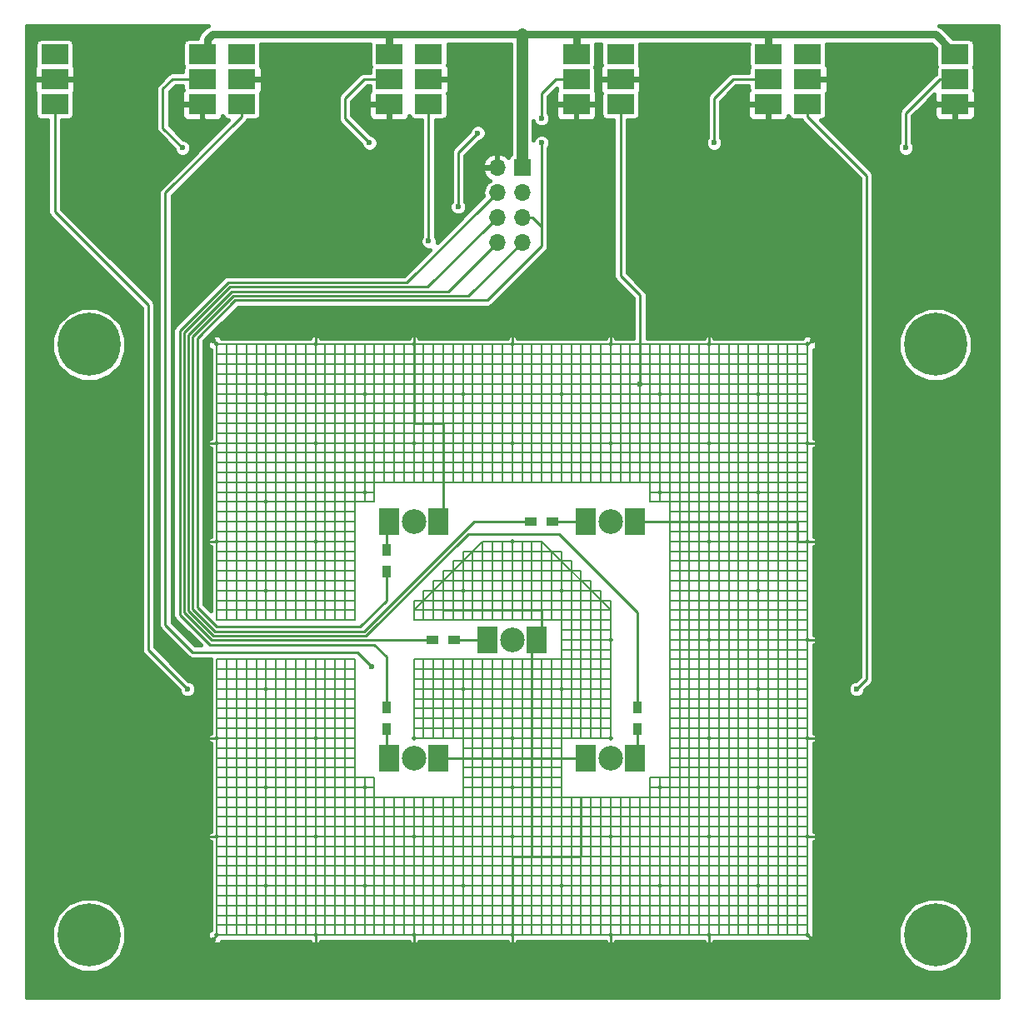
<source format=gbr>
G04 #@! TF.FileFunction,Copper,L2,Bot,Signal*
%FSLAX46Y46*%
G04 Gerber Fmt 4.6, Leading zero omitted, Abs format (unit mm)*
G04 Created by KiCad (PCBNEW 4.0.7) date 06/11/18 22:56:17*
%MOMM*%
%LPD*%
G01*
G04 APERTURE LIST*
%ADD10C,0.100000*%
%ADD11C,0.150000*%
%ADD12C,6.400000*%
%ADD13R,1.700000X1.700000*%
%ADD14O,1.700000X1.700000*%
%ADD15R,1.200000X0.900000*%
%ADD16R,0.900000X1.200000*%
%ADD17R,2.794000X2.000000*%
%ADD18C,0.500000*%
%ADD19R,2.000000X2.800000*%
%ADD20C,2.500000*%
%ADD21C,0.600000*%
%ADD22C,1.200000*%
%ADD23C,0.800000*%
%ADD24C,0.250000*%
%ADD25C,0.381000*%
G04 APERTURE END LIST*
D10*
D11*
X154000000Y-105000000D02*
X154000000Y-104000000D01*
X159000000Y-109000000D02*
X160000000Y-109000000D01*
X160000000Y-109000000D02*
X160000000Y-110000000D01*
X158000000Y-108000000D02*
X159000000Y-108000000D01*
X159000000Y-108000000D02*
X159000000Y-109000000D01*
X160000000Y-111000000D02*
X160000000Y-110000000D01*
X158000000Y-109000000D02*
X159000000Y-109000000D01*
X145000000Y-105000000D02*
X145000000Y-104000000D01*
X145000000Y-104000000D02*
X146000000Y-104000000D01*
X143000000Y-107000000D02*
X143000000Y-106000000D01*
X143000000Y-106000000D02*
X144000000Y-106000000D01*
X142000000Y-108000000D02*
X141000000Y-108000000D01*
X141000000Y-108000000D02*
X141000000Y-109000000D01*
X153000000Y-103000000D02*
X160000000Y-110000000D01*
X147000000Y-103000000D02*
X140000000Y-110000000D01*
X153000000Y-103000000D02*
X147000000Y-103000000D01*
X155000000Y-105000000D02*
X155000000Y-104000000D01*
X154000000Y-104000000D02*
X155000000Y-104000000D01*
X156000000Y-106000000D02*
X157000000Y-106000000D01*
X157000000Y-106000000D02*
X157000000Y-107000000D01*
X146000000Y-104000000D02*
X146000000Y-105000000D01*
X140000000Y-111000000D02*
X140000000Y-109000000D01*
X156000000Y-112000000D02*
X155000000Y-112000000D01*
X156000000Y-113000000D02*
X155000000Y-113000000D01*
X156000000Y-114000000D02*
X155000000Y-114000000D01*
X166000000Y-113000000D02*
X170000000Y-113000000D01*
X150000000Y-93000000D02*
X150000000Y-97000000D01*
X146000000Y-129000000D02*
X144000000Y-129000000D01*
X144000000Y-129000000D02*
X146000000Y-129000000D01*
X145000000Y-131000000D02*
X145000000Y-129000000D01*
X146000000Y-131000000D02*
X144000000Y-131000000D01*
X144000000Y-130000000D02*
X146000000Y-130000000D01*
X144000000Y-130000000D02*
X146000000Y-130000000D01*
X145000000Y-131000000D02*
X145000000Y-129000000D01*
X143000000Y-131000000D02*
X143000000Y-129000000D01*
X142000000Y-131000000D02*
X142000000Y-129000000D01*
X144000000Y-131000000D02*
X144000000Y-129000000D01*
X142000000Y-131000000D02*
X142000000Y-129000000D01*
X143000000Y-131000000D02*
X143000000Y-129000000D01*
X142000000Y-130000000D02*
X144000000Y-130000000D01*
X144000000Y-131000000D02*
X144000000Y-129000000D01*
X144000000Y-131000000D02*
X142000000Y-131000000D01*
X144000000Y-129000000D02*
X142000000Y-129000000D01*
X142000000Y-130000000D02*
X144000000Y-130000000D01*
X139000000Y-133000000D02*
X139000000Y-131000000D01*
X138000000Y-133000000D02*
X138000000Y-131000000D01*
X139000000Y-133000000D02*
X139000000Y-131000000D01*
X138000000Y-133000000D02*
X138000000Y-131000000D01*
X138000000Y-131000000D02*
X138000000Y-129000000D01*
X138000000Y-131000000D02*
X138000000Y-129000000D01*
X139000000Y-131000000D02*
X139000000Y-129000000D01*
X139000000Y-131000000D02*
X139000000Y-129000000D01*
X138000000Y-130000000D02*
X140000000Y-130000000D01*
X138000000Y-132000000D02*
X140000000Y-132000000D01*
X138000000Y-132000000D02*
X140000000Y-132000000D01*
X138000000Y-131000000D02*
X140000000Y-131000000D01*
X138000000Y-130000000D02*
X140000000Y-130000000D01*
X140000000Y-131000000D02*
X138000000Y-131000000D01*
X138000000Y-129000000D02*
X140000000Y-129000000D01*
X140000000Y-129000000D02*
X138000000Y-129000000D01*
X140000000Y-134000000D02*
X142000000Y-134000000D01*
X140000000Y-134000000D02*
X142000000Y-134000000D01*
X138000000Y-134000000D02*
X140000000Y-134000000D01*
X138000000Y-133000000D02*
X140000000Y-133000000D01*
X140000000Y-133000000D02*
X138000000Y-133000000D01*
X138000000Y-134000000D02*
X140000000Y-134000000D01*
X144000000Y-133000000D02*
X142000000Y-133000000D01*
X145000000Y-133000000D02*
X145000000Y-131000000D01*
X145000000Y-133000000D02*
X145000000Y-131000000D01*
X144000000Y-132000000D02*
X146000000Y-132000000D01*
X144000000Y-132000000D02*
X146000000Y-132000000D01*
X144000000Y-133000000D02*
X144000000Y-131000000D01*
X144000000Y-131000000D02*
X146000000Y-131000000D01*
X142000000Y-133000000D02*
X142000000Y-131000000D01*
X143000000Y-133000000D02*
X143000000Y-131000000D01*
X142000000Y-133000000D02*
X142000000Y-131000000D01*
X144000000Y-133000000D02*
X144000000Y-131000000D01*
X142000000Y-131000000D02*
X144000000Y-131000000D01*
X142000000Y-132000000D02*
X144000000Y-132000000D01*
X144000000Y-134000000D02*
X146000000Y-134000000D01*
X144000000Y-134000000D02*
X146000000Y-134000000D01*
X144000000Y-133000000D02*
X146000000Y-133000000D01*
X146000000Y-133000000D02*
X144000000Y-133000000D01*
X142000000Y-134000000D02*
X144000000Y-134000000D01*
X142000000Y-134000000D02*
X144000000Y-134000000D01*
X142000000Y-133000000D02*
X144000000Y-133000000D01*
X142000000Y-129000000D02*
X144000000Y-129000000D01*
X142000000Y-129000000D02*
X140000000Y-129000000D01*
X140000000Y-129000000D02*
X142000000Y-129000000D01*
X140000000Y-133000000D02*
X140000000Y-131000000D01*
X140000000Y-133000000D02*
X142000000Y-133000000D01*
X140000000Y-133000000D02*
X140000000Y-131000000D01*
X140000000Y-132000000D02*
X142000000Y-132000000D01*
X142000000Y-133000000D02*
X140000000Y-133000000D01*
X141000000Y-131000000D02*
X141000000Y-129000000D01*
X142000000Y-131000000D02*
X140000000Y-131000000D01*
X140000000Y-130000000D02*
X142000000Y-130000000D01*
X140000000Y-131000000D02*
X142000000Y-131000000D01*
X140000000Y-130000000D02*
X142000000Y-130000000D01*
X140000000Y-131000000D02*
X140000000Y-129000000D01*
X140000000Y-131000000D02*
X140000000Y-129000000D01*
X141000000Y-131000000D02*
X141000000Y-129000000D01*
X143000000Y-133000000D02*
X143000000Y-131000000D01*
X141000000Y-133000000D02*
X141000000Y-131000000D01*
X141000000Y-133000000D02*
X141000000Y-131000000D01*
X142000000Y-132000000D02*
X144000000Y-132000000D01*
X140000000Y-132000000D02*
X142000000Y-132000000D01*
X163000000Y-129000000D02*
X161000000Y-129000000D01*
X161000000Y-129000000D02*
X163000000Y-129000000D01*
X162000000Y-131000000D02*
X162000000Y-129000000D01*
X163000000Y-131000000D02*
X161000000Y-131000000D01*
X161000000Y-130000000D02*
X163000000Y-130000000D01*
X161000000Y-130000000D02*
X163000000Y-130000000D01*
X162000000Y-131000000D02*
X162000000Y-129000000D01*
X160000000Y-131000000D02*
X160000000Y-129000000D01*
X159000000Y-131000000D02*
X159000000Y-129000000D01*
X161000000Y-131000000D02*
X161000000Y-129000000D01*
X159000000Y-131000000D02*
X159000000Y-129000000D01*
X160000000Y-131000000D02*
X160000000Y-129000000D01*
X159000000Y-130000000D02*
X161000000Y-130000000D01*
X161000000Y-131000000D02*
X161000000Y-129000000D01*
X161000000Y-131000000D02*
X159000000Y-131000000D01*
X161000000Y-129000000D02*
X159000000Y-129000000D01*
X159000000Y-130000000D02*
X161000000Y-130000000D01*
X164000000Y-133000000D02*
X164000000Y-131000000D01*
X154000000Y-133000000D02*
X154000000Y-131000000D01*
X156000000Y-133000000D02*
X156000000Y-131000000D01*
X155000000Y-133000000D02*
X155000000Y-131000000D01*
X153000000Y-132000000D02*
X155000000Y-132000000D01*
X156000000Y-133000000D02*
X156000000Y-131000000D01*
X164000000Y-133000000D02*
X164000000Y-131000000D01*
X154000000Y-133000000D02*
X154000000Y-131000000D01*
X155000000Y-133000000D02*
X155000000Y-131000000D01*
X153000000Y-132000000D02*
X155000000Y-132000000D01*
X164000000Y-131000000D02*
X164000000Y-129000000D01*
X154000000Y-131000000D02*
X154000000Y-129000000D01*
X155000000Y-131000000D02*
X155000000Y-129000000D01*
X153000000Y-130000000D02*
X155000000Y-130000000D01*
X164000000Y-131000000D02*
X164000000Y-129000000D01*
X154000000Y-131000000D02*
X154000000Y-129000000D01*
X155000000Y-131000000D02*
X153000000Y-131000000D01*
X153000000Y-131000000D02*
X155000000Y-131000000D01*
X153000000Y-130000000D02*
X155000000Y-130000000D01*
X155000000Y-131000000D02*
X155000000Y-129000000D01*
X156000000Y-131000000D02*
X156000000Y-129000000D01*
X156000000Y-131000000D02*
X156000000Y-129000000D01*
X155000000Y-130000000D02*
X157000000Y-130000000D01*
X155000000Y-132000000D02*
X157000000Y-132000000D01*
X155000000Y-132000000D02*
X157000000Y-132000000D01*
X155000000Y-131000000D02*
X157000000Y-131000000D01*
X155000000Y-130000000D02*
X157000000Y-130000000D01*
X157000000Y-131000000D02*
X155000000Y-131000000D01*
X153000000Y-129000000D02*
X155000000Y-129000000D01*
X155000000Y-129000000D02*
X153000000Y-129000000D01*
X155000000Y-129000000D02*
X157000000Y-129000000D01*
X157000000Y-129000000D02*
X155000000Y-129000000D01*
X157000000Y-134000000D02*
X159000000Y-134000000D01*
X157000000Y-134000000D02*
X159000000Y-134000000D01*
X155000000Y-134000000D02*
X157000000Y-134000000D01*
X155000000Y-133000000D02*
X157000000Y-133000000D01*
X157000000Y-133000000D02*
X155000000Y-133000000D01*
X155000000Y-134000000D02*
X157000000Y-134000000D01*
X161000000Y-133000000D02*
X159000000Y-133000000D01*
X162000000Y-133000000D02*
X162000000Y-131000000D01*
X162000000Y-133000000D02*
X162000000Y-131000000D01*
X161000000Y-132000000D02*
X163000000Y-132000000D01*
X161000000Y-132000000D02*
X163000000Y-132000000D01*
X161000000Y-133000000D02*
X161000000Y-131000000D01*
X161000000Y-131000000D02*
X163000000Y-131000000D01*
X159000000Y-133000000D02*
X159000000Y-131000000D01*
X160000000Y-133000000D02*
X160000000Y-131000000D01*
X159000000Y-133000000D02*
X159000000Y-131000000D01*
X161000000Y-133000000D02*
X161000000Y-131000000D01*
X159000000Y-131000000D02*
X161000000Y-131000000D01*
X159000000Y-132000000D02*
X161000000Y-132000000D01*
X161000000Y-134000000D02*
X163000000Y-134000000D01*
X161000000Y-134000000D02*
X163000000Y-134000000D01*
X161000000Y-133000000D02*
X163000000Y-133000000D01*
X163000000Y-133000000D02*
X161000000Y-133000000D01*
X159000000Y-134000000D02*
X161000000Y-134000000D01*
X159000000Y-134000000D02*
X161000000Y-134000000D01*
X159000000Y-133000000D02*
X161000000Y-133000000D01*
X159000000Y-129000000D02*
X161000000Y-129000000D01*
X159000000Y-129000000D02*
X157000000Y-129000000D01*
X157000000Y-129000000D02*
X159000000Y-129000000D01*
X157000000Y-133000000D02*
X157000000Y-131000000D01*
X157000000Y-133000000D02*
X159000000Y-133000000D01*
X157000000Y-133000000D02*
X157000000Y-131000000D01*
X157000000Y-132000000D02*
X159000000Y-132000000D01*
X159000000Y-133000000D02*
X157000000Y-133000000D01*
X158000000Y-131000000D02*
X158000000Y-129000000D01*
X159000000Y-131000000D02*
X157000000Y-131000000D01*
X157000000Y-130000000D02*
X159000000Y-130000000D01*
X157000000Y-131000000D02*
X159000000Y-131000000D01*
X157000000Y-130000000D02*
X159000000Y-130000000D01*
X157000000Y-131000000D02*
X157000000Y-129000000D01*
X157000000Y-131000000D02*
X157000000Y-129000000D01*
X158000000Y-131000000D02*
X158000000Y-129000000D01*
X160000000Y-133000000D02*
X160000000Y-131000000D01*
X158000000Y-133000000D02*
X158000000Y-131000000D01*
X158000000Y-133000000D02*
X158000000Y-131000000D01*
X159000000Y-132000000D02*
X161000000Y-132000000D01*
X157000000Y-132000000D02*
X159000000Y-132000000D01*
X155000000Y-133000000D02*
X153000000Y-133000000D01*
X153000000Y-133000000D02*
X155000000Y-133000000D01*
X153000000Y-134000000D02*
X155000000Y-134000000D01*
X153000000Y-134000000D02*
X155000000Y-134000000D01*
X143000000Y-134000000D02*
X145000000Y-134000000D01*
X143000000Y-134000000D02*
X145000000Y-134000000D01*
X141000000Y-134000000D02*
X143000000Y-134000000D01*
X141000000Y-134000000D02*
X143000000Y-134000000D01*
X139000000Y-134000000D02*
X141000000Y-134000000D01*
X139000000Y-134000000D02*
X141000000Y-134000000D01*
X139000000Y-133000000D02*
X139000000Y-131000000D01*
X139000000Y-133000000D02*
X139000000Y-131000000D01*
X145000000Y-133000000D02*
X145000000Y-131000000D01*
X145000000Y-133000000D02*
X145000000Y-131000000D01*
X146000000Y-133000000D02*
X146000000Y-131000000D01*
X146000000Y-133000000D02*
X146000000Y-131000000D01*
X139000000Y-134000000D02*
X141000000Y-134000000D01*
X139000000Y-134000000D02*
X141000000Y-134000000D01*
X139000000Y-133000000D02*
X141000000Y-133000000D01*
X139000000Y-132000000D02*
X141000000Y-132000000D01*
X141000000Y-133000000D02*
X139000000Y-133000000D01*
X139000000Y-132000000D02*
X141000000Y-132000000D01*
X139000000Y-133000000D02*
X139000000Y-131000000D01*
X141000000Y-132000000D02*
X143000000Y-132000000D01*
X143000000Y-133000000D02*
X143000000Y-131000000D01*
X141000000Y-133000000D02*
X143000000Y-133000000D01*
X143000000Y-133000000D02*
X143000000Y-131000000D01*
X141000000Y-133000000D02*
X141000000Y-131000000D01*
X140000000Y-133000000D02*
X140000000Y-131000000D01*
X139000000Y-133000000D02*
X139000000Y-131000000D01*
X140000000Y-133000000D02*
X140000000Y-131000000D01*
X146000000Y-133000000D02*
X146000000Y-131000000D01*
X146000000Y-133000000D02*
X146000000Y-131000000D01*
X141000000Y-134000000D02*
X143000000Y-134000000D01*
X143000000Y-133000000D02*
X141000000Y-133000000D01*
X141000000Y-133000000D02*
X141000000Y-131000000D01*
X141000000Y-134000000D02*
X143000000Y-134000000D01*
X141000000Y-132000000D02*
X143000000Y-132000000D01*
X143000000Y-134000000D02*
X145000000Y-134000000D01*
X143000000Y-134000000D02*
X145000000Y-134000000D01*
X143000000Y-133000000D02*
X145000000Y-133000000D01*
X143000000Y-132000000D02*
X145000000Y-132000000D01*
X145000000Y-133000000D02*
X143000000Y-133000000D01*
X143000000Y-132000000D02*
X145000000Y-132000000D01*
X144000000Y-133000000D02*
X144000000Y-131000000D01*
X142000000Y-133000000D02*
X142000000Y-131000000D01*
X144000000Y-133000000D02*
X144000000Y-131000000D01*
X142000000Y-133000000D02*
X142000000Y-131000000D01*
X145000000Y-131000000D02*
X140000000Y-131000000D01*
X160000000Y-131000000D02*
X155000000Y-131000000D01*
X157000000Y-133000000D02*
X157000000Y-131000000D01*
X159000000Y-133000000D02*
X159000000Y-131000000D01*
X157000000Y-133000000D02*
X157000000Y-131000000D01*
X159000000Y-133000000D02*
X159000000Y-131000000D01*
X158000000Y-132000000D02*
X160000000Y-132000000D01*
X160000000Y-133000000D02*
X158000000Y-133000000D01*
X158000000Y-132000000D02*
X160000000Y-132000000D01*
X158000000Y-133000000D02*
X160000000Y-133000000D01*
X158000000Y-134000000D02*
X160000000Y-134000000D01*
X158000000Y-134000000D02*
X160000000Y-134000000D01*
X156000000Y-132000000D02*
X158000000Y-132000000D01*
X156000000Y-134000000D02*
X158000000Y-134000000D01*
X156000000Y-133000000D02*
X156000000Y-131000000D01*
X158000000Y-133000000D02*
X156000000Y-133000000D01*
X156000000Y-134000000D02*
X158000000Y-134000000D01*
X161000000Y-133000000D02*
X161000000Y-131000000D01*
X161000000Y-133000000D02*
X161000000Y-131000000D01*
X155000000Y-133000000D02*
X155000000Y-131000000D01*
X154000000Y-133000000D02*
X154000000Y-131000000D01*
X155000000Y-133000000D02*
X155000000Y-131000000D01*
X156000000Y-133000000D02*
X156000000Y-131000000D01*
X158000000Y-133000000D02*
X158000000Y-131000000D01*
X156000000Y-133000000D02*
X158000000Y-133000000D01*
X158000000Y-133000000D02*
X158000000Y-131000000D01*
X156000000Y-132000000D02*
X158000000Y-132000000D01*
X154000000Y-133000000D02*
X154000000Y-131000000D01*
X154000000Y-132000000D02*
X156000000Y-132000000D01*
X156000000Y-133000000D02*
X154000000Y-133000000D01*
X154000000Y-132000000D02*
X156000000Y-132000000D01*
X154000000Y-133000000D02*
X156000000Y-133000000D01*
X154000000Y-134000000D02*
X156000000Y-134000000D01*
X154000000Y-134000000D02*
X156000000Y-134000000D01*
X131000000Y-109000000D02*
X131000000Y-107000000D01*
X131000000Y-119000000D02*
X131000000Y-117000000D01*
X133000000Y-109000000D02*
X133000000Y-107000000D01*
X133000000Y-119000000D02*
X133000000Y-117000000D01*
X132000000Y-109000000D02*
X132000000Y-107000000D01*
X132000000Y-119000000D02*
X132000000Y-117000000D01*
X130000000Y-108000000D02*
X132000000Y-108000000D01*
X130000000Y-118000000D02*
X132000000Y-118000000D01*
X133000000Y-109000000D02*
X133000000Y-107000000D01*
X133000000Y-119000000D02*
X133000000Y-117000000D01*
X131000000Y-109000000D02*
X131000000Y-107000000D01*
X131000000Y-119000000D02*
X131000000Y-117000000D01*
X132000000Y-109000000D02*
X132000000Y-107000000D01*
X132000000Y-119000000D02*
X132000000Y-117000000D01*
X130000000Y-108000000D02*
X132000000Y-108000000D01*
X130000000Y-118000000D02*
X132000000Y-118000000D01*
X131000000Y-107000000D02*
X131000000Y-105000000D01*
X131000000Y-117000000D02*
X131000000Y-115000000D01*
X132000000Y-107000000D02*
X132000000Y-105000000D01*
X132000000Y-117000000D02*
X132000000Y-115000000D01*
X130000000Y-106000000D02*
X132000000Y-106000000D01*
X130000000Y-116000000D02*
X132000000Y-116000000D01*
X131000000Y-107000000D02*
X131000000Y-105000000D01*
X131000000Y-117000000D02*
X131000000Y-115000000D01*
X132000000Y-107000000D02*
X130000000Y-107000000D01*
X132000000Y-117000000D02*
X130000000Y-117000000D01*
X130000000Y-107000000D02*
X132000000Y-107000000D01*
X130000000Y-117000000D02*
X132000000Y-117000000D01*
X130000000Y-106000000D02*
X132000000Y-106000000D01*
X130000000Y-116000000D02*
X132000000Y-116000000D01*
X132000000Y-107000000D02*
X132000000Y-105000000D01*
X132000000Y-117000000D02*
X132000000Y-115000000D01*
X133000000Y-107000000D02*
X133000000Y-105000000D01*
X133000000Y-117000000D02*
X133000000Y-115000000D01*
X133000000Y-107000000D02*
X133000000Y-105000000D01*
X133000000Y-117000000D02*
X133000000Y-115000000D01*
X132000000Y-106000000D02*
X134000000Y-106000000D01*
X132000000Y-116000000D02*
X134000000Y-116000000D01*
X132000000Y-108000000D02*
X134000000Y-108000000D01*
X132000000Y-118000000D02*
X134000000Y-118000000D01*
X132000000Y-108000000D02*
X134000000Y-108000000D01*
X132000000Y-118000000D02*
X134000000Y-118000000D01*
X132000000Y-107000000D02*
X134000000Y-107000000D01*
X132000000Y-117000000D02*
X134000000Y-117000000D01*
X132000000Y-106000000D02*
X134000000Y-106000000D01*
X132000000Y-116000000D02*
X134000000Y-116000000D01*
X134000000Y-107000000D02*
X132000000Y-107000000D01*
X134000000Y-117000000D02*
X132000000Y-117000000D01*
X131000000Y-105000000D02*
X131000000Y-103000000D01*
X130000000Y-105000000D02*
X132000000Y-105000000D01*
X130000000Y-115000000D02*
X132000000Y-115000000D01*
X130000000Y-104000000D02*
X132000000Y-104000000D01*
X131000000Y-105000000D02*
X131000000Y-103000000D01*
X132000000Y-105000000D02*
X130000000Y-105000000D01*
X132000000Y-115000000D02*
X130000000Y-115000000D01*
X130000000Y-104000000D02*
X132000000Y-104000000D01*
X133000000Y-105000000D02*
X133000000Y-103000000D01*
X132000000Y-104000000D02*
X134000000Y-104000000D01*
X132000000Y-105000000D02*
X132000000Y-103000000D01*
X133000000Y-105000000D02*
X133000000Y-103000000D01*
X132000000Y-105000000D02*
X134000000Y-105000000D01*
X132000000Y-115000000D02*
X134000000Y-115000000D01*
X132000000Y-105000000D02*
X132000000Y-103000000D01*
X132000000Y-104000000D02*
X134000000Y-104000000D01*
X134000000Y-105000000D02*
X132000000Y-105000000D01*
X134000000Y-115000000D02*
X132000000Y-115000000D01*
X134000000Y-123000000D02*
X134000000Y-121000000D01*
X134000000Y-123000000D02*
X134000000Y-121000000D01*
X133000000Y-123000000D02*
X133000000Y-121000000D01*
X132000000Y-110000000D02*
X134000000Y-110000000D01*
X132000000Y-120000000D02*
X134000000Y-120000000D01*
X133000000Y-111000000D02*
X133000000Y-109000000D01*
X133000000Y-121000000D02*
X133000000Y-119000000D01*
X132000000Y-109000000D02*
X134000000Y-109000000D01*
X132000000Y-119000000D02*
X134000000Y-119000000D01*
X134000000Y-111000000D02*
X134000000Y-109000000D01*
X134000000Y-121000000D02*
X134000000Y-119000000D01*
X134000000Y-109000000D02*
X132000000Y-109000000D01*
X134000000Y-119000000D02*
X132000000Y-119000000D01*
X132000000Y-110000000D02*
X134000000Y-110000000D01*
X132000000Y-120000000D02*
X134000000Y-120000000D01*
X133000000Y-111000000D02*
X133000000Y-109000000D01*
X133000000Y-121000000D02*
X133000000Y-119000000D01*
X134000000Y-111000000D02*
X134000000Y-109000000D01*
X134000000Y-121000000D02*
X134000000Y-119000000D01*
X132000000Y-122000000D02*
X134000000Y-122000000D01*
X132000000Y-111000000D02*
X134000000Y-111000000D01*
X132000000Y-121000000D02*
X134000000Y-121000000D01*
X134000000Y-111000000D02*
X132000000Y-111000000D01*
X134000000Y-121000000D02*
X132000000Y-121000000D01*
X132000000Y-122000000D02*
X134000000Y-122000000D01*
X133000000Y-123000000D02*
X133000000Y-121000000D01*
X134000000Y-105000000D02*
X134000000Y-103000000D01*
X134000000Y-105000000D02*
X134000000Y-103000000D01*
X134000000Y-109000000D02*
X134000000Y-107000000D01*
X134000000Y-119000000D02*
X134000000Y-117000000D01*
X134000000Y-109000000D02*
X134000000Y-107000000D01*
X134000000Y-119000000D02*
X134000000Y-117000000D01*
X134000000Y-107000000D02*
X134000000Y-105000000D01*
X134000000Y-117000000D02*
X134000000Y-115000000D01*
X134000000Y-107000000D02*
X134000000Y-105000000D01*
X134000000Y-117000000D02*
X134000000Y-115000000D01*
X130000000Y-122000000D02*
X132000000Y-122000000D01*
X130000000Y-122000000D02*
X132000000Y-122000000D01*
X130000000Y-122000000D02*
X132000000Y-122000000D01*
X130000000Y-122000000D02*
X132000000Y-122000000D01*
X132000000Y-123000000D02*
X132000000Y-121000000D01*
X132000000Y-123000000D02*
X132000000Y-121000000D01*
X131000000Y-123000000D02*
X131000000Y-121000000D01*
X131000000Y-123000000D02*
X131000000Y-121000000D01*
X131000000Y-123000000D02*
X131000000Y-121000000D01*
X131000000Y-123000000D02*
X131000000Y-121000000D01*
X132000000Y-123000000D02*
X132000000Y-121000000D01*
X131000000Y-111000000D02*
X131000000Y-109000000D01*
X131000000Y-121000000D02*
X131000000Y-119000000D01*
X132000000Y-111000000D02*
X132000000Y-109000000D01*
X132000000Y-121000000D02*
X132000000Y-119000000D01*
X132000000Y-109000000D02*
X130000000Y-109000000D01*
X132000000Y-119000000D02*
X130000000Y-119000000D01*
X130000000Y-109000000D02*
X132000000Y-109000000D01*
X130000000Y-119000000D02*
X132000000Y-119000000D01*
X131000000Y-111000000D02*
X131000000Y-109000000D01*
X131000000Y-121000000D02*
X131000000Y-119000000D01*
X132000000Y-111000000D02*
X132000000Y-109000000D01*
X132000000Y-121000000D02*
X132000000Y-119000000D01*
X130000000Y-110000000D02*
X132000000Y-110000000D01*
X130000000Y-120000000D02*
X132000000Y-120000000D01*
X130000000Y-111000000D02*
X132000000Y-111000000D01*
X130000000Y-121000000D02*
X132000000Y-121000000D01*
X130000000Y-110000000D02*
X132000000Y-110000000D01*
X130000000Y-120000000D02*
X132000000Y-120000000D01*
X132000000Y-111000000D02*
X130000000Y-111000000D01*
X132000000Y-121000000D02*
X130000000Y-121000000D01*
X132000000Y-111000000D02*
X130000000Y-111000000D01*
X132000000Y-121000000D02*
X130000000Y-121000000D01*
X157000000Y-95000000D02*
X157000000Y-93000000D01*
X147000000Y-95000000D02*
X147000000Y-93000000D01*
X159000000Y-95000000D02*
X159000000Y-93000000D01*
X149000000Y-95000000D02*
X149000000Y-93000000D01*
X157000000Y-95000000D02*
X157000000Y-93000000D01*
X147000000Y-95000000D02*
X147000000Y-93000000D01*
X159000000Y-95000000D02*
X159000000Y-93000000D01*
X149000000Y-95000000D02*
X149000000Y-93000000D01*
X158000000Y-94000000D02*
X160000000Y-94000000D01*
X148000000Y-94000000D02*
X150000000Y-94000000D01*
X160000000Y-95000000D02*
X158000000Y-95000000D01*
X150000000Y-95000000D02*
X148000000Y-95000000D01*
X158000000Y-94000000D02*
X160000000Y-94000000D01*
X148000000Y-94000000D02*
X150000000Y-94000000D01*
X158000000Y-95000000D02*
X160000000Y-95000000D01*
X148000000Y-95000000D02*
X150000000Y-95000000D01*
X159000000Y-97000000D02*
X159000000Y-95000000D01*
X149000000Y-97000000D02*
X149000000Y-95000000D01*
X160000000Y-97000000D02*
X158000000Y-97000000D01*
X150000000Y-97000000D02*
X148000000Y-97000000D01*
X158000000Y-96000000D02*
X160000000Y-96000000D01*
X148000000Y-96000000D02*
X150000000Y-96000000D01*
X158000000Y-96000000D02*
X160000000Y-96000000D01*
X148000000Y-96000000D02*
X150000000Y-96000000D01*
X159000000Y-97000000D02*
X159000000Y-95000000D01*
X149000000Y-97000000D02*
X149000000Y-95000000D01*
X157000000Y-97000000D02*
X157000000Y-95000000D01*
X147000000Y-97000000D02*
X147000000Y-95000000D01*
X156000000Y-97000000D02*
X156000000Y-95000000D01*
X146000000Y-97000000D02*
X146000000Y-95000000D01*
X158000000Y-97000000D02*
X158000000Y-95000000D01*
X148000000Y-97000000D02*
X148000000Y-95000000D01*
X156000000Y-97000000D02*
X156000000Y-95000000D01*
X146000000Y-97000000D02*
X146000000Y-95000000D01*
X157000000Y-97000000D02*
X157000000Y-95000000D01*
X147000000Y-97000000D02*
X147000000Y-95000000D01*
X156000000Y-94000000D02*
X158000000Y-94000000D01*
X146000000Y-94000000D02*
X148000000Y-94000000D01*
X156000000Y-96000000D02*
X158000000Y-96000000D01*
X146000000Y-96000000D02*
X148000000Y-96000000D01*
X156000000Y-95000000D02*
X156000000Y-93000000D01*
X146000000Y-95000000D02*
X146000000Y-93000000D01*
X158000000Y-97000000D02*
X158000000Y-95000000D01*
X148000000Y-97000000D02*
X148000000Y-95000000D01*
X158000000Y-97000000D02*
X156000000Y-97000000D01*
X148000000Y-97000000D02*
X146000000Y-97000000D01*
X158000000Y-95000000D02*
X156000000Y-95000000D01*
X148000000Y-95000000D02*
X146000000Y-95000000D01*
X156000000Y-96000000D02*
X158000000Y-96000000D01*
X146000000Y-96000000D02*
X148000000Y-96000000D01*
X151000000Y-97000000D02*
X151000000Y-95000000D01*
X141000000Y-97000000D02*
X141000000Y-95000000D01*
X152000000Y-97000000D02*
X152000000Y-95000000D01*
X142000000Y-97000000D02*
X142000000Y-95000000D01*
X150000000Y-96000000D02*
X152000000Y-96000000D01*
X140000000Y-96000000D02*
X142000000Y-96000000D01*
X151000000Y-97000000D02*
X151000000Y-95000000D01*
X141000000Y-97000000D02*
X141000000Y-95000000D01*
X152000000Y-97000000D02*
X150000000Y-97000000D01*
X142000000Y-97000000D02*
X140000000Y-97000000D01*
X150000000Y-97000000D02*
X152000000Y-97000000D01*
X140000000Y-97000000D02*
X142000000Y-97000000D01*
X150000000Y-96000000D02*
X152000000Y-96000000D01*
X140000000Y-96000000D02*
X142000000Y-96000000D01*
X152000000Y-97000000D02*
X152000000Y-95000000D01*
X142000000Y-97000000D02*
X142000000Y-95000000D01*
X153000000Y-97000000D02*
X153000000Y-95000000D01*
X143000000Y-97000000D02*
X143000000Y-95000000D01*
X153000000Y-97000000D02*
X153000000Y-95000000D01*
X143000000Y-97000000D02*
X143000000Y-95000000D01*
X152000000Y-96000000D02*
X154000000Y-96000000D01*
X142000000Y-96000000D02*
X144000000Y-96000000D01*
X152000000Y-97000000D02*
X154000000Y-97000000D01*
X142000000Y-97000000D02*
X144000000Y-97000000D01*
X152000000Y-96000000D02*
X154000000Y-96000000D01*
X142000000Y-96000000D02*
X144000000Y-96000000D01*
X154000000Y-97000000D02*
X152000000Y-97000000D01*
X144000000Y-97000000D02*
X142000000Y-97000000D01*
X151000000Y-95000000D02*
X151000000Y-93000000D01*
X141000000Y-95000000D02*
X141000000Y-93000000D01*
X150000000Y-95000000D02*
X152000000Y-95000000D01*
X140000000Y-95000000D02*
X142000000Y-95000000D01*
X150000000Y-94000000D02*
X152000000Y-94000000D01*
X140000000Y-94000000D02*
X142000000Y-94000000D01*
X151000000Y-95000000D02*
X151000000Y-93000000D01*
X141000000Y-95000000D02*
X141000000Y-93000000D01*
X152000000Y-95000000D02*
X150000000Y-95000000D01*
X142000000Y-95000000D02*
X140000000Y-95000000D01*
X150000000Y-94000000D02*
X152000000Y-94000000D01*
X140000000Y-94000000D02*
X142000000Y-94000000D01*
X153000000Y-95000000D02*
X153000000Y-93000000D01*
X143000000Y-95000000D02*
X143000000Y-93000000D01*
X152000000Y-94000000D02*
X154000000Y-94000000D01*
X142000000Y-94000000D02*
X144000000Y-94000000D01*
X152000000Y-95000000D02*
X152000000Y-93000000D01*
X142000000Y-95000000D02*
X142000000Y-93000000D01*
X153000000Y-95000000D02*
X153000000Y-93000000D01*
X143000000Y-95000000D02*
X143000000Y-93000000D01*
X152000000Y-95000000D02*
X154000000Y-95000000D01*
X142000000Y-95000000D02*
X144000000Y-95000000D01*
X152000000Y-95000000D02*
X152000000Y-93000000D01*
X142000000Y-95000000D02*
X142000000Y-93000000D01*
X152000000Y-94000000D02*
X154000000Y-94000000D01*
X142000000Y-94000000D02*
X144000000Y-94000000D01*
X154000000Y-95000000D02*
X152000000Y-95000000D01*
X144000000Y-95000000D02*
X142000000Y-95000000D01*
X158000000Y-97000000D02*
X160000000Y-97000000D01*
X148000000Y-97000000D02*
X150000000Y-97000000D01*
X156000000Y-97000000D02*
X158000000Y-97000000D01*
X146000000Y-97000000D02*
X148000000Y-97000000D01*
X155000000Y-95000000D02*
X155000000Y-93000000D01*
X145000000Y-95000000D02*
X145000000Y-93000000D01*
X154000000Y-95000000D02*
X154000000Y-93000000D01*
X144000000Y-95000000D02*
X144000000Y-93000000D01*
X155000000Y-95000000D02*
X155000000Y-93000000D01*
X145000000Y-95000000D02*
X145000000Y-93000000D01*
X156000000Y-95000000D02*
X156000000Y-93000000D01*
X146000000Y-95000000D02*
X146000000Y-93000000D01*
X158000000Y-95000000D02*
X158000000Y-93000000D01*
X148000000Y-95000000D02*
X148000000Y-93000000D01*
X156000000Y-95000000D02*
X158000000Y-95000000D01*
X146000000Y-95000000D02*
X148000000Y-95000000D01*
X158000000Y-95000000D02*
X158000000Y-93000000D01*
X148000000Y-95000000D02*
X148000000Y-93000000D01*
X156000000Y-94000000D02*
X158000000Y-94000000D01*
X146000000Y-94000000D02*
X148000000Y-94000000D01*
X154000000Y-95000000D02*
X154000000Y-93000000D01*
X144000000Y-95000000D02*
X144000000Y-93000000D01*
X154000000Y-94000000D02*
X156000000Y-94000000D01*
X144000000Y-94000000D02*
X146000000Y-94000000D01*
X156000000Y-95000000D02*
X154000000Y-95000000D01*
X146000000Y-95000000D02*
X144000000Y-95000000D01*
X154000000Y-94000000D02*
X156000000Y-94000000D01*
X144000000Y-94000000D02*
X146000000Y-94000000D01*
X154000000Y-95000000D02*
X156000000Y-95000000D01*
X144000000Y-95000000D02*
X146000000Y-95000000D01*
X155000000Y-97000000D02*
X155000000Y-95000000D01*
X145000000Y-97000000D02*
X145000000Y-95000000D01*
X156000000Y-97000000D02*
X154000000Y-97000000D01*
X146000000Y-97000000D02*
X144000000Y-97000000D01*
X154000000Y-96000000D02*
X156000000Y-96000000D01*
X144000000Y-96000000D02*
X146000000Y-96000000D01*
X154000000Y-97000000D02*
X156000000Y-97000000D01*
X144000000Y-97000000D02*
X146000000Y-97000000D01*
X154000000Y-96000000D02*
X156000000Y-96000000D01*
X144000000Y-96000000D02*
X146000000Y-96000000D01*
X154000000Y-97000000D02*
X154000000Y-95000000D01*
X144000000Y-97000000D02*
X144000000Y-95000000D01*
X154000000Y-97000000D02*
X154000000Y-95000000D01*
X144000000Y-97000000D02*
X144000000Y-95000000D01*
X155000000Y-97000000D02*
X155000000Y-95000000D01*
X145000000Y-97000000D02*
X145000000Y-95000000D01*
X167000000Y-105000000D02*
X167000000Y-103000000D01*
X167000000Y-115000000D02*
X167000000Y-113000000D01*
X169000000Y-105000000D02*
X169000000Y-103000000D01*
X169000000Y-115000000D02*
X169000000Y-113000000D01*
X167000000Y-105000000D02*
X167000000Y-103000000D01*
X167000000Y-115000000D02*
X167000000Y-113000000D01*
X169000000Y-105000000D02*
X169000000Y-103000000D01*
X169000000Y-115000000D02*
X169000000Y-113000000D01*
X168000000Y-104000000D02*
X170000000Y-104000000D01*
X168000000Y-114000000D02*
X170000000Y-114000000D01*
X170000000Y-105000000D02*
X168000000Y-105000000D01*
X170000000Y-115000000D02*
X168000000Y-115000000D01*
X168000000Y-104000000D02*
X170000000Y-104000000D01*
X168000000Y-114000000D02*
X170000000Y-114000000D01*
X168000000Y-105000000D02*
X170000000Y-105000000D01*
X168000000Y-115000000D02*
X170000000Y-115000000D01*
X169000000Y-107000000D02*
X169000000Y-105000000D01*
X169000000Y-117000000D02*
X169000000Y-115000000D01*
X170000000Y-107000000D02*
X168000000Y-107000000D01*
X170000000Y-117000000D02*
X168000000Y-117000000D01*
X168000000Y-106000000D02*
X170000000Y-106000000D01*
X168000000Y-116000000D02*
X170000000Y-116000000D01*
X168000000Y-106000000D02*
X170000000Y-106000000D01*
X168000000Y-116000000D02*
X170000000Y-116000000D01*
X169000000Y-107000000D02*
X169000000Y-105000000D01*
X169000000Y-117000000D02*
X169000000Y-115000000D01*
X167000000Y-107000000D02*
X167000000Y-105000000D01*
X167000000Y-117000000D02*
X167000000Y-115000000D01*
X166000000Y-107000000D02*
X166000000Y-105000000D01*
X166000000Y-117000000D02*
X166000000Y-115000000D01*
X168000000Y-107000000D02*
X168000000Y-105000000D01*
X168000000Y-117000000D02*
X168000000Y-115000000D01*
X166000000Y-107000000D02*
X166000000Y-105000000D01*
X166000000Y-117000000D02*
X166000000Y-115000000D01*
X167000000Y-107000000D02*
X167000000Y-105000000D01*
X167000000Y-117000000D02*
X167000000Y-115000000D01*
X166000000Y-104000000D02*
X168000000Y-104000000D01*
X166000000Y-114000000D02*
X168000000Y-114000000D01*
X166000000Y-106000000D02*
X168000000Y-106000000D01*
X166000000Y-116000000D02*
X168000000Y-116000000D01*
X166000000Y-105000000D02*
X166000000Y-103000000D01*
X166000000Y-115000000D02*
X166000000Y-113000000D01*
X168000000Y-107000000D02*
X168000000Y-105000000D01*
X168000000Y-117000000D02*
X168000000Y-115000000D01*
X168000000Y-107000000D02*
X166000000Y-107000000D01*
X168000000Y-117000000D02*
X166000000Y-117000000D01*
X168000000Y-105000000D02*
X166000000Y-105000000D01*
X168000000Y-115000000D02*
X166000000Y-115000000D01*
X166000000Y-106000000D02*
X168000000Y-106000000D01*
X166000000Y-116000000D02*
X168000000Y-116000000D01*
X166000000Y-111000000D02*
X166000000Y-109000000D01*
X166000000Y-121000000D02*
X166000000Y-119000000D01*
X166000000Y-111000000D02*
X166000000Y-109000000D01*
X166000000Y-121000000D02*
X166000000Y-119000000D01*
X168000000Y-111000000D02*
X168000000Y-109000000D01*
X168000000Y-121000000D02*
X168000000Y-119000000D01*
X167000000Y-111000000D02*
X167000000Y-109000000D01*
X167000000Y-121000000D02*
X167000000Y-119000000D01*
X168000000Y-111000000D02*
X168000000Y-109000000D01*
X168000000Y-121000000D02*
X168000000Y-119000000D01*
X168000000Y-109000000D02*
X166000000Y-109000000D01*
X168000000Y-119000000D02*
X166000000Y-119000000D01*
X167000000Y-113000000D02*
X167000000Y-111000000D01*
X167000000Y-123000000D02*
X167000000Y-121000000D01*
X167000000Y-113000000D02*
X167000000Y-111000000D01*
X167000000Y-123000000D02*
X167000000Y-121000000D01*
X166000000Y-113000000D02*
X166000000Y-111000000D01*
X166000000Y-123000000D02*
X166000000Y-121000000D01*
X166000000Y-113000000D02*
X166000000Y-111000000D01*
X166000000Y-123000000D02*
X166000000Y-121000000D01*
X166000000Y-112000000D02*
X168000000Y-112000000D01*
X166000000Y-122000000D02*
X168000000Y-122000000D01*
X166000000Y-112000000D02*
X168000000Y-112000000D01*
X166000000Y-122000000D02*
X168000000Y-122000000D01*
X169000000Y-109000000D02*
X169000000Y-107000000D01*
X169000000Y-119000000D02*
X169000000Y-117000000D01*
X169000000Y-109000000D02*
X169000000Y-107000000D01*
X169000000Y-119000000D02*
X169000000Y-117000000D01*
X168000000Y-108000000D02*
X170000000Y-108000000D01*
X168000000Y-118000000D02*
X170000000Y-118000000D01*
X168000000Y-108000000D02*
X170000000Y-108000000D01*
X168000000Y-118000000D02*
X170000000Y-118000000D01*
X168000000Y-109000000D02*
X168000000Y-107000000D01*
X168000000Y-119000000D02*
X168000000Y-117000000D01*
X168000000Y-107000000D02*
X170000000Y-107000000D01*
X168000000Y-117000000D02*
X170000000Y-117000000D01*
X166000000Y-109000000D02*
X166000000Y-107000000D01*
X166000000Y-119000000D02*
X166000000Y-117000000D01*
X167000000Y-109000000D02*
X167000000Y-107000000D01*
X167000000Y-119000000D02*
X167000000Y-117000000D01*
X166000000Y-109000000D02*
X166000000Y-107000000D01*
X166000000Y-119000000D02*
X166000000Y-117000000D01*
X168000000Y-109000000D02*
X168000000Y-107000000D01*
X168000000Y-119000000D02*
X168000000Y-117000000D01*
X166000000Y-107000000D02*
X168000000Y-107000000D01*
X166000000Y-117000000D02*
X168000000Y-117000000D01*
X166000000Y-108000000D02*
X168000000Y-108000000D01*
X166000000Y-118000000D02*
X168000000Y-118000000D01*
X169000000Y-111000000D02*
X169000000Y-109000000D01*
X169000000Y-121000000D02*
X169000000Y-119000000D01*
X170000000Y-111000000D02*
X168000000Y-111000000D01*
X170000000Y-121000000D02*
X168000000Y-121000000D01*
X168000000Y-110000000D02*
X170000000Y-110000000D01*
X168000000Y-120000000D02*
X170000000Y-120000000D01*
X169000000Y-111000000D02*
X169000000Y-109000000D01*
X169000000Y-121000000D02*
X169000000Y-119000000D01*
X168000000Y-110000000D02*
X170000000Y-110000000D01*
X168000000Y-120000000D02*
X170000000Y-120000000D01*
X168000000Y-109000000D02*
X170000000Y-109000000D01*
X168000000Y-119000000D02*
X170000000Y-119000000D01*
X170000000Y-109000000D02*
X168000000Y-109000000D01*
X170000000Y-119000000D02*
X168000000Y-119000000D01*
X166000000Y-110000000D02*
X168000000Y-110000000D01*
X166000000Y-120000000D02*
X168000000Y-120000000D01*
X168000000Y-111000000D02*
X166000000Y-111000000D01*
X168000000Y-121000000D02*
X166000000Y-121000000D01*
X166000000Y-110000000D02*
X168000000Y-110000000D01*
X166000000Y-120000000D02*
X168000000Y-120000000D01*
X167000000Y-111000000D02*
X167000000Y-109000000D01*
X167000000Y-121000000D02*
X167000000Y-119000000D01*
X166000000Y-111000000D02*
X168000000Y-111000000D01*
X166000000Y-121000000D02*
X168000000Y-121000000D01*
X166000000Y-109000000D02*
X168000000Y-109000000D01*
X166000000Y-119000000D02*
X168000000Y-119000000D01*
X169000000Y-113000000D02*
X169000000Y-111000000D01*
X169000000Y-123000000D02*
X169000000Y-121000000D01*
X169000000Y-113000000D02*
X169000000Y-111000000D01*
X169000000Y-123000000D02*
X169000000Y-121000000D01*
X168000000Y-112000000D02*
X170000000Y-112000000D01*
X168000000Y-122000000D02*
X170000000Y-122000000D01*
X168000000Y-113000000D02*
X168000000Y-111000000D01*
X168000000Y-123000000D02*
X168000000Y-121000000D01*
X168000000Y-113000000D02*
X168000000Y-111000000D01*
X168000000Y-123000000D02*
X168000000Y-121000000D01*
X168000000Y-112000000D02*
X170000000Y-112000000D01*
X168000000Y-122000000D02*
X170000000Y-122000000D01*
X168000000Y-111000000D02*
X170000000Y-111000000D01*
X168000000Y-121000000D02*
X170000000Y-121000000D01*
X166000000Y-105000000D02*
X166000000Y-103000000D01*
X166000000Y-115000000D02*
X166000000Y-113000000D01*
X168000000Y-105000000D02*
X168000000Y-103000000D01*
X168000000Y-115000000D02*
X168000000Y-113000000D01*
X166000000Y-105000000D02*
X168000000Y-105000000D01*
X166000000Y-115000000D02*
X168000000Y-115000000D01*
X168000000Y-105000000D02*
X168000000Y-103000000D01*
X168000000Y-115000000D02*
X168000000Y-113000000D01*
X166000000Y-104000000D02*
X168000000Y-104000000D01*
X166000000Y-114000000D02*
X168000000Y-114000000D01*
X167000000Y-109000000D02*
X167000000Y-107000000D01*
X167000000Y-119000000D02*
X167000000Y-117000000D01*
X166000000Y-108000000D02*
X168000000Y-108000000D01*
X166000000Y-118000000D02*
X168000000Y-118000000D01*
X133000000Y-125000000D02*
X133000000Y-123000000D01*
X131000000Y-125000000D02*
X131000000Y-123000000D01*
X133000000Y-127000000D02*
X133000000Y-125000000D01*
X133000000Y-125000000D02*
X133000000Y-123000000D01*
X131000000Y-125000000D02*
X131000000Y-123000000D01*
X133000000Y-127000000D02*
X133000000Y-125000000D01*
X132000000Y-124000000D02*
X134000000Y-124000000D01*
X130000000Y-124000000D02*
X132000000Y-124000000D01*
X132000000Y-126000000D02*
X134000000Y-126000000D01*
X132000000Y-123000000D02*
X134000000Y-123000000D01*
X130000000Y-123000000D02*
X132000000Y-123000000D01*
X132000000Y-125000000D02*
X134000000Y-125000000D01*
X130000000Y-125000000D02*
X132000000Y-125000000D01*
X134000000Y-125000000D02*
X134000000Y-123000000D01*
X132000000Y-125000000D02*
X132000000Y-123000000D01*
X134000000Y-127000000D02*
X134000000Y-125000000D01*
X134000000Y-123000000D02*
X132000000Y-123000000D01*
X132000000Y-123000000D02*
X130000000Y-123000000D01*
X134000000Y-125000000D02*
X132000000Y-125000000D01*
X134000000Y-125000000D02*
X134000000Y-123000000D01*
X132000000Y-125000000D02*
X132000000Y-123000000D01*
X134000000Y-127000000D02*
X134000000Y-125000000D01*
X132000000Y-127000000D02*
X132000000Y-125000000D01*
X132000000Y-124000000D02*
X134000000Y-124000000D01*
X130000000Y-124000000D02*
X132000000Y-124000000D01*
X132000000Y-126000000D02*
X134000000Y-126000000D01*
X131000000Y-127000000D02*
X131000000Y-125000000D01*
X131000000Y-127000000D02*
X131000000Y-125000000D01*
X130000000Y-126000000D02*
X132000000Y-126000000D01*
X132000000Y-127000000D02*
X132000000Y-125000000D01*
X132000000Y-125000000D02*
X130000000Y-125000000D01*
X130000000Y-126000000D02*
X132000000Y-126000000D01*
X131000000Y-127000000D02*
X131000000Y-125000000D01*
X130000000Y-126000000D02*
X132000000Y-126000000D01*
X131000000Y-127000000D02*
X131000000Y-125000000D01*
X130000000Y-126000000D02*
X132000000Y-126000000D01*
X132000000Y-127000000D02*
X132000000Y-125000000D01*
X132000000Y-125000000D02*
X130000000Y-125000000D01*
X139000000Y-131000000D02*
X139000000Y-129000000D01*
X137000000Y-131000000D02*
X137000000Y-129000000D01*
X139000000Y-133000000D02*
X139000000Y-131000000D01*
X139000000Y-131000000D02*
X139000000Y-129000000D01*
X137000000Y-131000000D02*
X137000000Y-129000000D01*
X139000000Y-133000000D02*
X139000000Y-131000000D01*
X138000000Y-130000000D02*
X140000000Y-130000000D01*
X136000000Y-130000000D02*
X138000000Y-130000000D01*
X138000000Y-132000000D02*
X140000000Y-132000000D01*
X138000000Y-129000000D02*
X140000000Y-129000000D01*
X136000000Y-129000000D02*
X138000000Y-129000000D01*
X138000000Y-131000000D02*
X140000000Y-131000000D01*
X136000000Y-131000000D02*
X138000000Y-131000000D01*
X140000000Y-131000000D02*
X140000000Y-129000000D01*
X138000000Y-131000000D02*
X138000000Y-129000000D01*
X140000000Y-133000000D02*
X140000000Y-131000000D01*
X140000000Y-129000000D02*
X138000000Y-129000000D01*
X138000000Y-129000000D02*
X136000000Y-129000000D01*
X140000000Y-131000000D02*
X138000000Y-131000000D01*
X140000000Y-131000000D02*
X140000000Y-129000000D01*
X138000000Y-131000000D02*
X138000000Y-129000000D01*
X140000000Y-133000000D02*
X140000000Y-131000000D01*
X138000000Y-133000000D02*
X138000000Y-131000000D01*
X138000000Y-130000000D02*
X140000000Y-130000000D01*
X136000000Y-130000000D02*
X138000000Y-130000000D01*
X138000000Y-132000000D02*
X140000000Y-132000000D01*
X137000000Y-133000000D02*
X137000000Y-131000000D01*
X137000000Y-133000000D02*
X137000000Y-131000000D01*
X136000000Y-132000000D02*
X138000000Y-132000000D01*
X138000000Y-133000000D02*
X138000000Y-131000000D01*
X138000000Y-131000000D02*
X136000000Y-131000000D01*
X136000000Y-132000000D02*
X138000000Y-132000000D01*
X137000000Y-133000000D02*
X137000000Y-131000000D01*
X136000000Y-132000000D02*
X138000000Y-132000000D01*
X137000000Y-133000000D02*
X137000000Y-131000000D01*
X136000000Y-132000000D02*
X138000000Y-132000000D01*
X138000000Y-133000000D02*
X138000000Y-131000000D01*
X138000000Y-131000000D02*
X136000000Y-131000000D01*
X131000000Y-103000000D02*
X131000000Y-101000000D01*
X132000000Y-103000000D02*
X132000000Y-101000000D01*
X130000000Y-102000000D02*
X132000000Y-102000000D01*
X131000000Y-103000000D02*
X131000000Y-101000000D01*
X132000000Y-103000000D02*
X130000000Y-103000000D01*
X130000000Y-103000000D02*
X132000000Y-103000000D01*
X130000000Y-102000000D02*
X132000000Y-102000000D01*
X132000000Y-103000000D02*
X132000000Y-101000000D01*
X133000000Y-103000000D02*
X133000000Y-101000000D01*
X133000000Y-103000000D02*
X133000000Y-101000000D01*
X132000000Y-102000000D02*
X134000000Y-102000000D01*
X132000000Y-103000000D02*
X134000000Y-103000000D01*
X132000000Y-102000000D02*
X134000000Y-102000000D01*
X134000000Y-103000000D02*
X132000000Y-103000000D01*
X131000000Y-101000000D02*
X131000000Y-99000000D01*
X130000000Y-101000000D02*
X132000000Y-101000000D01*
X130000000Y-100000000D02*
X132000000Y-100000000D01*
X131000000Y-101000000D02*
X131000000Y-99000000D01*
X132000000Y-101000000D02*
X130000000Y-101000000D01*
X130000000Y-100000000D02*
X132000000Y-100000000D01*
X133000000Y-101000000D02*
X133000000Y-99000000D01*
X132000000Y-100000000D02*
X134000000Y-100000000D01*
X132000000Y-101000000D02*
X132000000Y-99000000D01*
X133000000Y-101000000D02*
X133000000Y-99000000D01*
X132000000Y-101000000D02*
X134000000Y-101000000D01*
X132000000Y-101000000D02*
X132000000Y-99000000D01*
X132000000Y-100000000D02*
X134000000Y-100000000D01*
X134000000Y-101000000D02*
X132000000Y-101000000D01*
X134000000Y-101000000D02*
X134000000Y-99000000D01*
X134000000Y-101000000D02*
X134000000Y-99000000D01*
X134000000Y-103000000D02*
X134000000Y-101000000D01*
X134000000Y-103000000D02*
X134000000Y-101000000D01*
X137000000Y-97000000D02*
X137000000Y-95000000D01*
X138000000Y-97000000D02*
X138000000Y-95000000D01*
X136000000Y-96000000D02*
X138000000Y-96000000D01*
X137000000Y-97000000D02*
X137000000Y-95000000D01*
X138000000Y-97000000D02*
X136000000Y-97000000D01*
X136000000Y-97000000D02*
X138000000Y-97000000D01*
X136000000Y-96000000D02*
X138000000Y-96000000D01*
X138000000Y-97000000D02*
X138000000Y-95000000D01*
X139000000Y-97000000D02*
X139000000Y-95000000D01*
X139000000Y-97000000D02*
X139000000Y-95000000D01*
X138000000Y-96000000D02*
X140000000Y-96000000D01*
X138000000Y-97000000D02*
X140000000Y-97000000D01*
X138000000Y-96000000D02*
X140000000Y-96000000D01*
X140000000Y-97000000D02*
X138000000Y-97000000D01*
X137000000Y-95000000D02*
X137000000Y-93000000D01*
X136000000Y-95000000D02*
X138000000Y-95000000D01*
X136000000Y-94000000D02*
X138000000Y-94000000D01*
X137000000Y-95000000D02*
X137000000Y-93000000D01*
X138000000Y-95000000D02*
X136000000Y-95000000D01*
X136000000Y-94000000D02*
X138000000Y-94000000D01*
X139000000Y-95000000D02*
X139000000Y-93000000D01*
X138000000Y-94000000D02*
X140000000Y-94000000D01*
X138000000Y-95000000D02*
X138000000Y-93000000D01*
X139000000Y-95000000D02*
X139000000Y-93000000D01*
X138000000Y-95000000D02*
X140000000Y-95000000D01*
X138000000Y-95000000D02*
X138000000Y-93000000D01*
X138000000Y-94000000D02*
X140000000Y-94000000D01*
X140000000Y-95000000D02*
X138000000Y-95000000D01*
X140000000Y-95000000D02*
X140000000Y-93000000D01*
X140000000Y-95000000D02*
X140000000Y-93000000D01*
X140000000Y-97000000D02*
X140000000Y-95000000D01*
X140000000Y-97000000D02*
X140000000Y-95000000D01*
X161000000Y-95000000D02*
X161000000Y-93000000D01*
X163000000Y-95000000D02*
X163000000Y-93000000D01*
X161000000Y-95000000D02*
X161000000Y-93000000D01*
X163000000Y-95000000D02*
X163000000Y-93000000D01*
X162000000Y-94000000D02*
X164000000Y-94000000D01*
X164000000Y-95000000D02*
X162000000Y-95000000D01*
X162000000Y-94000000D02*
X164000000Y-94000000D01*
X162000000Y-95000000D02*
X164000000Y-95000000D01*
X163000000Y-97000000D02*
X163000000Y-95000000D01*
X164000000Y-97000000D02*
X162000000Y-97000000D01*
X162000000Y-96000000D02*
X164000000Y-96000000D01*
X162000000Y-96000000D02*
X164000000Y-96000000D01*
X163000000Y-97000000D02*
X163000000Y-95000000D01*
X161000000Y-97000000D02*
X161000000Y-95000000D01*
X160000000Y-97000000D02*
X160000000Y-95000000D01*
X162000000Y-97000000D02*
X162000000Y-95000000D01*
X160000000Y-97000000D02*
X160000000Y-95000000D01*
X161000000Y-97000000D02*
X161000000Y-95000000D01*
X160000000Y-94000000D02*
X162000000Y-94000000D01*
X160000000Y-96000000D02*
X162000000Y-96000000D01*
X160000000Y-95000000D02*
X160000000Y-93000000D01*
X162000000Y-97000000D02*
X162000000Y-95000000D01*
X162000000Y-97000000D02*
X160000000Y-97000000D01*
X162000000Y-95000000D02*
X160000000Y-95000000D01*
X160000000Y-96000000D02*
X162000000Y-96000000D01*
X162000000Y-97000000D02*
X164000000Y-97000000D01*
X160000000Y-97000000D02*
X162000000Y-97000000D01*
X160000000Y-95000000D02*
X160000000Y-93000000D01*
X162000000Y-95000000D02*
X162000000Y-93000000D01*
X160000000Y-95000000D02*
X162000000Y-95000000D01*
X162000000Y-95000000D02*
X162000000Y-93000000D01*
X160000000Y-94000000D02*
X162000000Y-94000000D01*
X167000000Y-101000000D02*
X167000000Y-99000000D01*
X169000000Y-101000000D02*
X169000000Y-99000000D01*
X167000000Y-101000000D02*
X167000000Y-99000000D01*
X169000000Y-101000000D02*
X169000000Y-99000000D01*
X168000000Y-100000000D02*
X170000000Y-100000000D01*
X170000000Y-101000000D02*
X168000000Y-101000000D01*
X168000000Y-100000000D02*
X170000000Y-100000000D01*
X168000000Y-101000000D02*
X170000000Y-101000000D01*
X169000000Y-103000000D02*
X169000000Y-101000000D01*
X170000000Y-103000000D02*
X168000000Y-103000000D01*
X168000000Y-102000000D02*
X170000000Y-102000000D01*
X168000000Y-102000000D02*
X170000000Y-102000000D01*
X169000000Y-103000000D02*
X169000000Y-101000000D01*
X167000000Y-103000000D02*
X167000000Y-101000000D01*
X166000000Y-103000000D02*
X166000000Y-101000000D01*
X168000000Y-103000000D02*
X168000000Y-101000000D01*
X166000000Y-103000000D02*
X166000000Y-101000000D01*
X167000000Y-103000000D02*
X167000000Y-101000000D01*
X166000000Y-100000000D02*
X168000000Y-100000000D01*
X166000000Y-102000000D02*
X168000000Y-102000000D01*
X166000000Y-101000000D02*
X166000000Y-99000000D01*
X168000000Y-103000000D02*
X168000000Y-101000000D01*
X168000000Y-103000000D02*
X166000000Y-103000000D01*
X168000000Y-101000000D02*
X166000000Y-101000000D01*
X166000000Y-102000000D02*
X168000000Y-102000000D01*
X168000000Y-103000000D02*
X170000000Y-103000000D01*
X166000000Y-103000000D02*
X168000000Y-103000000D01*
X166000000Y-101000000D02*
X166000000Y-99000000D01*
X168000000Y-101000000D02*
X168000000Y-99000000D01*
X166000000Y-101000000D02*
X168000000Y-101000000D01*
X168000000Y-101000000D02*
X168000000Y-99000000D01*
X166000000Y-100000000D02*
X168000000Y-100000000D01*
X170000000Y-125000000D02*
X170000000Y-123000000D01*
X170000000Y-125000000D02*
X170000000Y-123000000D01*
X170000000Y-127000000D02*
X170000000Y-125000000D01*
X170000000Y-127000000D02*
X170000000Y-125000000D01*
X168000000Y-125000000D02*
X170000000Y-125000000D01*
X168000000Y-126000000D02*
X170000000Y-126000000D01*
X168000000Y-127000000D02*
X168000000Y-125000000D01*
X168000000Y-127000000D02*
X168000000Y-125000000D01*
X168000000Y-126000000D02*
X170000000Y-126000000D01*
X169000000Y-127000000D02*
X169000000Y-125000000D01*
X169000000Y-127000000D02*
X169000000Y-125000000D01*
X166000000Y-123000000D02*
X168000000Y-123000000D01*
X166000000Y-125000000D02*
X168000000Y-125000000D01*
X167000000Y-125000000D02*
X167000000Y-123000000D01*
X166000000Y-124000000D02*
X168000000Y-124000000D01*
X168000000Y-125000000D02*
X166000000Y-125000000D01*
X166000000Y-124000000D02*
X168000000Y-124000000D01*
X170000000Y-123000000D02*
X168000000Y-123000000D01*
X168000000Y-123000000D02*
X170000000Y-123000000D01*
X168000000Y-124000000D02*
X170000000Y-124000000D01*
X169000000Y-125000000D02*
X169000000Y-123000000D01*
X168000000Y-124000000D02*
X170000000Y-124000000D01*
X170000000Y-125000000D02*
X168000000Y-125000000D01*
X169000000Y-125000000D02*
X169000000Y-123000000D01*
X166000000Y-126000000D02*
X168000000Y-126000000D01*
X166000000Y-126000000D02*
X168000000Y-126000000D01*
X166000000Y-127000000D02*
X166000000Y-125000000D01*
X166000000Y-127000000D02*
X166000000Y-125000000D01*
X167000000Y-127000000D02*
X167000000Y-125000000D01*
X167000000Y-127000000D02*
X167000000Y-125000000D01*
X168000000Y-123000000D02*
X166000000Y-123000000D01*
X168000000Y-125000000D02*
X168000000Y-123000000D01*
X167000000Y-125000000D02*
X167000000Y-123000000D01*
X168000000Y-125000000D02*
X168000000Y-123000000D01*
X166000000Y-125000000D02*
X166000000Y-123000000D01*
X166000000Y-125000000D02*
X166000000Y-123000000D01*
X160000000Y-131000000D02*
X160000000Y-129000000D01*
X160000000Y-131000000D02*
X160000000Y-129000000D01*
X162000000Y-131000000D02*
X162000000Y-129000000D01*
X161000000Y-131000000D02*
X161000000Y-129000000D01*
X162000000Y-131000000D02*
X162000000Y-129000000D01*
X162000000Y-129000000D02*
X160000000Y-129000000D01*
X161000000Y-133000000D02*
X161000000Y-131000000D01*
X161000000Y-133000000D02*
X161000000Y-131000000D01*
X160000000Y-133000000D02*
X160000000Y-131000000D01*
X160000000Y-133000000D02*
X160000000Y-131000000D01*
X160000000Y-132000000D02*
X162000000Y-132000000D01*
X160000000Y-132000000D02*
X162000000Y-132000000D01*
X163000000Y-131000000D02*
X163000000Y-129000000D01*
X164000000Y-131000000D02*
X162000000Y-131000000D01*
X162000000Y-130000000D02*
X164000000Y-130000000D01*
X163000000Y-131000000D02*
X163000000Y-129000000D01*
X162000000Y-130000000D02*
X164000000Y-130000000D01*
X162000000Y-129000000D02*
X164000000Y-129000000D01*
X164000000Y-129000000D02*
X162000000Y-129000000D01*
X160000000Y-130000000D02*
X162000000Y-130000000D01*
X162000000Y-131000000D02*
X160000000Y-131000000D01*
X160000000Y-130000000D02*
X162000000Y-130000000D01*
X161000000Y-131000000D02*
X161000000Y-129000000D01*
X160000000Y-131000000D02*
X162000000Y-131000000D01*
X160000000Y-129000000D02*
X162000000Y-129000000D01*
X163000000Y-133000000D02*
X163000000Y-131000000D01*
X163000000Y-133000000D02*
X163000000Y-131000000D01*
X162000000Y-132000000D02*
X164000000Y-132000000D01*
X162000000Y-133000000D02*
X162000000Y-131000000D01*
X162000000Y-133000000D02*
X162000000Y-131000000D01*
X162000000Y-132000000D02*
X164000000Y-132000000D01*
X162000000Y-131000000D02*
X164000000Y-131000000D01*
X167000000Y-95000000D02*
X167000000Y-93000000D01*
X169000000Y-95000000D02*
X169000000Y-93000000D01*
X167000000Y-95000000D02*
X167000000Y-93000000D01*
X169000000Y-95000000D02*
X169000000Y-93000000D01*
X168000000Y-94000000D02*
X170000000Y-94000000D01*
X170000000Y-95000000D02*
X168000000Y-95000000D01*
X168000000Y-94000000D02*
X170000000Y-94000000D01*
X168000000Y-95000000D02*
X170000000Y-95000000D01*
X169000000Y-97000000D02*
X169000000Y-95000000D01*
X170000000Y-97000000D02*
X168000000Y-97000000D01*
X168000000Y-96000000D02*
X170000000Y-96000000D01*
X168000000Y-96000000D02*
X170000000Y-96000000D01*
X169000000Y-97000000D02*
X169000000Y-95000000D01*
X167000000Y-97000000D02*
X167000000Y-95000000D01*
X166000000Y-97000000D02*
X166000000Y-95000000D01*
X168000000Y-97000000D02*
X168000000Y-95000000D01*
X166000000Y-97000000D02*
X166000000Y-95000000D01*
X167000000Y-97000000D02*
X167000000Y-95000000D01*
X166000000Y-94000000D02*
X168000000Y-94000000D01*
X166000000Y-96000000D02*
X168000000Y-96000000D01*
X166000000Y-95000000D02*
X166000000Y-93000000D01*
X168000000Y-97000000D02*
X168000000Y-95000000D01*
X168000000Y-97000000D02*
X166000000Y-97000000D01*
X168000000Y-95000000D02*
X166000000Y-95000000D01*
X166000000Y-96000000D02*
X168000000Y-96000000D01*
X168000000Y-99000000D02*
X166000000Y-99000000D01*
X169000000Y-99000000D02*
X169000000Y-97000000D01*
X169000000Y-99000000D02*
X169000000Y-97000000D01*
X168000000Y-98000000D02*
X170000000Y-98000000D01*
X168000000Y-98000000D02*
X170000000Y-98000000D01*
X168000000Y-99000000D02*
X168000000Y-97000000D01*
X168000000Y-97000000D02*
X170000000Y-97000000D01*
X166000000Y-99000000D02*
X166000000Y-97000000D01*
X167000000Y-99000000D02*
X167000000Y-97000000D01*
X166000000Y-99000000D02*
X166000000Y-97000000D01*
X168000000Y-99000000D02*
X168000000Y-97000000D01*
X166000000Y-97000000D02*
X168000000Y-97000000D01*
X166000000Y-98000000D02*
X168000000Y-98000000D01*
X168000000Y-99000000D02*
X170000000Y-99000000D01*
X170000000Y-99000000D02*
X168000000Y-99000000D01*
X166000000Y-99000000D02*
X168000000Y-99000000D01*
X165000000Y-95000000D02*
X165000000Y-93000000D01*
X164000000Y-95000000D02*
X164000000Y-93000000D01*
X165000000Y-95000000D02*
X165000000Y-93000000D01*
X166000000Y-95000000D02*
X166000000Y-93000000D01*
X168000000Y-95000000D02*
X168000000Y-93000000D01*
X166000000Y-95000000D02*
X168000000Y-95000000D01*
X168000000Y-95000000D02*
X168000000Y-93000000D01*
X166000000Y-94000000D02*
X168000000Y-94000000D01*
X164000000Y-95000000D02*
X164000000Y-93000000D01*
X164000000Y-94000000D02*
X166000000Y-94000000D01*
X166000000Y-95000000D02*
X164000000Y-95000000D01*
X164000000Y-94000000D02*
X166000000Y-94000000D01*
X164000000Y-95000000D02*
X166000000Y-95000000D01*
X164000000Y-99000000D02*
X164000000Y-97000000D01*
X164000000Y-99000000D02*
X166000000Y-99000000D01*
X164000000Y-99000000D02*
X164000000Y-97000000D01*
X164000000Y-98000000D02*
X166000000Y-98000000D01*
X166000000Y-99000000D02*
X164000000Y-99000000D01*
X165000000Y-97000000D02*
X165000000Y-95000000D01*
X166000000Y-97000000D02*
X164000000Y-97000000D01*
X164000000Y-96000000D02*
X166000000Y-96000000D01*
X164000000Y-97000000D02*
X166000000Y-97000000D01*
X164000000Y-96000000D02*
X166000000Y-96000000D01*
X164000000Y-97000000D02*
X164000000Y-95000000D01*
X164000000Y-97000000D02*
X164000000Y-95000000D01*
X165000000Y-97000000D02*
X165000000Y-95000000D01*
X167000000Y-99000000D02*
X167000000Y-97000000D01*
X165000000Y-99000000D02*
X165000000Y-97000000D01*
X165000000Y-99000000D02*
X165000000Y-97000000D01*
X166000000Y-98000000D02*
X168000000Y-98000000D01*
X164000000Y-98000000D02*
X166000000Y-98000000D01*
X136000000Y-97000000D02*
X136000000Y-95000000D01*
X136000000Y-97000000D02*
X136000000Y-95000000D01*
X136000000Y-95000000D02*
X136000000Y-93000000D01*
X131000000Y-99000000D02*
X131000000Y-97000000D01*
X133000000Y-99000000D02*
X133000000Y-97000000D01*
X132000000Y-99000000D02*
X132000000Y-97000000D01*
X130000000Y-98000000D02*
X132000000Y-98000000D01*
X133000000Y-99000000D02*
X133000000Y-97000000D01*
X131000000Y-99000000D02*
X131000000Y-97000000D01*
X132000000Y-99000000D02*
X132000000Y-97000000D01*
X130000000Y-98000000D02*
X132000000Y-98000000D01*
X131000000Y-97000000D02*
X131000000Y-95000000D01*
X132000000Y-97000000D02*
X132000000Y-95000000D01*
X130000000Y-96000000D02*
X132000000Y-96000000D01*
X131000000Y-97000000D02*
X131000000Y-95000000D01*
X132000000Y-97000000D02*
X130000000Y-97000000D01*
X130000000Y-97000000D02*
X132000000Y-97000000D01*
X130000000Y-96000000D02*
X132000000Y-96000000D01*
X132000000Y-97000000D02*
X132000000Y-95000000D01*
X133000000Y-97000000D02*
X133000000Y-95000000D01*
X133000000Y-97000000D02*
X133000000Y-95000000D01*
X132000000Y-96000000D02*
X134000000Y-96000000D01*
X132000000Y-98000000D02*
X134000000Y-98000000D01*
X132000000Y-98000000D02*
X134000000Y-98000000D01*
X132000000Y-97000000D02*
X134000000Y-97000000D01*
X132000000Y-96000000D02*
X134000000Y-96000000D01*
X134000000Y-97000000D02*
X132000000Y-97000000D01*
X131000000Y-95000000D02*
X131000000Y-93000000D01*
X130000000Y-95000000D02*
X132000000Y-95000000D01*
X130000000Y-94000000D02*
X132000000Y-94000000D01*
X131000000Y-95000000D02*
X131000000Y-93000000D01*
X132000000Y-95000000D02*
X130000000Y-95000000D01*
X130000000Y-94000000D02*
X132000000Y-94000000D01*
X133000000Y-95000000D02*
X133000000Y-93000000D01*
X132000000Y-94000000D02*
X134000000Y-94000000D01*
X132000000Y-95000000D02*
X132000000Y-93000000D01*
X133000000Y-95000000D02*
X133000000Y-93000000D01*
X132000000Y-95000000D02*
X134000000Y-95000000D01*
X132000000Y-95000000D02*
X132000000Y-93000000D01*
X132000000Y-94000000D02*
X134000000Y-94000000D01*
X134000000Y-95000000D02*
X132000000Y-95000000D01*
X132000000Y-99000000D02*
X134000000Y-99000000D01*
X134000000Y-99000000D02*
X132000000Y-99000000D01*
X136000000Y-99000000D02*
X136000000Y-97000000D01*
X136000000Y-99000000D02*
X136000000Y-97000000D01*
X135000000Y-95000000D02*
X135000000Y-93000000D01*
X134000000Y-95000000D02*
X134000000Y-93000000D01*
X135000000Y-95000000D02*
X135000000Y-93000000D01*
X136000000Y-95000000D02*
X136000000Y-93000000D01*
X134000000Y-95000000D02*
X134000000Y-93000000D01*
X134000000Y-94000000D02*
X136000000Y-94000000D01*
X136000000Y-95000000D02*
X134000000Y-95000000D01*
X134000000Y-94000000D02*
X136000000Y-94000000D01*
X134000000Y-95000000D02*
X136000000Y-95000000D01*
X134000000Y-99000000D02*
X134000000Y-97000000D01*
X134000000Y-99000000D02*
X136000000Y-99000000D01*
X134000000Y-99000000D02*
X134000000Y-97000000D01*
X134000000Y-98000000D02*
X136000000Y-98000000D01*
X136000000Y-99000000D02*
X134000000Y-99000000D01*
X135000000Y-97000000D02*
X135000000Y-95000000D01*
X136000000Y-97000000D02*
X134000000Y-97000000D01*
X134000000Y-96000000D02*
X136000000Y-96000000D01*
X134000000Y-97000000D02*
X136000000Y-97000000D01*
X134000000Y-96000000D02*
X136000000Y-96000000D01*
X134000000Y-97000000D02*
X134000000Y-95000000D01*
X134000000Y-97000000D02*
X134000000Y-95000000D01*
X135000000Y-97000000D02*
X135000000Y-95000000D01*
X135000000Y-99000000D02*
X135000000Y-97000000D01*
X135000000Y-99000000D02*
X135000000Y-97000000D01*
X134000000Y-98000000D02*
X136000000Y-98000000D01*
X132000000Y-99000000D02*
X130000000Y-99000000D01*
X130000000Y-99000000D02*
X132000000Y-99000000D01*
X170000000Y-127000000D02*
X168000000Y-127000000D01*
X168000000Y-127000000D02*
X166000000Y-127000000D01*
X165000000Y-131000000D02*
X165000000Y-129000000D01*
X165000000Y-131000000D02*
X165000000Y-129000000D01*
X166000000Y-131000000D02*
X166000000Y-129000000D01*
X166000000Y-131000000D02*
X166000000Y-129000000D01*
X164000000Y-130000000D02*
X166000000Y-130000000D01*
X165000000Y-133000000D02*
X165000000Y-131000000D01*
X164000000Y-133000000D02*
X164000000Y-131000000D01*
X165000000Y-133000000D02*
X165000000Y-131000000D01*
X164000000Y-133000000D02*
X164000000Y-131000000D01*
X164000000Y-132000000D02*
X166000000Y-132000000D01*
X164000000Y-131000000D02*
X166000000Y-131000000D01*
X164000000Y-132000000D02*
X166000000Y-132000000D01*
X166000000Y-131000000D02*
X164000000Y-131000000D01*
X164000000Y-130000000D02*
X166000000Y-130000000D01*
X164000000Y-131000000D02*
X164000000Y-129000000D01*
X164000000Y-131000000D02*
X164000000Y-129000000D01*
X168000000Y-131000000D02*
X168000000Y-129000000D01*
X167000000Y-131000000D02*
X167000000Y-129000000D01*
X168000000Y-131000000D02*
X168000000Y-129000000D01*
X168000000Y-129000000D02*
X166000000Y-129000000D01*
X167000000Y-133000000D02*
X167000000Y-131000000D01*
X167000000Y-133000000D02*
X167000000Y-131000000D01*
X166000000Y-133000000D02*
X166000000Y-131000000D01*
X166000000Y-133000000D02*
X166000000Y-131000000D01*
X166000000Y-132000000D02*
X168000000Y-132000000D01*
X166000000Y-132000000D02*
X168000000Y-132000000D01*
X169000000Y-129000000D02*
X169000000Y-127000000D01*
X169000000Y-129000000D02*
X169000000Y-127000000D01*
X168000000Y-128000000D02*
X170000000Y-128000000D01*
X168000000Y-128000000D02*
X170000000Y-128000000D01*
X168000000Y-129000000D02*
X168000000Y-127000000D01*
X168000000Y-127000000D02*
X170000000Y-127000000D01*
X166000000Y-129000000D02*
X166000000Y-127000000D01*
X167000000Y-129000000D02*
X167000000Y-127000000D01*
X166000000Y-129000000D02*
X166000000Y-127000000D01*
X168000000Y-129000000D02*
X168000000Y-127000000D01*
X166000000Y-127000000D02*
X168000000Y-127000000D01*
X166000000Y-128000000D02*
X168000000Y-128000000D01*
X169000000Y-131000000D02*
X169000000Y-129000000D01*
X170000000Y-131000000D02*
X168000000Y-131000000D01*
X168000000Y-130000000D02*
X170000000Y-130000000D01*
X169000000Y-131000000D02*
X169000000Y-129000000D01*
X168000000Y-130000000D02*
X170000000Y-130000000D01*
X168000000Y-129000000D02*
X170000000Y-129000000D01*
X170000000Y-129000000D02*
X168000000Y-129000000D01*
X166000000Y-130000000D02*
X168000000Y-130000000D01*
X168000000Y-131000000D02*
X166000000Y-131000000D01*
X166000000Y-130000000D02*
X168000000Y-130000000D01*
X167000000Y-131000000D02*
X167000000Y-129000000D01*
X166000000Y-131000000D02*
X168000000Y-131000000D01*
X166000000Y-129000000D02*
X168000000Y-129000000D01*
X169000000Y-133000000D02*
X169000000Y-131000000D01*
X169000000Y-133000000D02*
X169000000Y-131000000D01*
X168000000Y-132000000D02*
X170000000Y-132000000D01*
X168000000Y-133000000D02*
X168000000Y-131000000D01*
X168000000Y-133000000D02*
X168000000Y-131000000D01*
X168000000Y-132000000D02*
X170000000Y-132000000D01*
X168000000Y-131000000D02*
X170000000Y-131000000D01*
X164000000Y-129000000D02*
X164000000Y-127000000D01*
X164000000Y-129000000D02*
X166000000Y-129000000D01*
X164000000Y-129000000D02*
X164000000Y-127000000D01*
X164000000Y-128000000D02*
X166000000Y-128000000D01*
X166000000Y-129000000D02*
X164000000Y-129000000D01*
X166000000Y-127000000D02*
X164000000Y-127000000D01*
X164000000Y-127000000D02*
X166000000Y-127000000D01*
X167000000Y-129000000D02*
X167000000Y-127000000D01*
X165000000Y-129000000D02*
X165000000Y-127000000D01*
X165000000Y-129000000D02*
X165000000Y-127000000D01*
X166000000Y-128000000D02*
X168000000Y-128000000D01*
X164000000Y-128000000D02*
X166000000Y-128000000D01*
X135000000Y-129000000D02*
X135000000Y-127000000D01*
X133000000Y-129000000D02*
X133000000Y-127000000D01*
X131000000Y-129000000D02*
X131000000Y-127000000D01*
X135000000Y-131000000D02*
X135000000Y-129000000D01*
X133000000Y-131000000D02*
X133000000Y-129000000D01*
X131000000Y-131000000D02*
X131000000Y-129000000D01*
X135000000Y-133000000D02*
X135000000Y-131000000D01*
X133000000Y-133000000D02*
X133000000Y-131000000D01*
X135000000Y-129000000D02*
X135000000Y-127000000D01*
X133000000Y-129000000D02*
X133000000Y-127000000D01*
X131000000Y-129000000D02*
X131000000Y-127000000D01*
X135000000Y-131000000D02*
X135000000Y-129000000D01*
X133000000Y-131000000D02*
X133000000Y-129000000D01*
X131000000Y-131000000D02*
X131000000Y-129000000D01*
X135000000Y-133000000D02*
X135000000Y-131000000D01*
X133000000Y-133000000D02*
X133000000Y-131000000D01*
X134000000Y-128000000D02*
X136000000Y-128000000D01*
X132000000Y-128000000D02*
X134000000Y-128000000D01*
X130000000Y-128000000D02*
X132000000Y-128000000D01*
X134000000Y-130000000D02*
X136000000Y-130000000D01*
X132000000Y-130000000D02*
X134000000Y-130000000D01*
X130000000Y-130000000D02*
X132000000Y-130000000D01*
X134000000Y-132000000D02*
X136000000Y-132000000D01*
X132000000Y-132000000D02*
X134000000Y-132000000D01*
X134000000Y-127000000D02*
X136000000Y-127000000D01*
X132000000Y-127000000D02*
X134000000Y-127000000D01*
X130000000Y-127000000D02*
X132000000Y-127000000D01*
X134000000Y-129000000D02*
X136000000Y-129000000D01*
X132000000Y-129000000D02*
X134000000Y-129000000D01*
X130000000Y-129000000D02*
X132000000Y-129000000D01*
X134000000Y-131000000D02*
X136000000Y-131000000D01*
X132000000Y-131000000D02*
X134000000Y-131000000D01*
X130000000Y-131000000D02*
X132000000Y-131000000D01*
X136000000Y-129000000D02*
X136000000Y-127000000D01*
X134000000Y-129000000D02*
X134000000Y-127000000D01*
X132000000Y-129000000D02*
X132000000Y-127000000D01*
X136000000Y-131000000D02*
X136000000Y-129000000D01*
X134000000Y-131000000D02*
X134000000Y-129000000D01*
X132000000Y-131000000D02*
X132000000Y-129000000D01*
X136000000Y-133000000D02*
X136000000Y-131000000D01*
X134000000Y-133000000D02*
X134000000Y-131000000D01*
X136000000Y-127000000D02*
X134000000Y-127000000D01*
X134000000Y-127000000D02*
X132000000Y-127000000D01*
X132000000Y-127000000D02*
X130000000Y-127000000D01*
X136000000Y-129000000D02*
X134000000Y-129000000D01*
X134000000Y-129000000D02*
X132000000Y-129000000D01*
X132000000Y-129000000D02*
X130000000Y-129000000D01*
X136000000Y-131000000D02*
X134000000Y-131000000D01*
X134000000Y-131000000D02*
X132000000Y-131000000D01*
X136000000Y-129000000D02*
X136000000Y-127000000D01*
X134000000Y-129000000D02*
X134000000Y-127000000D01*
X132000000Y-129000000D02*
X132000000Y-127000000D01*
X136000000Y-131000000D02*
X136000000Y-129000000D01*
X134000000Y-131000000D02*
X134000000Y-129000000D01*
X132000000Y-131000000D02*
X132000000Y-129000000D01*
X136000000Y-133000000D02*
X136000000Y-131000000D01*
X134000000Y-133000000D02*
X134000000Y-131000000D01*
X132000000Y-133000000D02*
X132000000Y-131000000D01*
X134000000Y-128000000D02*
X136000000Y-128000000D01*
X132000000Y-128000000D02*
X134000000Y-128000000D01*
X130000000Y-128000000D02*
X132000000Y-128000000D01*
X134000000Y-130000000D02*
X136000000Y-130000000D01*
X132000000Y-130000000D02*
X134000000Y-130000000D01*
X130000000Y-130000000D02*
X132000000Y-130000000D01*
X134000000Y-132000000D02*
X136000000Y-132000000D01*
X132000000Y-132000000D02*
X134000000Y-132000000D01*
X131000000Y-133000000D02*
X131000000Y-131000000D01*
X131000000Y-133000000D02*
X131000000Y-131000000D01*
X130000000Y-132000000D02*
X132000000Y-132000000D01*
X132000000Y-133000000D02*
X132000000Y-131000000D01*
X132000000Y-131000000D02*
X130000000Y-131000000D01*
X130000000Y-132000000D02*
X132000000Y-132000000D01*
X131000000Y-133000000D02*
X131000000Y-131000000D01*
X130000000Y-132000000D02*
X132000000Y-132000000D01*
X131000000Y-133000000D02*
X131000000Y-131000000D01*
X130000000Y-132000000D02*
X132000000Y-132000000D01*
X132000000Y-133000000D02*
X132000000Y-131000000D01*
X132000000Y-131000000D02*
X130000000Y-131000000D01*
X150000000Y-143000000D02*
X150000000Y-133000000D01*
X170000000Y-93000000D02*
X180000000Y-93000000D01*
X170000000Y-103000000D02*
X180000000Y-103000000D01*
X170000000Y-113000000D02*
X180000000Y-113000000D01*
X170000000Y-123000000D02*
X180000000Y-123000000D01*
X170000000Y-133000000D02*
X180000000Y-133000000D01*
X120000000Y-133000000D02*
X130000000Y-133000000D01*
X120000000Y-123000000D02*
X130000000Y-123000000D01*
X120000000Y-103000000D02*
X130000000Y-103000000D01*
X120000000Y-93000000D02*
X130000000Y-93000000D01*
X130000000Y-93000000D02*
X130000000Y-83000000D01*
X150000000Y-93000000D02*
X150000000Y-83000000D01*
X140000000Y-93000000D02*
X140000000Y-83000000D01*
X160000000Y-93000000D02*
X160000000Y-83000000D01*
X170000000Y-93000000D02*
X170000000Y-83000000D01*
X130000000Y-143000000D02*
X130000000Y-133000000D01*
X140000000Y-143000000D02*
X140000000Y-133000000D01*
X170000000Y-143000000D02*
X170000000Y-133000000D01*
X160000000Y-143000000D02*
X160000000Y-133000000D01*
X150000000Y-123000000D02*
X150000000Y-115000000D01*
X149000000Y-123000000D02*
X149000000Y-115000000D01*
X150000000Y-111000000D02*
X150000000Y-103000000D01*
X149000000Y-111000000D02*
X149000000Y-103000000D01*
X152000000Y-111000000D02*
X140000000Y-111000000D01*
X140000000Y-123000000D02*
X140000000Y-115000000D01*
X140000000Y-115000000D02*
X152000000Y-115000000D01*
X155000000Y-133000000D02*
X155000000Y-123000000D01*
X145000000Y-133000000D02*
X145000000Y-123000000D01*
X152000000Y-125000000D02*
X152000000Y-123000000D01*
X154000000Y-125000000D02*
X154000000Y-123000000D01*
X152000000Y-125000000D02*
X152000000Y-123000000D01*
X154000000Y-125000000D02*
X154000000Y-123000000D01*
X153000000Y-124000000D02*
X155000000Y-124000000D01*
X155000000Y-125000000D02*
X153000000Y-125000000D01*
X153000000Y-124000000D02*
X155000000Y-124000000D01*
X153000000Y-125000000D02*
X155000000Y-125000000D01*
X154000000Y-127000000D02*
X154000000Y-125000000D01*
X155000000Y-127000000D02*
X153000000Y-127000000D01*
X153000000Y-126000000D02*
X155000000Y-126000000D01*
X153000000Y-126000000D02*
X155000000Y-126000000D01*
X154000000Y-127000000D02*
X154000000Y-125000000D01*
X152000000Y-127000000D02*
X152000000Y-125000000D01*
X151000000Y-127000000D02*
X151000000Y-125000000D01*
X153000000Y-127000000D02*
X153000000Y-125000000D01*
X151000000Y-127000000D02*
X151000000Y-125000000D01*
X152000000Y-127000000D02*
X152000000Y-125000000D01*
X151000000Y-124000000D02*
X153000000Y-124000000D01*
X151000000Y-126000000D02*
X153000000Y-126000000D01*
X151000000Y-125000000D02*
X151000000Y-123000000D01*
X153000000Y-127000000D02*
X153000000Y-125000000D01*
X153000000Y-127000000D02*
X151000000Y-127000000D01*
X153000000Y-125000000D02*
X151000000Y-125000000D01*
X151000000Y-126000000D02*
X153000000Y-126000000D01*
X146000000Y-129000000D02*
X146000000Y-127000000D01*
X148000000Y-129000000D02*
X148000000Y-127000000D01*
X147000000Y-129000000D02*
X147000000Y-127000000D01*
X145000000Y-128000000D02*
X147000000Y-128000000D01*
X148000000Y-129000000D02*
X148000000Y-127000000D01*
X146000000Y-129000000D02*
X146000000Y-127000000D01*
X147000000Y-129000000D02*
X147000000Y-127000000D01*
X145000000Y-128000000D02*
X147000000Y-128000000D01*
X146000000Y-127000000D02*
X146000000Y-125000000D01*
X147000000Y-127000000D02*
X147000000Y-125000000D01*
X145000000Y-126000000D02*
X147000000Y-126000000D01*
X146000000Y-127000000D02*
X146000000Y-125000000D01*
X147000000Y-127000000D02*
X145000000Y-127000000D01*
X145000000Y-127000000D02*
X147000000Y-127000000D01*
X145000000Y-126000000D02*
X147000000Y-126000000D01*
X147000000Y-127000000D02*
X147000000Y-125000000D01*
X148000000Y-127000000D02*
X148000000Y-125000000D01*
X148000000Y-127000000D02*
X148000000Y-125000000D01*
X147000000Y-126000000D02*
X149000000Y-126000000D01*
X147000000Y-128000000D02*
X149000000Y-128000000D01*
X147000000Y-128000000D02*
X149000000Y-128000000D01*
X147000000Y-127000000D02*
X149000000Y-127000000D01*
X147000000Y-126000000D02*
X149000000Y-126000000D01*
X149000000Y-127000000D02*
X147000000Y-127000000D01*
X146000000Y-125000000D02*
X146000000Y-123000000D01*
X145000000Y-125000000D02*
X147000000Y-125000000D01*
X145000000Y-124000000D02*
X147000000Y-124000000D01*
X146000000Y-125000000D02*
X146000000Y-123000000D01*
X147000000Y-125000000D02*
X145000000Y-125000000D01*
X145000000Y-124000000D02*
X147000000Y-124000000D01*
X148000000Y-125000000D02*
X148000000Y-123000000D01*
X147000000Y-124000000D02*
X149000000Y-124000000D01*
X147000000Y-125000000D02*
X147000000Y-123000000D01*
X148000000Y-125000000D02*
X148000000Y-123000000D01*
X147000000Y-125000000D02*
X149000000Y-125000000D01*
X147000000Y-125000000D02*
X147000000Y-123000000D01*
X147000000Y-124000000D02*
X149000000Y-124000000D01*
X149000000Y-125000000D02*
X147000000Y-125000000D01*
X150000000Y-131000000D02*
X150000000Y-129000000D01*
X150000000Y-131000000D02*
X150000000Y-129000000D01*
X151000000Y-131000000D02*
X151000000Y-129000000D01*
X151000000Y-131000000D02*
X151000000Y-129000000D01*
X149000000Y-130000000D02*
X151000000Y-130000000D01*
X150000000Y-133000000D02*
X150000000Y-131000000D01*
X149000000Y-133000000D02*
X149000000Y-131000000D01*
X150000000Y-133000000D02*
X150000000Y-131000000D01*
X149000000Y-133000000D02*
X149000000Y-131000000D01*
X148000000Y-133000000D02*
X148000000Y-131000000D01*
X149000000Y-132000000D02*
X151000000Y-132000000D01*
X149000000Y-131000000D02*
X151000000Y-131000000D01*
X149000000Y-132000000D02*
X151000000Y-132000000D01*
X151000000Y-131000000D02*
X149000000Y-131000000D01*
X149000000Y-130000000D02*
X151000000Y-130000000D01*
X147000000Y-130000000D02*
X149000000Y-130000000D01*
X148000000Y-131000000D02*
X148000000Y-129000000D01*
X147000000Y-129000000D02*
X149000000Y-129000000D01*
X149000000Y-131000000D02*
X149000000Y-129000000D01*
X149000000Y-129000000D02*
X147000000Y-129000000D01*
X147000000Y-130000000D02*
X149000000Y-130000000D01*
X148000000Y-131000000D02*
X148000000Y-129000000D01*
X149000000Y-131000000D02*
X149000000Y-129000000D01*
X147000000Y-132000000D02*
X149000000Y-132000000D01*
X147000000Y-131000000D02*
X149000000Y-131000000D01*
X149000000Y-131000000D02*
X147000000Y-131000000D01*
X147000000Y-132000000D02*
X149000000Y-132000000D01*
X148000000Y-133000000D02*
X148000000Y-131000000D01*
X153000000Y-131000000D02*
X153000000Y-129000000D01*
X152000000Y-131000000D02*
X152000000Y-129000000D01*
X153000000Y-131000000D02*
X153000000Y-129000000D01*
X153000000Y-129000000D02*
X151000000Y-129000000D01*
X152000000Y-133000000D02*
X152000000Y-131000000D01*
X152000000Y-133000000D02*
X152000000Y-131000000D01*
X151000000Y-133000000D02*
X151000000Y-131000000D01*
X151000000Y-133000000D02*
X151000000Y-131000000D01*
X151000000Y-132000000D02*
X153000000Y-132000000D01*
X151000000Y-132000000D02*
X153000000Y-132000000D01*
X154000000Y-129000000D02*
X154000000Y-127000000D01*
X154000000Y-129000000D02*
X154000000Y-127000000D01*
X153000000Y-128000000D02*
X155000000Y-128000000D01*
X153000000Y-128000000D02*
X155000000Y-128000000D01*
X153000000Y-129000000D02*
X153000000Y-127000000D01*
X153000000Y-127000000D02*
X155000000Y-127000000D01*
X151000000Y-129000000D02*
X151000000Y-127000000D01*
X152000000Y-129000000D02*
X152000000Y-127000000D01*
X151000000Y-129000000D02*
X151000000Y-127000000D01*
X153000000Y-129000000D02*
X153000000Y-127000000D01*
X151000000Y-127000000D02*
X153000000Y-127000000D01*
X151000000Y-128000000D02*
X153000000Y-128000000D01*
X154000000Y-131000000D02*
X154000000Y-129000000D01*
X155000000Y-131000000D02*
X153000000Y-131000000D01*
X153000000Y-130000000D02*
X155000000Y-130000000D01*
X154000000Y-131000000D02*
X154000000Y-129000000D01*
X153000000Y-130000000D02*
X155000000Y-130000000D01*
X153000000Y-129000000D02*
X155000000Y-129000000D01*
X155000000Y-129000000D02*
X153000000Y-129000000D01*
X151000000Y-130000000D02*
X153000000Y-130000000D01*
X153000000Y-131000000D02*
X151000000Y-131000000D01*
X151000000Y-130000000D02*
X153000000Y-130000000D01*
X152000000Y-131000000D02*
X152000000Y-129000000D01*
X151000000Y-131000000D02*
X153000000Y-131000000D01*
X151000000Y-129000000D02*
X153000000Y-129000000D01*
X154000000Y-133000000D02*
X154000000Y-131000000D01*
X154000000Y-133000000D02*
X154000000Y-131000000D01*
X153000000Y-132000000D02*
X155000000Y-132000000D01*
X153000000Y-133000000D02*
X153000000Y-131000000D01*
X153000000Y-133000000D02*
X153000000Y-131000000D01*
X153000000Y-132000000D02*
X155000000Y-132000000D01*
X153000000Y-131000000D02*
X155000000Y-131000000D01*
X150000000Y-125000000D02*
X150000000Y-123000000D01*
X149000000Y-125000000D02*
X149000000Y-123000000D01*
X150000000Y-125000000D02*
X150000000Y-123000000D01*
X151000000Y-125000000D02*
X151000000Y-123000000D01*
X153000000Y-125000000D02*
X153000000Y-123000000D01*
X151000000Y-125000000D02*
X153000000Y-125000000D01*
X153000000Y-125000000D02*
X153000000Y-123000000D01*
X151000000Y-124000000D02*
X153000000Y-124000000D01*
X149000000Y-125000000D02*
X149000000Y-123000000D01*
X149000000Y-124000000D02*
X151000000Y-124000000D01*
X151000000Y-125000000D02*
X149000000Y-125000000D01*
X149000000Y-124000000D02*
X151000000Y-124000000D01*
X149000000Y-125000000D02*
X151000000Y-125000000D01*
X149000000Y-129000000D02*
X149000000Y-127000000D01*
X149000000Y-129000000D02*
X151000000Y-129000000D01*
X149000000Y-129000000D02*
X149000000Y-127000000D01*
X149000000Y-128000000D02*
X151000000Y-128000000D01*
X151000000Y-129000000D02*
X149000000Y-129000000D01*
X150000000Y-127000000D02*
X150000000Y-125000000D01*
X151000000Y-127000000D02*
X149000000Y-127000000D01*
X149000000Y-126000000D02*
X151000000Y-126000000D01*
X149000000Y-127000000D02*
X151000000Y-127000000D01*
X149000000Y-126000000D02*
X151000000Y-126000000D01*
X149000000Y-127000000D02*
X149000000Y-125000000D01*
X149000000Y-127000000D02*
X149000000Y-125000000D01*
X150000000Y-127000000D02*
X150000000Y-125000000D01*
X152000000Y-129000000D02*
X152000000Y-127000000D01*
X150000000Y-129000000D02*
X150000000Y-127000000D01*
X150000000Y-129000000D02*
X150000000Y-127000000D01*
X151000000Y-128000000D02*
X153000000Y-128000000D01*
X149000000Y-128000000D02*
X151000000Y-128000000D01*
X145000000Y-132000000D02*
X147000000Y-132000000D01*
X145000000Y-132000000D02*
X147000000Y-132000000D01*
X145000000Y-132000000D02*
X147000000Y-132000000D01*
X145000000Y-132000000D02*
X147000000Y-132000000D01*
X147000000Y-133000000D02*
X147000000Y-131000000D01*
X147000000Y-133000000D02*
X147000000Y-131000000D01*
X146000000Y-133000000D02*
X146000000Y-131000000D01*
X146000000Y-133000000D02*
X146000000Y-131000000D01*
X146000000Y-133000000D02*
X146000000Y-131000000D01*
X146000000Y-133000000D02*
X146000000Y-131000000D01*
X147000000Y-133000000D02*
X147000000Y-131000000D01*
X146000000Y-131000000D02*
X146000000Y-129000000D01*
X147000000Y-131000000D02*
X147000000Y-129000000D01*
X147000000Y-129000000D02*
X145000000Y-129000000D01*
X145000000Y-129000000D02*
X147000000Y-129000000D01*
X146000000Y-131000000D02*
X146000000Y-129000000D01*
X147000000Y-131000000D02*
X147000000Y-129000000D01*
X145000000Y-130000000D02*
X147000000Y-130000000D01*
X145000000Y-131000000D02*
X147000000Y-131000000D01*
X145000000Y-130000000D02*
X147000000Y-130000000D01*
X147000000Y-131000000D02*
X145000000Y-131000000D01*
X147000000Y-131000000D02*
X145000000Y-131000000D01*
X140000000Y-123000000D02*
X160000000Y-123000000D01*
X120000000Y-111000000D02*
X130000000Y-111000000D01*
X130000000Y-111000000D02*
X130000000Y-94000000D01*
X130000000Y-94000000D02*
X130000000Y-93000000D01*
X130000000Y-93000000D02*
X170000000Y-93000000D01*
X170000000Y-93000000D02*
X170000000Y-133000000D01*
X170000000Y-133000000D02*
X130000000Y-133000000D01*
X130000000Y-133000000D02*
X130000000Y-115000000D01*
X130000000Y-115000000D02*
X120000000Y-115000000D01*
X120000000Y-111000000D02*
X120000000Y-83000000D01*
X120000000Y-143000000D02*
X120000000Y-115000000D01*
X158000000Y-121000000D02*
X160000000Y-121000000D01*
X158000000Y-111000000D02*
X160000000Y-111000000D01*
X158000000Y-121000000D02*
X160000000Y-121000000D01*
X158000000Y-111000000D02*
X160000000Y-111000000D01*
X160000000Y-120000000D02*
X158000000Y-120000000D01*
X160000000Y-110000000D02*
X158000000Y-110000000D01*
X160000000Y-121000000D02*
X158000000Y-121000000D01*
X160000000Y-111000000D02*
X158000000Y-111000000D01*
X160000000Y-120000000D02*
X158000000Y-120000000D01*
X160000000Y-110000000D02*
X158000000Y-110000000D01*
X158000000Y-121000000D02*
X158000000Y-119000000D01*
X158000000Y-111000000D02*
X158000000Y-109000000D01*
X159000000Y-121000000D02*
X159000000Y-119000000D01*
X159000000Y-111000000D02*
X159000000Y-109000000D01*
X160000000Y-119000000D02*
X158000000Y-119000000D01*
X158000000Y-119000000D02*
X160000000Y-119000000D01*
X158000000Y-121000000D02*
X158000000Y-119000000D01*
X158000000Y-111000000D02*
X158000000Y-109000000D01*
X159000000Y-121000000D02*
X159000000Y-119000000D01*
X159000000Y-111000000D02*
X159000000Y-109000000D01*
X158000000Y-123000000D02*
X158000000Y-121000000D01*
X158000000Y-113000000D02*
X158000000Y-111000000D01*
X159000000Y-123000000D02*
X159000000Y-121000000D01*
X159000000Y-113000000D02*
X159000000Y-111000000D01*
X159000000Y-123000000D02*
X159000000Y-121000000D01*
X159000000Y-113000000D02*
X159000000Y-111000000D01*
X159000000Y-123000000D02*
X159000000Y-121000000D01*
X159000000Y-113000000D02*
X159000000Y-111000000D01*
X159000000Y-123000000D02*
X159000000Y-121000000D01*
X159000000Y-113000000D02*
X159000000Y-111000000D01*
X158000000Y-123000000D02*
X158000000Y-121000000D01*
X158000000Y-113000000D02*
X158000000Y-111000000D01*
X158000000Y-123000000D02*
X158000000Y-121000000D01*
X158000000Y-113000000D02*
X158000000Y-111000000D01*
X160000000Y-122000000D02*
X158000000Y-122000000D01*
X160000000Y-112000000D02*
X158000000Y-112000000D01*
X160000000Y-122000000D02*
X158000000Y-122000000D01*
X160000000Y-112000000D02*
X158000000Y-112000000D01*
X160000000Y-122000000D02*
X158000000Y-122000000D01*
X160000000Y-112000000D02*
X158000000Y-112000000D01*
X160000000Y-122000000D02*
X158000000Y-122000000D01*
X160000000Y-112000000D02*
X158000000Y-112000000D01*
X156000000Y-118000000D02*
X154000000Y-118000000D01*
X156000000Y-108000000D02*
X154000000Y-108000000D01*
X154000000Y-118000000D02*
X152000000Y-118000000D01*
X154000000Y-108000000D02*
X152000000Y-108000000D01*
X155000000Y-119000000D02*
X155000000Y-117000000D01*
X155000000Y-109000000D02*
X155000000Y-107000000D01*
X155000000Y-119000000D02*
X155000000Y-117000000D01*
X155000000Y-109000000D02*
X155000000Y-107000000D01*
X153000000Y-119000000D02*
X153000000Y-117000000D01*
X153000000Y-109000000D02*
X153000000Y-107000000D01*
X155000000Y-117000000D02*
X155000000Y-115000000D01*
X155000000Y-107000000D02*
X155000000Y-105000000D01*
X156000000Y-117000000D02*
X156000000Y-115000000D01*
X156000000Y-107000000D02*
X156000000Y-105000000D01*
X156000000Y-117000000D02*
X156000000Y-115000000D01*
X156000000Y-107000000D02*
X156000000Y-105000000D01*
X156000000Y-116000000D02*
X154000000Y-116000000D01*
X156000000Y-106000000D02*
X154000000Y-106000000D01*
X156000000Y-117000000D02*
X154000000Y-117000000D01*
X156000000Y-107000000D02*
X154000000Y-107000000D01*
X156000000Y-116000000D02*
X154000000Y-116000000D01*
X156000000Y-106000000D02*
X154000000Y-106000000D01*
X154000000Y-117000000D02*
X156000000Y-117000000D01*
X154000000Y-107000000D02*
X156000000Y-107000000D01*
X155000000Y-117000000D02*
X155000000Y-115000000D01*
X155000000Y-107000000D02*
X155000000Y-105000000D01*
X154000000Y-119000000D02*
X156000000Y-119000000D01*
X154000000Y-109000000D02*
X156000000Y-109000000D01*
X156000000Y-118000000D02*
X154000000Y-118000000D01*
X156000000Y-108000000D02*
X154000000Y-108000000D01*
X156000000Y-119000000D02*
X156000000Y-117000000D01*
X156000000Y-109000000D02*
X156000000Y-107000000D01*
X156000000Y-119000000D02*
X154000000Y-119000000D01*
X156000000Y-109000000D02*
X154000000Y-109000000D01*
X156000000Y-119000000D02*
X156000000Y-117000000D01*
X156000000Y-109000000D02*
X156000000Y-107000000D01*
X156000000Y-115000000D02*
X154000000Y-115000000D01*
X156000000Y-105000000D02*
X154000000Y-105000000D01*
X154000000Y-115000000D02*
X156000000Y-115000000D01*
X154000000Y-105000000D02*
X156000000Y-105000000D01*
X156000000Y-115000000D02*
X156000000Y-113000000D01*
X154000000Y-104000000D02*
X152000000Y-104000000D01*
X152000000Y-105000000D02*
X152000000Y-103000000D01*
X154000000Y-115000000D02*
X152000000Y-115000000D01*
X154000000Y-105000000D02*
X152000000Y-105000000D01*
X152000000Y-105000000D02*
X152000000Y-103000000D01*
X155000000Y-115000000D02*
X155000000Y-113000000D01*
X156000000Y-115000000D02*
X156000000Y-113000000D01*
X155000000Y-115000000D02*
X155000000Y-113000000D01*
X152000000Y-123000000D02*
X152000000Y-121000000D01*
X152000000Y-123000000D02*
X152000000Y-121000000D01*
X151000000Y-123000000D02*
X151000000Y-121000000D01*
X151000000Y-123000000D02*
X151000000Y-121000000D01*
X154000000Y-119000000D02*
X152000000Y-119000000D01*
X154000000Y-109000000D02*
X152000000Y-109000000D01*
X154000000Y-121000000D02*
X152000000Y-121000000D01*
X154000000Y-111000000D02*
X152000000Y-111000000D01*
X153000000Y-121000000D02*
X153000000Y-119000000D01*
X153000000Y-111000000D02*
X153000000Y-109000000D01*
X154000000Y-120000000D02*
X152000000Y-120000000D01*
X154000000Y-110000000D02*
X152000000Y-110000000D01*
X152000000Y-121000000D02*
X154000000Y-121000000D01*
X152000000Y-111000000D02*
X154000000Y-111000000D01*
X154000000Y-120000000D02*
X152000000Y-120000000D01*
X154000000Y-110000000D02*
X152000000Y-110000000D01*
X151000000Y-121000000D02*
X151000000Y-119000000D01*
X151000000Y-111000000D02*
X151000000Y-109000000D01*
X151000000Y-121000000D02*
X151000000Y-119000000D01*
X151000000Y-111000000D02*
X151000000Y-109000000D01*
X154000000Y-118000000D02*
X152000000Y-118000000D01*
X154000000Y-108000000D02*
X152000000Y-108000000D01*
X154000000Y-117000000D02*
X152000000Y-117000000D01*
X154000000Y-107000000D02*
X152000000Y-107000000D01*
X152000000Y-119000000D02*
X152000000Y-117000000D01*
X152000000Y-109000000D02*
X152000000Y-107000000D01*
X154000000Y-119000000D02*
X154000000Y-117000000D01*
X154000000Y-109000000D02*
X154000000Y-107000000D01*
X153000000Y-119000000D02*
X153000000Y-117000000D01*
X153000000Y-109000000D02*
X153000000Y-107000000D01*
X154000000Y-119000000D02*
X154000000Y-117000000D01*
X154000000Y-109000000D02*
X154000000Y-107000000D01*
X152000000Y-119000000D02*
X152000000Y-117000000D01*
X152000000Y-109000000D02*
X152000000Y-107000000D01*
X151000000Y-119000000D02*
X151000000Y-117000000D01*
X151000000Y-109000000D02*
X151000000Y-107000000D01*
X151000000Y-119000000D02*
X151000000Y-117000000D01*
X151000000Y-109000000D02*
X151000000Y-107000000D01*
X154000000Y-122000000D02*
X152000000Y-122000000D01*
X154000000Y-122000000D02*
X152000000Y-122000000D01*
X154000000Y-123000000D02*
X154000000Y-121000000D01*
X154000000Y-123000000D02*
X154000000Y-121000000D01*
X153000000Y-123000000D02*
X153000000Y-121000000D01*
X153000000Y-123000000D02*
X153000000Y-121000000D01*
X152000000Y-119000000D02*
X154000000Y-119000000D01*
X152000000Y-109000000D02*
X154000000Y-109000000D01*
X152000000Y-121000000D02*
X152000000Y-119000000D01*
X152000000Y-111000000D02*
X152000000Y-109000000D01*
X153000000Y-121000000D02*
X153000000Y-119000000D01*
X153000000Y-111000000D02*
X153000000Y-109000000D01*
X152000000Y-121000000D02*
X152000000Y-119000000D01*
X152000000Y-111000000D02*
X152000000Y-109000000D01*
X157000000Y-123000000D02*
X157000000Y-121000000D01*
X157000000Y-113000000D02*
X157000000Y-111000000D01*
X158000000Y-122000000D02*
X156000000Y-122000000D01*
X158000000Y-112000000D02*
X156000000Y-112000000D01*
X156000000Y-121000000D02*
X158000000Y-121000000D01*
X156000000Y-111000000D02*
X158000000Y-111000000D01*
X158000000Y-121000000D02*
X156000000Y-121000000D01*
X158000000Y-111000000D02*
X156000000Y-111000000D01*
X158000000Y-122000000D02*
X156000000Y-122000000D01*
X158000000Y-112000000D02*
X156000000Y-112000000D01*
X156000000Y-121000000D02*
X156000000Y-119000000D01*
X156000000Y-111000000D02*
X156000000Y-109000000D01*
X157000000Y-121000000D02*
X157000000Y-119000000D01*
X157000000Y-111000000D02*
X157000000Y-109000000D01*
X158000000Y-120000000D02*
X156000000Y-120000000D01*
X158000000Y-110000000D02*
X156000000Y-110000000D01*
X156000000Y-119000000D02*
X158000000Y-119000000D01*
X156000000Y-109000000D02*
X158000000Y-109000000D01*
X156000000Y-121000000D02*
X156000000Y-119000000D01*
X156000000Y-111000000D02*
X156000000Y-109000000D01*
X158000000Y-119000000D02*
X156000000Y-119000000D01*
X158000000Y-109000000D02*
X156000000Y-109000000D01*
X157000000Y-121000000D02*
X157000000Y-119000000D01*
X157000000Y-111000000D02*
X157000000Y-109000000D01*
X158000000Y-120000000D02*
X156000000Y-120000000D01*
X158000000Y-110000000D02*
X156000000Y-110000000D01*
X156000000Y-120000000D02*
X154000000Y-120000000D01*
X156000000Y-110000000D02*
X154000000Y-110000000D01*
X154000000Y-121000000D02*
X156000000Y-121000000D01*
X154000000Y-111000000D02*
X156000000Y-111000000D01*
X156000000Y-122000000D02*
X154000000Y-122000000D01*
X156000000Y-121000000D02*
X154000000Y-121000000D01*
X156000000Y-111000000D02*
X154000000Y-111000000D01*
X156000000Y-122000000D02*
X154000000Y-122000000D01*
X157000000Y-123000000D02*
X157000000Y-121000000D01*
X157000000Y-113000000D02*
X157000000Y-111000000D01*
X156000000Y-123000000D02*
X156000000Y-121000000D01*
X156000000Y-113000000D02*
X156000000Y-111000000D01*
X155000000Y-123000000D02*
X155000000Y-121000000D01*
X155000000Y-113000000D02*
X155000000Y-111000000D01*
X156000000Y-123000000D02*
X156000000Y-121000000D01*
X156000000Y-113000000D02*
X156000000Y-111000000D01*
X155000000Y-123000000D02*
X155000000Y-121000000D01*
X155000000Y-113000000D02*
X155000000Y-111000000D01*
X156000000Y-120000000D02*
X154000000Y-120000000D01*
X156000000Y-110000000D02*
X154000000Y-110000000D01*
X154000000Y-121000000D02*
X154000000Y-119000000D01*
X154000000Y-111000000D02*
X154000000Y-109000000D01*
X154000000Y-121000000D02*
X154000000Y-119000000D01*
X154000000Y-111000000D02*
X154000000Y-109000000D01*
X155000000Y-121000000D02*
X155000000Y-119000000D01*
X155000000Y-111000000D02*
X155000000Y-109000000D01*
X155000000Y-121000000D02*
X155000000Y-119000000D01*
X155000000Y-111000000D02*
X155000000Y-109000000D01*
X156000000Y-115000000D02*
X158000000Y-115000000D01*
X158000000Y-114000000D02*
X156000000Y-114000000D01*
X158000000Y-115000000D02*
X158000000Y-113000000D01*
X158000000Y-115000000D02*
X156000000Y-115000000D01*
X157000000Y-115000000D02*
X157000000Y-113000000D01*
X158000000Y-115000000D02*
X158000000Y-113000000D01*
X158000000Y-114000000D02*
X156000000Y-114000000D01*
X157000000Y-115000000D02*
X157000000Y-113000000D01*
X160000000Y-114000000D02*
X158000000Y-114000000D01*
X158000000Y-115000000D02*
X160000000Y-115000000D01*
X159000000Y-115000000D02*
X159000000Y-113000000D01*
X160000000Y-114000000D02*
X158000000Y-114000000D01*
X160000000Y-115000000D02*
X158000000Y-115000000D01*
X159000000Y-115000000D02*
X159000000Y-113000000D01*
X156000000Y-117000000D02*
X158000000Y-117000000D01*
X156000000Y-107000000D02*
X158000000Y-107000000D01*
X158000000Y-116000000D02*
X156000000Y-116000000D01*
X158000000Y-117000000D02*
X156000000Y-117000000D01*
X158000000Y-107000000D02*
X156000000Y-107000000D01*
X158000000Y-118000000D02*
X156000000Y-118000000D01*
X158000000Y-108000000D02*
X156000000Y-108000000D01*
X158000000Y-118000000D02*
X156000000Y-118000000D01*
X158000000Y-108000000D02*
X156000000Y-108000000D01*
X158000000Y-116000000D02*
X156000000Y-116000000D01*
X157000000Y-117000000D02*
X157000000Y-115000000D01*
X157000000Y-117000000D02*
X157000000Y-115000000D01*
X158000000Y-117000000D02*
X158000000Y-115000000D01*
X160000000Y-116000000D02*
X158000000Y-116000000D01*
X160000000Y-117000000D02*
X158000000Y-117000000D01*
X158000000Y-117000000D02*
X160000000Y-117000000D01*
X159000000Y-117000000D02*
X159000000Y-115000000D01*
X160000000Y-116000000D02*
X158000000Y-116000000D01*
X158000000Y-117000000D02*
X158000000Y-115000000D01*
X159000000Y-117000000D02*
X159000000Y-115000000D01*
X160000000Y-118000000D02*
X158000000Y-118000000D01*
X158000000Y-119000000D02*
X158000000Y-117000000D01*
X158000000Y-109000000D02*
X158000000Y-107000000D01*
X159000000Y-119000000D02*
X159000000Y-117000000D01*
X157000000Y-119000000D02*
X157000000Y-117000000D01*
X157000000Y-109000000D02*
X157000000Y-107000000D01*
X160000000Y-118000000D02*
X158000000Y-118000000D01*
X158000000Y-119000000D02*
X158000000Y-117000000D01*
X158000000Y-109000000D02*
X158000000Y-107000000D01*
X157000000Y-119000000D02*
X157000000Y-117000000D01*
X157000000Y-109000000D02*
X157000000Y-107000000D01*
X159000000Y-119000000D02*
X159000000Y-117000000D01*
X154000000Y-116000000D02*
X152000000Y-116000000D01*
X154000000Y-106000000D02*
X152000000Y-106000000D01*
X152000000Y-115000000D02*
X154000000Y-115000000D01*
X152000000Y-105000000D02*
X154000000Y-105000000D01*
X152000000Y-117000000D02*
X154000000Y-117000000D01*
X152000000Y-107000000D02*
X154000000Y-107000000D01*
X152000000Y-117000000D02*
X152000000Y-115000000D01*
X152000000Y-107000000D02*
X152000000Y-105000000D01*
X154000000Y-116000000D02*
X152000000Y-116000000D01*
X154000000Y-106000000D02*
X152000000Y-106000000D01*
X154000000Y-104000000D02*
X152000000Y-104000000D01*
X153000000Y-117000000D02*
X153000000Y-115000000D01*
X153000000Y-107000000D02*
X153000000Y-105000000D01*
X154000000Y-117000000D02*
X154000000Y-115000000D01*
X154000000Y-107000000D02*
X154000000Y-105000000D01*
X152000000Y-117000000D02*
X152000000Y-115000000D01*
X152000000Y-107000000D02*
X152000000Y-105000000D01*
X154000000Y-117000000D02*
X154000000Y-115000000D01*
X154000000Y-107000000D02*
X154000000Y-105000000D01*
X153000000Y-117000000D02*
X153000000Y-115000000D01*
X153000000Y-107000000D02*
X153000000Y-105000000D01*
X151000000Y-117000000D02*
X151000000Y-115000000D01*
X151000000Y-107000000D02*
X151000000Y-105000000D01*
X151000000Y-117000000D02*
X151000000Y-115000000D01*
X151000000Y-107000000D02*
X151000000Y-105000000D01*
X151000000Y-105000000D02*
X151000000Y-103000000D01*
X153000000Y-105000000D02*
X153000000Y-103000000D01*
X151000000Y-105000000D02*
X151000000Y-103000000D01*
X153000000Y-105000000D02*
X153000000Y-103000000D01*
X150000000Y-105000000D02*
X152000000Y-105000000D01*
X150000000Y-106000000D02*
X152000000Y-106000000D01*
X150000000Y-107000000D02*
X152000000Y-107000000D01*
X150000000Y-108000000D02*
X152000000Y-108000000D01*
X150000000Y-109000000D02*
X152000000Y-109000000D01*
X152000000Y-110000000D02*
X150000000Y-110000000D01*
X152000000Y-116000000D02*
X150000000Y-116000000D01*
X152000000Y-117000000D02*
X150000000Y-117000000D01*
X152000000Y-118000000D02*
X150000000Y-118000000D01*
X152000000Y-119000000D02*
X150000000Y-119000000D01*
X152000000Y-120000000D02*
X150000000Y-120000000D01*
X152000000Y-121000000D02*
X150000000Y-121000000D01*
X152000000Y-122000000D02*
X150000000Y-122000000D01*
X150000000Y-104000000D02*
X152000000Y-104000000D01*
X158000000Y-113000000D02*
X156000000Y-113000000D01*
X160000000Y-113000000D02*
X158000000Y-113000000D01*
X150000000Y-104000000D02*
X148000000Y-104000000D01*
X148000000Y-122000000D02*
X150000000Y-122000000D01*
X148000000Y-121000000D02*
X150000000Y-121000000D01*
X148000000Y-120000000D02*
X150000000Y-120000000D01*
X148000000Y-119000000D02*
X150000000Y-119000000D01*
X148000000Y-118000000D02*
X150000000Y-118000000D01*
X148000000Y-117000000D02*
X150000000Y-117000000D01*
X148000000Y-116000000D02*
X150000000Y-116000000D01*
X148000000Y-110000000D02*
X150000000Y-110000000D01*
X150000000Y-109000000D02*
X148000000Y-109000000D01*
X150000000Y-108000000D02*
X148000000Y-108000000D01*
X150000000Y-107000000D02*
X148000000Y-107000000D01*
X150000000Y-106000000D02*
X148000000Y-106000000D01*
X150000000Y-105000000D02*
X148000000Y-105000000D01*
X147000000Y-105000000D02*
X147000000Y-103000000D01*
X160000000Y-115000000D02*
X160000000Y-113000000D01*
X147000000Y-105000000D02*
X147000000Y-103000000D01*
X160000000Y-115000000D02*
X160000000Y-113000000D01*
X160000000Y-117000000D02*
X160000000Y-115000000D01*
X160000000Y-117000000D02*
X160000000Y-115000000D01*
X147000000Y-107000000D02*
X147000000Y-105000000D01*
X147000000Y-117000000D02*
X147000000Y-115000000D01*
X146000000Y-107000000D02*
X146000000Y-105000000D01*
X146000000Y-117000000D02*
X146000000Y-115000000D01*
X148000000Y-107000000D02*
X148000000Y-105000000D01*
X148000000Y-117000000D02*
X148000000Y-115000000D01*
X146000000Y-107000000D02*
X146000000Y-105000000D01*
X146000000Y-117000000D02*
X146000000Y-115000000D01*
X147000000Y-107000000D02*
X147000000Y-105000000D01*
X147000000Y-117000000D02*
X147000000Y-115000000D01*
X146000000Y-104000000D02*
X148000000Y-104000000D01*
X146000000Y-106000000D02*
X148000000Y-106000000D01*
X146000000Y-116000000D02*
X148000000Y-116000000D01*
X148000000Y-107000000D02*
X148000000Y-105000000D01*
X148000000Y-117000000D02*
X148000000Y-115000000D01*
X148000000Y-107000000D02*
X146000000Y-107000000D01*
X148000000Y-117000000D02*
X146000000Y-117000000D01*
X148000000Y-105000000D02*
X146000000Y-105000000D01*
X146000000Y-106000000D02*
X148000000Y-106000000D01*
X146000000Y-116000000D02*
X148000000Y-116000000D01*
X141000000Y-119000000D02*
X141000000Y-117000000D01*
X143000000Y-109000000D02*
X143000000Y-107000000D01*
X143000000Y-119000000D02*
X143000000Y-117000000D01*
X142000000Y-109000000D02*
X142000000Y-107000000D01*
X142000000Y-119000000D02*
X142000000Y-117000000D01*
X140000000Y-118000000D02*
X142000000Y-118000000D01*
X143000000Y-109000000D02*
X143000000Y-107000000D01*
X143000000Y-119000000D02*
X143000000Y-117000000D01*
X141000000Y-119000000D02*
X141000000Y-117000000D01*
X142000000Y-109000000D02*
X142000000Y-107000000D01*
X142000000Y-119000000D02*
X142000000Y-117000000D01*
X140000000Y-118000000D02*
X142000000Y-118000000D01*
X141000000Y-117000000D02*
X141000000Y-115000000D01*
X142000000Y-117000000D02*
X142000000Y-115000000D01*
X140000000Y-116000000D02*
X142000000Y-116000000D01*
X141000000Y-117000000D02*
X141000000Y-115000000D01*
X142000000Y-117000000D02*
X140000000Y-117000000D01*
X140000000Y-117000000D02*
X142000000Y-117000000D01*
X140000000Y-116000000D02*
X142000000Y-116000000D01*
X142000000Y-117000000D02*
X142000000Y-115000000D01*
X143000000Y-117000000D02*
X143000000Y-115000000D01*
X143000000Y-117000000D02*
X143000000Y-115000000D01*
X142000000Y-116000000D02*
X144000000Y-116000000D01*
X142000000Y-108000000D02*
X144000000Y-108000000D01*
X142000000Y-118000000D02*
X144000000Y-118000000D01*
X142000000Y-108000000D02*
X144000000Y-108000000D01*
X142000000Y-118000000D02*
X144000000Y-118000000D01*
X142000000Y-107000000D02*
X144000000Y-107000000D01*
X142000000Y-117000000D02*
X144000000Y-117000000D01*
X142000000Y-116000000D02*
X144000000Y-116000000D01*
X144000000Y-107000000D02*
X142000000Y-107000000D01*
X144000000Y-117000000D02*
X142000000Y-117000000D01*
X145000000Y-111000000D02*
X145000000Y-109000000D01*
X145000000Y-121000000D02*
X145000000Y-119000000D01*
X145000000Y-111000000D02*
X145000000Y-109000000D01*
X145000000Y-121000000D02*
X145000000Y-119000000D01*
X146000000Y-111000000D02*
X146000000Y-109000000D01*
X146000000Y-121000000D02*
X146000000Y-119000000D01*
X146000000Y-111000000D02*
X146000000Y-109000000D01*
X146000000Y-121000000D02*
X146000000Y-119000000D01*
X144000000Y-110000000D02*
X146000000Y-110000000D01*
X144000000Y-120000000D02*
X146000000Y-120000000D01*
X145000000Y-123000000D02*
X145000000Y-121000000D01*
X144000000Y-123000000D02*
X144000000Y-121000000D01*
X145000000Y-123000000D02*
X145000000Y-121000000D01*
X144000000Y-123000000D02*
X144000000Y-121000000D01*
X143000000Y-123000000D02*
X143000000Y-121000000D01*
X144000000Y-122000000D02*
X146000000Y-122000000D01*
X144000000Y-121000000D02*
X146000000Y-121000000D01*
X144000000Y-122000000D02*
X146000000Y-122000000D01*
X146000000Y-121000000D02*
X144000000Y-121000000D01*
X144000000Y-110000000D02*
X146000000Y-110000000D01*
X144000000Y-120000000D02*
X146000000Y-120000000D01*
X142000000Y-110000000D02*
X144000000Y-110000000D01*
X142000000Y-120000000D02*
X144000000Y-120000000D01*
X143000000Y-111000000D02*
X143000000Y-109000000D01*
X143000000Y-121000000D02*
X143000000Y-119000000D01*
X142000000Y-109000000D02*
X144000000Y-109000000D01*
X142000000Y-119000000D02*
X144000000Y-119000000D01*
X144000000Y-111000000D02*
X144000000Y-109000000D01*
X144000000Y-121000000D02*
X144000000Y-119000000D01*
X144000000Y-109000000D02*
X142000000Y-109000000D01*
X144000000Y-119000000D02*
X142000000Y-119000000D01*
X142000000Y-110000000D02*
X144000000Y-110000000D01*
X142000000Y-120000000D02*
X144000000Y-120000000D01*
X143000000Y-111000000D02*
X143000000Y-109000000D01*
X143000000Y-121000000D02*
X143000000Y-119000000D01*
X144000000Y-111000000D02*
X144000000Y-109000000D01*
X144000000Y-121000000D02*
X144000000Y-119000000D01*
X142000000Y-122000000D02*
X144000000Y-122000000D01*
X142000000Y-121000000D02*
X144000000Y-121000000D01*
X144000000Y-121000000D02*
X142000000Y-121000000D01*
X142000000Y-122000000D02*
X144000000Y-122000000D01*
X143000000Y-123000000D02*
X143000000Y-121000000D01*
X148000000Y-111000000D02*
X148000000Y-109000000D01*
X148000000Y-121000000D02*
X148000000Y-119000000D01*
X147000000Y-111000000D02*
X147000000Y-109000000D01*
X147000000Y-121000000D02*
X147000000Y-119000000D01*
X148000000Y-111000000D02*
X148000000Y-109000000D01*
X148000000Y-121000000D02*
X148000000Y-119000000D01*
X148000000Y-109000000D02*
X146000000Y-109000000D01*
X148000000Y-119000000D02*
X146000000Y-119000000D01*
X147000000Y-123000000D02*
X147000000Y-121000000D01*
X147000000Y-123000000D02*
X147000000Y-121000000D01*
X146000000Y-123000000D02*
X146000000Y-121000000D01*
X146000000Y-123000000D02*
X146000000Y-121000000D01*
X146000000Y-122000000D02*
X148000000Y-122000000D01*
X146000000Y-122000000D02*
X148000000Y-122000000D01*
X160000000Y-119000000D02*
X160000000Y-117000000D01*
X160000000Y-119000000D02*
X160000000Y-117000000D01*
X148000000Y-109000000D02*
X148000000Y-107000000D01*
X148000000Y-119000000D02*
X148000000Y-117000000D01*
X146000000Y-109000000D02*
X146000000Y-107000000D01*
X146000000Y-119000000D02*
X146000000Y-117000000D01*
X147000000Y-109000000D02*
X147000000Y-107000000D01*
X147000000Y-119000000D02*
X147000000Y-117000000D01*
X146000000Y-109000000D02*
X146000000Y-107000000D01*
X146000000Y-119000000D02*
X146000000Y-117000000D01*
X148000000Y-109000000D02*
X148000000Y-107000000D01*
X148000000Y-119000000D02*
X148000000Y-117000000D01*
X146000000Y-107000000D02*
X148000000Y-107000000D01*
X146000000Y-117000000D02*
X148000000Y-117000000D01*
X146000000Y-108000000D02*
X148000000Y-108000000D01*
X146000000Y-118000000D02*
X148000000Y-118000000D01*
X160000000Y-121000000D02*
X160000000Y-119000000D01*
X160000000Y-121000000D02*
X160000000Y-119000000D01*
X146000000Y-110000000D02*
X148000000Y-110000000D01*
X146000000Y-120000000D02*
X148000000Y-120000000D01*
X148000000Y-121000000D02*
X146000000Y-121000000D01*
X146000000Y-110000000D02*
X148000000Y-110000000D01*
X146000000Y-120000000D02*
X148000000Y-120000000D01*
X147000000Y-111000000D02*
X147000000Y-109000000D01*
X147000000Y-121000000D02*
X147000000Y-119000000D01*
X146000000Y-121000000D02*
X148000000Y-121000000D01*
X146000000Y-109000000D02*
X148000000Y-109000000D01*
X146000000Y-119000000D02*
X148000000Y-119000000D01*
X160000000Y-113000000D02*
X160000000Y-111000000D01*
X160000000Y-123000000D02*
X160000000Y-121000000D01*
X160000000Y-113000000D02*
X160000000Y-111000000D01*
X160000000Y-123000000D02*
X160000000Y-121000000D01*
X148000000Y-123000000D02*
X148000000Y-121000000D01*
X148000000Y-123000000D02*
X148000000Y-121000000D01*
X148000000Y-105000000D02*
X148000000Y-103000000D01*
X146000000Y-105000000D02*
X148000000Y-105000000D01*
X148000000Y-105000000D02*
X148000000Y-103000000D01*
X146000000Y-104000000D02*
X148000000Y-104000000D01*
X146000000Y-105000000D02*
X144000000Y-105000000D01*
X144000000Y-105000000D02*
X146000000Y-105000000D01*
X144000000Y-109000000D02*
X144000000Y-107000000D01*
X144000000Y-119000000D02*
X144000000Y-117000000D01*
X144000000Y-109000000D02*
X146000000Y-109000000D01*
X144000000Y-119000000D02*
X146000000Y-119000000D01*
X144000000Y-109000000D02*
X144000000Y-107000000D01*
X144000000Y-119000000D02*
X144000000Y-117000000D01*
X144000000Y-108000000D02*
X146000000Y-108000000D01*
X144000000Y-118000000D02*
X146000000Y-118000000D01*
X146000000Y-109000000D02*
X144000000Y-109000000D01*
X146000000Y-119000000D02*
X144000000Y-119000000D01*
X145000000Y-107000000D02*
X145000000Y-105000000D01*
X145000000Y-117000000D02*
X145000000Y-115000000D01*
X146000000Y-107000000D02*
X144000000Y-107000000D01*
X146000000Y-117000000D02*
X144000000Y-117000000D01*
X144000000Y-106000000D02*
X146000000Y-106000000D01*
X144000000Y-116000000D02*
X146000000Y-116000000D01*
X144000000Y-107000000D02*
X146000000Y-107000000D01*
X144000000Y-117000000D02*
X146000000Y-117000000D01*
X144000000Y-106000000D02*
X146000000Y-106000000D01*
X144000000Y-116000000D02*
X146000000Y-116000000D01*
X144000000Y-107000000D02*
X144000000Y-105000000D01*
X144000000Y-117000000D02*
X144000000Y-115000000D01*
X144000000Y-107000000D02*
X144000000Y-105000000D01*
X144000000Y-117000000D02*
X144000000Y-115000000D01*
X145000000Y-107000000D02*
X145000000Y-105000000D01*
X145000000Y-117000000D02*
X145000000Y-115000000D01*
X147000000Y-109000000D02*
X147000000Y-107000000D01*
X147000000Y-119000000D02*
X147000000Y-117000000D01*
X145000000Y-109000000D02*
X145000000Y-107000000D01*
X145000000Y-119000000D02*
X145000000Y-117000000D01*
X145000000Y-109000000D02*
X145000000Y-107000000D01*
X145000000Y-119000000D02*
X145000000Y-117000000D01*
X146000000Y-108000000D02*
X148000000Y-108000000D01*
X146000000Y-118000000D02*
X148000000Y-118000000D01*
X144000000Y-108000000D02*
X146000000Y-108000000D01*
X144000000Y-118000000D02*
X146000000Y-118000000D01*
X140000000Y-122000000D02*
X142000000Y-122000000D01*
X140000000Y-122000000D02*
X142000000Y-122000000D01*
X140000000Y-122000000D02*
X142000000Y-122000000D01*
X140000000Y-122000000D02*
X142000000Y-122000000D01*
X142000000Y-123000000D02*
X142000000Y-121000000D01*
X142000000Y-123000000D02*
X142000000Y-121000000D01*
X141000000Y-123000000D02*
X141000000Y-121000000D01*
X141000000Y-123000000D02*
X141000000Y-121000000D01*
X141000000Y-123000000D02*
X141000000Y-121000000D01*
X141000000Y-123000000D02*
X141000000Y-121000000D01*
X142000000Y-123000000D02*
X142000000Y-121000000D01*
X141000000Y-111000000D02*
X141000000Y-109000000D01*
X141000000Y-121000000D02*
X141000000Y-119000000D01*
X142000000Y-111000000D02*
X142000000Y-109000000D01*
X142000000Y-121000000D02*
X142000000Y-119000000D01*
X142000000Y-109000000D02*
X140000000Y-109000000D01*
X142000000Y-119000000D02*
X140000000Y-119000000D01*
X140000000Y-109000000D02*
X142000000Y-109000000D01*
X140000000Y-119000000D02*
X142000000Y-119000000D01*
X141000000Y-111000000D02*
X141000000Y-109000000D01*
X141000000Y-121000000D02*
X141000000Y-119000000D01*
X142000000Y-111000000D02*
X142000000Y-109000000D01*
X142000000Y-121000000D02*
X142000000Y-119000000D01*
X140000000Y-110000000D02*
X142000000Y-110000000D01*
X140000000Y-120000000D02*
X142000000Y-120000000D01*
X140000000Y-121000000D02*
X142000000Y-121000000D01*
X140000000Y-110000000D02*
X142000000Y-110000000D01*
X140000000Y-120000000D02*
X142000000Y-120000000D01*
X142000000Y-121000000D02*
X140000000Y-121000000D01*
X142000000Y-121000000D02*
X140000000Y-121000000D01*
X180000000Y-143000000D02*
X120000000Y-143000000D01*
X120000000Y-83000000D02*
X180000000Y-83000000D01*
X180000000Y-83000000D02*
X180000000Y-143000000D01*
X122000000Y-141000000D02*
X120000000Y-141000000D01*
X122000000Y-143000000D02*
X122000000Y-141000000D01*
X120000000Y-142000000D02*
X122000000Y-142000000D01*
X121000000Y-143000000D02*
X121000000Y-141000000D01*
X120000000Y-142000000D02*
X122000000Y-142000000D01*
X121000000Y-143000000D02*
X121000000Y-141000000D01*
X120000000Y-142000000D02*
X122000000Y-142000000D01*
X122000000Y-141000000D02*
X120000000Y-141000000D01*
X122000000Y-143000000D02*
X122000000Y-141000000D01*
X120000000Y-142000000D02*
X122000000Y-142000000D01*
X121000000Y-143000000D02*
X121000000Y-141000000D01*
X121000000Y-143000000D02*
X121000000Y-141000000D01*
X122000000Y-142000000D02*
X124000000Y-142000000D01*
X124000000Y-142000000D02*
X126000000Y-142000000D01*
X126000000Y-142000000D02*
X128000000Y-142000000D01*
X128000000Y-142000000D02*
X130000000Y-142000000D01*
X120000000Y-140000000D02*
X122000000Y-140000000D01*
X122000000Y-140000000D02*
X124000000Y-140000000D01*
X124000000Y-140000000D02*
X126000000Y-140000000D01*
X126000000Y-140000000D02*
X128000000Y-140000000D01*
X128000000Y-140000000D02*
X130000000Y-140000000D01*
X120000000Y-138000000D02*
X122000000Y-138000000D01*
X122000000Y-138000000D02*
X124000000Y-138000000D01*
X124000000Y-138000000D02*
X126000000Y-138000000D01*
X126000000Y-138000000D02*
X128000000Y-138000000D01*
X128000000Y-138000000D02*
X130000000Y-138000000D01*
X120000000Y-136000000D02*
X122000000Y-136000000D01*
X122000000Y-136000000D02*
X124000000Y-136000000D01*
X124000000Y-136000000D02*
X126000000Y-136000000D01*
X126000000Y-136000000D02*
X128000000Y-136000000D01*
X128000000Y-136000000D02*
X130000000Y-136000000D01*
X120000000Y-134000000D02*
X122000000Y-134000000D01*
X122000000Y-134000000D02*
X124000000Y-134000000D01*
X124000000Y-134000000D02*
X126000000Y-134000000D01*
X126000000Y-134000000D02*
X128000000Y-134000000D01*
X128000000Y-134000000D02*
X130000000Y-134000000D01*
X122000000Y-143000000D02*
X122000000Y-141000000D01*
X124000000Y-143000000D02*
X124000000Y-141000000D01*
X126000000Y-143000000D02*
X126000000Y-141000000D01*
X128000000Y-143000000D02*
X128000000Y-141000000D01*
X122000000Y-141000000D02*
X122000000Y-139000000D01*
X124000000Y-141000000D02*
X124000000Y-139000000D01*
X126000000Y-141000000D02*
X126000000Y-139000000D01*
X128000000Y-141000000D02*
X128000000Y-139000000D01*
X122000000Y-139000000D02*
X122000000Y-137000000D01*
X124000000Y-139000000D02*
X124000000Y-137000000D01*
X126000000Y-139000000D02*
X126000000Y-137000000D01*
X128000000Y-139000000D02*
X128000000Y-137000000D01*
X122000000Y-137000000D02*
X122000000Y-135000000D01*
X124000000Y-137000000D02*
X124000000Y-135000000D01*
X126000000Y-137000000D02*
X126000000Y-135000000D01*
X128000000Y-137000000D02*
X128000000Y-135000000D01*
X122000000Y-135000000D02*
X122000000Y-133000000D01*
X124000000Y-135000000D02*
X124000000Y-133000000D01*
X126000000Y-135000000D02*
X126000000Y-133000000D01*
X128000000Y-135000000D02*
X128000000Y-133000000D01*
X124000000Y-141000000D02*
X122000000Y-141000000D01*
X126000000Y-141000000D02*
X124000000Y-141000000D01*
X128000000Y-141000000D02*
X126000000Y-141000000D01*
X130000000Y-141000000D02*
X128000000Y-141000000D01*
X122000000Y-139000000D02*
X120000000Y-139000000D01*
X124000000Y-139000000D02*
X122000000Y-139000000D01*
X126000000Y-139000000D02*
X124000000Y-139000000D01*
X128000000Y-139000000D02*
X126000000Y-139000000D01*
X130000000Y-139000000D02*
X128000000Y-139000000D01*
X122000000Y-137000000D02*
X120000000Y-137000000D01*
X124000000Y-137000000D02*
X122000000Y-137000000D01*
X126000000Y-137000000D02*
X124000000Y-137000000D01*
X128000000Y-137000000D02*
X126000000Y-137000000D01*
X130000000Y-137000000D02*
X128000000Y-137000000D01*
X122000000Y-135000000D02*
X120000000Y-135000000D01*
X124000000Y-135000000D02*
X122000000Y-135000000D01*
X126000000Y-135000000D02*
X124000000Y-135000000D01*
X128000000Y-135000000D02*
X126000000Y-135000000D01*
X130000000Y-135000000D02*
X128000000Y-135000000D01*
X124000000Y-143000000D02*
X124000000Y-141000000D01*
X126000000Y-143000000D02*
X126000000Y-141000000D01*
X128000000Y-143000000D02*
X128000000Y-141000000D01*
X122000000Y-141000000D02*
X122000000Y-139000000D01*
X124000000Y-141000000D02*
X124000000Y-139000000D01*
X126000000Y-141000000D02*
X126000000Y-139000000D01*
X128000000Y-141000000D02*
X128000000Y-139000000D01*
X122000000Y-139000000D02*
X122000000Y-137000000D01*
X124000000Y-139000000D02*
X124000000Y-137000000D01*
X126000000Y-139000000D02*
X126000000Y-137000000D01*
X128000000Y-139000000D02*
X128000000Y-137000000D01*
X122000000Y-137000000D02*
X122000000Y-135000000D01*
X124000000Y-137000000D02*
X124000000Y-135000000D01*
X126000000Y-137000000D02*
X126000000Y-135000000D01*
X128000000Y-137000000D02*
X128000000Y-135000000D01*
X122000000Y-135000000D02*
X122000000Y-133000000D01*
X124000000Y-135000000D02*
X124000000Y-133000000D01*
X126000000Y-135000000D02*
X126000000Y-133000000D01*
X128000000Y-135000000D02*
X128000000Y-133000000D01*
X120000000Y-141000000D02*
X122000000Y-141000000D01*
X122000000Y-141000000D02*
X124000000Y-141000000D01*
X124000000Y-141000000D02*
X126000000Y-141000000D01*
X126000000Y-141000000D02*
X128000000Y-141000000D01*
X128000000Y-141000000D02*
X130000000Y-141000000D01*
X120000000Y-139000000D02*
X122000000Y-139000000D01*
X122000000Y-139000000D02*
X124000000Y-139000000D01*
X124000000Y-139000000D02*
X126000000Y-139000000D01*
X126000000Y-139000000D02*
X128000000Y-139000000D01*
X128000000Y-139000000D02*
X130000000Y-139000000D01*
X120000000Y-137000000D02*
X122000000Y-137000000D01*
X122000000Y-137000000D02*
X124000000Y-137000000D01*
X124000000Y-137000000D02*
X126000000Y-137000000D01*
X126000000Y-137000000D02*
X128000000Y-137000000D01*
X128000000Y-137000000D02*
X130000000Y-137000000D01*
X120000000Y-135000000D02*
X122000000Y-135000000D01*
X122000000Y-135000000D02*
X124000000Y-135000000D01*
X124000000Y-135000000D02*
X126000000Y-135000000D01*
X126000000Y-135000000D02*
X128000000Y-135000000D01*
X128000000Y-135000000D02*
X130000000Y-135000000D01*
X122000000Y-142000000D02*
X124000000Y-142000000D01*
X124000000Y-142000000D02*
X126000000Y-142000000D01*
X126000000Y-142000000D02*
X128000000Y-142000000D01*
X128000000Y-142000000D02*
X130000000Y-142000000D01*
X120000000Y-140000000D02*
X122000000Y-140000000D01*
X122000000Y-140000000D02*
X124000000Y-140000000D01*
X124000000Y-140000000D02*
X126000000Y-140000000D01*
X126000000Y-140000000D02*
X128000000Y-140000000D01*
X128000000Y-140000000D02*
X130000000Y-140000000D01*
X120000000Y-138000000D02*
X122000000Y-138000000D01*
X122000000Y-138000000D02*
X124000000Y-138000000D01*
X124000000Y-138000000D02*
X126000000Y-138000000D01*
X126000000Y-138000000D02*
X128000000Y-138000000D01*
X128000000Y-138000000D02*
X130000000Y-138000000D01*
X120000000Y-136000000D02*
X122000000Y-136000000D01*
X122000000Y-136000000D02*
X124000000Y-136000000D01*
X124000000Y-136000000D02*
X126000000Y-136000000D01*
X126000000Y-136000000D02*
X128000000Y-136000000D01*
X128000000Y-136000000D02*
X130000000Y-136000000D01*
X120000000Y-134000000D02*
X122000000Y-134000000D01*
X122000000Y-134000000D02*
X124000000Y-134000000D01*
X124000000Y-134000000D02*
X126000000Y-134000000D01*
X126000000Y-134000000D02*
X128000000Y-134000000D01*
X128000000Y-134000000D02*
X130000000Y-134000000D01*
X123000000Y-143000000D02*
X123000000Y-141000000D01*
X125000000Y-143000000D02*
X125000000Y-141000000D01*
X127000000Y-143000000D02*
X127000000Y-141000000D01*
X129000000Y-143000000D02*
X129000000Y-141000000D01*
X121000000Y-141000000D02*
X121000000Y-139000000D01*
X123000000Y-141000000D02*
X123000000Y-139000000D01*
X125000000Y-141000000D02*
X125000000Y-139000000D01*
X127000000Y-141000000D02*
X127000000Y-139000000D01*
X129000000Y-141000000D02*
X129000000Y-139000000D01*
X121000000Y-139000000D02*
X121000000Y-137000000D01*
X123000000Y-139000000D02*
X123000000Y-137000000D01*
X125000000Y-139000000D02*
X125000000Y-137000000D01*
X127000000Y-139000000D02*
X127000000Y-137000000D01*
X129000000Y-139000000D02*
X129000000Y-137000000D01*
X121000000Y-137000000D02*
X121000000Y-135000000D01*
X123000000Y-137000000D02*
X123000000Y-135000000D01*
X125000000Y-137000000D02*
X125000000Y-135000000D01*
X127000000Y-137000000D02*
X127000000Y-135000000D01*
X129000000Y-137000000D02*
X129000000Y-135000000D01*
X121000000Y-135000000D02*
X121000000Y-133000000D01*
X123000000Y-135000000D02*
X123000000Y-133000000D01*
X125000000Y-135000000D02*
X125000000Y-133000000D01*
X127000000Y-135000000D02*
X127000000Y-133000000D01*
X129000000Y-135000000D02*
X129000000Y-133000000D01*
X123000000Y-143000000D02*
X123000000Y-141000000D01*
X125000000Y-143000000D02*
X125000000Y-141000000D01*
X127000000Y-143000000D02*
X127000000Y-141000000D01*
X129000000Y-143000000D02*
X129000000Y-141000000D01*
X121000000Y-141000000D02*
X121000000Y-139000000D01*
X123000000Y-141000000D02*
X123000000Y-139000000D01*
X125000000Y-141000000D02*
X125000000Y-139000000D01*
X127000000Y-141000000D02*
X127000000Y-139000000D01*
X129000000Y-141000000D02*
X129000000Y-139000000D01*
X121000000Y-139000000D02*
X121000000Y-137000000D01*
X123000000Y-139000000D02*
X123000000Y-137000000D01*
X125000000Y-139000000D02*
X125000000Y-137000000D01*
X127000000Y-139000000D02*
X127000000Y-137000000D01*
X129000000Y-139000000D02*
X129000000Y-137000000D01*
X121000000Y-137000000D02*
X121000000Y-135000000D01*
X123000000Y-137000000D02*
X123000000Y-135000000D01*
X125000000Y-137000000D02*
X125000000Y-135000000D01*
X127000000Y-137000000D02*
X127000000Y-135000000D01*
X129000000Y-137000000D02*
X129000000Y-135000000D01*
X121000000Y-135000000D02*
X121000000Y-133000000D01*
X123000000Y-135000000D02*
X123000000Y-133000000D01*
X125000000Y-135000000D02*
X125000000Y-133000000D01*
X127000000Y-135000000D02*
X127000000Y-133000000D01*
X129000000Y-135000000D02*
X129000000Y-133000000D01*
X132000000Y-141000000D02*
X130000000Y-141000000D01*
X142000000Y-141000000D02*
X140000000Y-141000000D01*
X152000000Y-141000000D02*
X150000000Y-141000000D01*
X162000000Y-141000000D02*
X160000000Y-141000000D01*
X172000000Y-141000000D02*
X170000000Y-141000000D01*
X122000000Y-131000000D02*
X120000000Y-131000000D01*
X172000000Y-131000000D02*
X170000000Y-131000000D01*
X122000000Y-121000000D02*
X120000000Y-121000000D01*
X172000000Y-121000000D02*
X170000000Y-121000000D01*
X172000000Y-111000000D02*
X170000000Y-111000000D01*
X122000000Y-101000000D02*
X120000000Y-101000000D01*
X172000000Y-101000000D02*
X170000000Y-101000000D01*
X122000000Y-91000000D02*
X120000000Y-91000000D01*
X132000000Y-91000000D02*
X130000000Y-91000000D01*
X142000000Y-91000000D02*
X140000000Y-91000000D01*
X152000000Y-91000000D02*
X150000000Y-91000000D01*
X162000000Y-91000000D02*
X160000000Y-91000000D01*
X172000000Y-91000000D02*
X170000000Y-91000000D01*
X132000000Y-141000000D02*
X130000000Y-141000000D01*
X142000000Y-141000000D02*
X140000000Y-141000000D01*
X152000000Y-141000000D02*
X150000000Y-141000000D01*
X162000000Y-141000000D02*
X160000000Y-141000000D01*
X172000000Y-141000000D02*
X170000000Y-141000000D01*
X122000000Y-131000000D02*
X120000000Y-131000000D01*
X172000000Y-131000000D02*
X170000000Y-131000000D01*
X122000000Y-121000000D02*
X120000000Y-121000000D01*
X172000000Y-121000000D02*
X170000000Y-121000000D01*
X172000000Y-111000000D02*
X170000000Y-111000000D01*
X122000000Y-101000000D02*
X120000000Y-101000000D01*
X172000000Y-101000000D02*
X170000000Y-101000000D01*
X122000000Y-91000000D02*
X120000000Y-91000000D01*
X132000000Y-91000000D02*
X130000000Y-91000000D01*
X142000000Y-91000000D02*
X140000000Y-91000000D01*
X152000000Y-91000000D02*
X150000000Y-91000000D01*
X162000000Y-91000000D02*
X160000000Y-91000000D01*
X172000000Y-91000000D02*
X170000000Y-91000000D01*
X130000000Y-140000000D02*
X132000000Y-140000000D01*
X140000000Y-140000000D02*
X142000000Y-140000000D01*
X150000000Y-140000000D02*
X152000000Y-140000000D01*
X160000000Y-140000000D02*
X162000000Y-140000000D01*
X170000000Y-140000000D02*
X172000000Y-140000000D01*
X120000000Y-130000000D02*
X122000000Y-130000000D01*
X170000000Y-130000000D02*
X172000000Y-130000000D01*
X120000000Y-120000000D02*
X122000000Y-120000000D01*
X170000000Y-120000000D02*
X172000000Y-120000000D01*
X120000000Y-110000000D02*
X122000000Y-110000000D01*
X170000000Y-110000000D02*
X172000000Y-110000000D01*
X120000000Y-100000000D02*
X122000000Y-100000000D01*
X170000000Y-100000000D02*
X172000000Y-100000000D01*
X120000000Y-90000000D02*
X122000000Y-90000000D01*
X130000000Y-90000000D02*
X132000000Y-90000000D01*
X140000000Y-90000000D02*
X142000000Y-90000000D01*
X150000000Y-90000000D02*
X152000000Y-90000000D01*
X160000000Y-90000000D02*
X162000000Y-90000000D01*
X170000000Y-90000000D02*
X172000000Y-90000000D01*
X130000000Y-141000000D02*
X132000000Y-141000000D01*
X140000000Y-141000000D02*
X142000000Y-141000000D01*
X150000000Y-141000000D02*
X152000000Y-141000000D01*
X160000000Y-141000000D02*
X162000000Y-141000000D01*
X170000000Y-141000000D02*
X172000000Y-141000000D01*
X120000000Y-131000000D02*
X122000000Y-131000000D01*
X170000000Y-131000000D02*
X172000000Y-131000000D01*
X120000000Y-121000000D02*
X122000000Y-121000000D01*
X170000000Y-121000000D02*
X172000000Y-121000000D01*
X170000000Y-111000000D02*
X172000000Y-111000000D01*
X120000000Y-101000000D02*
X122000000Y-101000000D01*
X170000000Y-101000000D02*
X172000000Y-101000000D01*
X120000000Y-91000000D02*
X122000000Y-91000000D01*
X130000000Y-91000000D02*
X132000000Y-91000000D01*
X140000000Y-91000000D02*
X142000000Y-91000000D01*
X150000000Y-91000000D02*
X152000000Y-91000000D01*
X160000000Y-91000000D02*
X162000000Y-91000000D01*
X170000000Y-91000000D02*
X172000000Y-91000000D01*
X130000000Y-140000000D02*
X132000000Y-140000000D01*
X140000000Y-140000000D02*
X142000000Y-140000000D01*
X150000000Y-140000000D02*
X152000000Y-140000000D01*
X160000000Y-140000000D02*
X162000000Y-140000000D01*
X170000000Y-140000000D02*
X172000000Y-140000000D01*
X120000000Y-130000000D02*
X122000000Y-130000000D01*
X170000000Y-130000000D02*
X172000000Y-130000000D01*
X120000000Y-120000000D02*
X122000000Y-120000000D01*
X170000000Y-120000000D02*
X172000000Y-120000000D01*
X120000000Y-110000000D02*
X122000000Y-110000000D01*
X170000000Y-110000000D02*
X172000000Y-110000000D01*
X120000000Y-100000000D02*
X122000000Y-100000000D01*
X170000000Y-100000000D02*
X172000000Y-100000000D01*
X120000000Y-90000000D02*
X122000000Y-90000000D01*
X130000000Y-90000000D02*
X132000000Y-90000000D01*
X140000000Y-90000000D02*
X142000000Y-90000000D01*
X150000000Y-90000000D02*
X152000000Y-90000000D01*
X160000000Y-90000000D02*
X162000000Y-90000000D01*
X170000000Y-90000000D02*
X172000000Y-90000000D01*
X132000000Y-141000000D02*
X132000000Y-139000000D01*
X142000000Y-141000000D02*
X142000000Y-139000000D01*
X152000000Y-141000000D02*
X152000000Y-139000000D01*
X162000000Y-141000000D02*
X162000000Y-139000000D01*
X172000000Y-141000000D02*
X172000000Y-139000000D01*
X122000000Y-131000000D02*
X122000000Y-129000000D01*
X172000000Y-131000000D02*
X172000000Y-129000000D01*
X122000000Y-121000000D02*
X122000000Y-119000000D01*
X172000000Y-121000000D02*
X172000000Y-119000000D01*
X122000000Y-111000000D02*
X122000000Y-109000000D01*
X172000000Y-111000000D02*
X172000000Y-109000000D01*
X122000000Y-101000000D02*
X122000000Y-99000000D01*
X172000000Y-101000000D02*
X172000000Y-99000000D01*
X122000000Y-91000000D02*
X122000000Y-89000000D01*
X132000000Y-91000000D02*
X132000000Y-89000000D01*
X142000000Y-91000000D02*
X142000000Y-89000000D01*
X152000000Y-91000000D02*
X152000000Y-89000000D01*
X162000000Y-91000000D02*
X162000000Y-89000000D01*
X172000000Y-91000000D02*
X172000000Y-89000000D01*
X131000000Y-141000000D02*
X131000000Y-139000000D01*
X141000000Y-141000000D02*
X141000000Y-139000000D01*
X151000000Y-141000000D02*
X151000000Y-139000000D01*
X161000000Y-141000000D02*
X161000000Y-139000000D01*
X171000000Y-141000000D02*
X171000000Y-139000000D01*
X121000000Y-131000000D02*
X121000000Y-129000000D01*
X171000000Y-131000000D02*
X171000000Y-129000000D01*
X121000000Y-121000000D02*
X121000000Y-119000000D01*
X171000000Y-121000000D02*
X171000000Y-119000000D01*
X121000000Y-111000000D02*
X121000000Y-109000000D01*
X171000000Y-111000000D02*
X171000000Y-109000000D01*
X121000000Y-101000000D02*
X121000000Y-99000000D01*
X171000000Y-101000000D02*
X171000000Y-99000000D01*
X121000000Y-91000000D02*
X121000000Y-89000000D01*
X131000000Y-91000000D02*
X131000000Y-89000000D01*
X141000000Y-91000000D02*
X141000000Y-89000000D01*
X151000000Y-91000000D02*
X151000000Y-89000000D01*
X161000000Y-91000000D02*
X161000000Y-89000000D01*
X171000000Y-91000000D02*
X171000000Y-89000000D01*
X130000000Y-139000000D02*
X132000000Y-139000000D01*
X140000000Y-139000000D02*
X142000000Y-139000000D01*
X150000000Y-139000000D02*
X152000000Y-139000000D01*
X160000000Y-139000000D02*
X162000000Y-139000000D01*
X170000000Y-139000000D02*
X172000000Y-139000000D01*
X120000000Y-129000000D02*
X122000000Y-129000000D01*
X170000000Y-129000000D02*
X172000000Y-129000000D01*
X120000000Y-119000000D02*
X122000000Y-119000000D01*
X170000000Y-119000000D02*
X172000000Y-119000000D01*
X120000000Y-109000000D02*
X122000000Y-109000000D01*
X170000000Y-109000000D02*
X172000000Y-109000000D01*
X120000000Y-99000000D02*
X122000000Y-99000000D01*
X170000000Y-99000000D02*
X172000000Y-99000000D01*
X120000000Y-89000000D02*
X122000000Y-89000000D01*
X130000000Y-89000000D02*
X132000000Y-89000000D01*
X140000000Y-89000000D02*
X142000000Y-89000000D01*
X150000000Y-89000000D02*
X152000000Y-89000000D01*
X160000000Y-89000000D02*
X162000000Y-89000000D01*
X170000000Y-89000000D02*
X172000000Y-89000000D01*
X132000000Y-139000000D02*
X130000000Y-139000000D01*
X142000000Y-139000000D02*
X140000000Y-139000000D01*
X152000000Y-139000000D02*
X150000000Y-139000000D01*
X162000000Y-139000000D02*
X160000000Y-139000000D01*
X172000000Y-139000000D02*
X170000000Y-139000000D01*
X122000000Y-129000000D02*
X120000000Y-129000000D01*
X172000000Y-129000000D02*
X170000000Y-129000000D01*
X122000000Y-119000000D02*
X120000000Y-119000000D01*
X172000000Y-119000000D02*
X170000000Y-119000000D01*
X122000000Y-109000000D02*
X120000000Y-109000000D01*
X172000000Y-109000000D02*
X170000000Y-109000000D01*
X122000000Y-99000000D02*
X120000000Y-99000000D01*
X172000000Y-99000000D02*
X170000000Y-99000000D01*
X122000000Y-89000000D02*
X120000000Y-89000000D01*
X132000000Y-89000000D02*
X130000000Y-89000000D01*
X142000000Y-89000000D02*
X140000000Y-89000000D01*
X152000000Y-89000000D02*
X150000000Y-89000000D01*
X162000000Y-89000000D02*
X160000000Y-89000000D01*
X172000000Y-89000000D02*
X170000000Y-89000000D01*
X132000000Y-141000000D02*
X132000000Y-139000000D01*
X142000000Y-141000000D02*
X142000000Y-139000000D01*
X152000000Y-141000000D02*
X152000000Y-139000000D01*
X162000000Y-141000000D02*
X162000000Y-139000000D01*
X172000000Y-141000000D02*
X172000000Y-139000000D01*
X122000000Y-131000000D02*
X122000000Y-129000000D01*
X172000000Y-131000000D02*
X172000000Y-129000000D01*
X122000000Y-121000000D02*
X122000000Y-119000000D01*
X172000000Y-121000000D02*
X172000000Y-119000000D01*
X122000000Y-111000000D02*
X122000000Y-109000000D01*
X172000000Y-111000000D02*
X172000000Y-109000000D01*
X122000000Y-101000000D02*
X122000000Y-99000000D01*
X172000000Y-101000000D02*
X172000000Y-99000000D01*
X122000000Y-91000000D02*
X122000000Y-89000000D01*
X132000000Y-91000000D02*
X132000000Y-89000000D01*
X142000000Y-91000000D02*
X142000000Y-89000000D01*
X152000000Y-91000000D02*
X152000000Y-89000000D01*
X162000000Y-91000000D02*
X162000000Y-89000000D01*
X172000000Y-91000000D02*
X172000000Y-89000000D01*
X131000000Y-141000000D02*
X131000000Y-139000000D01*
X141000000Y-141000000D02*
X141000000Y-139000000D01*
X151000000Y-141000000D02*
X151000000Y-139000000D01*
X161000000Y-141000000D02*
X161000000Y-139000000D01*
X171000000Y-141000000D02*
X171000000Y-139000000D01*
X121000000Y-131000000D02*
X121000000Y-129000000D01*
X171000000Y-131000000D02*
X171000000Y-129000000D01*
X121000000Y-121000000D02*
X121000000Y-119000000D01*
X171000000Y-121000000D02*
X171000000Y-119000000D01*
X121000000Y-111000000D02*
X121000000Y-109000000D01*
X171000000Y-111000000D02*
X171000000Y-109000000D01*
X121000000Y-101000000D02*
X121000000Y-99000000D01*
X171000000Y-101000000D02*
X171000000Y-99000000D01*
X121000000Y-91000000D02*
X121000000Y-89000000D01*
X131000000Y-91000000D02*
X131000000Y-89000000D01*
X141000000Y-91000000D02*
X141000000Y-89000000D01*
X151000000Y-91000000D02*
X151000000Y-89000000D01*
X161000000Y-91000000D02*
X161000000Y-89000000D01*
X171000000Y-91000000D02*
X171000000Y-89000000D01*
X132000000Y-143000000D02*
X132000000Y-141000000D01*
X142000000Y-143000000D02*
X142000000Y-141000000D01*
X152000000Y-143000000D02*
X152000000Y-141000000D01*
X162000000Y-143000000D02*
X162000000Y-141000000D01*
X172000000Y-143000000D02*
X172000000Y-141000000D01*
X122000000Y-133000000D02*
X122000000Y-131000000D01*
X172000000Y-133000000D02*
X172000000Y-131000000D01*
X122000000Y-123000000D02*
X122000000Y-121000000D01*
X172000000Y-123000000D02*
X172000000Y-121000000D01*
X172000000Y-113000000D02*
X172000000Y-111000000D01*
X122000000Y-103000000D02*
X122000000Y-101000000D01*
X172000000Y-103000000D02*
X172000000Y-101000000D01*
X122000000Y-93000000D02*
X122000000Y-91000000D01*
X132000000Y-93000000D02*
X132000000Y-91000000D01*
X142000000Y-93000000D02*
X142000000Y-91000000D01*
X152000000Y-93000000D02*
X152000000Y-91000000D01*
X162000000Y-93000000D02*
X162000000Y-91000000D01*
X172000000Y-93000000D02*
X172000000Y-91000000D01*
X131000000Y-143000000D02*
X131000000Y-141000000D01*
X141000000Y-143000000D02*
X141000000Y-141000000D01*
X151000000Y-143000000D02*
X151000000Y-141000000D01*
X161000000Y-143000000D02*
X161000000Y-141000000D01*
X171000000Y-143000000D02*
X171000000Y-141000000D01*
X121000000Y-133000000D02*
X121000000Y-131000000D01*
X171000000Y-133000000D02*
X171000000Y-131000000D01*
X121000000Y-123000000D02*
X121000000Y-121000000D01*
X171000000Y-123000000D02*
X171000000Y-121000000D01*
X171000000Y-113000000D02*
X171000000Y-111000000D01*
X121000000Y-103000000D02*
X121000000Y-101000000D01*
X171000000Y-103000000D02*
X171000000Y-101000000D01*
X121000000Y-93000000D02*
X121000000Y-91000000D01*
X131000000Y-93000000D02*
X131000000Y-91000000D01*
X141000000Y-93000000D02*
X141000000Y-91000000D01*
X151000000Y-93000000D02*
X151000000Y-91000000D01*
X161000000Y-93000000D02*
X161000000Y-91000000D01*
X171000000Y-93000000D02*
X171000000Y-91000000D01*
X131000000Y-143000000D02*
X131000000Y-141000000D01*
X141000000Y-143000000D02*
X141000000Y-141000000D01*
X151000000Y-143000000D02*
X151000000Y-141000000D01*
X161000000Y-143000000D02*
X161000000Y-141000000D01*
X171000000Y-143000000D02*
X171000000Y-141000000D01*
X121000000Y-133000000D02*
X121000000Y-131000000D01*
X171000000Y-133000000D02*
X171000000Y-131000000D01*
X121000000Y-123000000D02*
X121000000Y-121000000D01*
X171000000Y-123000000D02*
X171000000Y-121000000D01*
X171000000Y-113000000D02*
X171000000Y-111000000D01*
X121000000Y-103000000D02*
X121000000Y-101000000D01*
X171000000Y-103000000D02*
X171000000Y-101000000D01*
X121000000Y-93000000D02*
X121000000Y-91000000D01*
X131000000Y-93000000D02*
X131000000Y-91000000D01*
X141000000Y-93000000D02*
X141000000Y-91000000D01*
X151000000Y-93000000D02*
X151000000Y-91000000D01*
X161000000Y-93000000D02*
X161000000Y-91000000D01*
X171000000Y-93000000D02*
X171000000Y-91000000D01*
X131000000Y-143000000D02*
X131000000Y-141000000D01*
X141000000Y-143000000D02*
X141000000Y-141000000D01*
X151000000Y-143000000D02*
X151000000Y-141000000D01*
X161000000Y-143000000D02*
X161000000Y-141000000D01*
X171000000Y-143000000D02*
X171000000Y-141000000D01*
X121000000Y-133000000D02*
X121000000Y-131000000D01*
X171000000Y-133000000D02*
X171000000Y-131000000D01*
X121000000Y-123000000D02*
X121000000Y-121000000D01*
X171000000Y-123000000D02*
X171000000Y-121000000D01*
X171000000Y-113000000D02*
X171000000Y-111000000D01*
X121000000Y-103000000D02*
X121000000Y-101000000D01*
X171000000Y-103000000D02*
X171000000Y-101000000D01*
X121000000Y-93000000D02*
X121000000Y-91000000D01*
X131000000Y-93000000D02*
X131000000Y-91000000D01*
X141000000Y-93000000D02*
X141000000Y-91000000D01*
X151000000Y-93000000D02*
X151000000Y-91000000D01*
X161000000Y-93000000D02*
X161000000Y-91000000D01*
X171000000Y-93000000D02*
X171000000Y-91000000D01*
X131000000Y-143000000D02*
X131000000Y-141000000D01*
X141000000Y-143000000D02*
X141000000Y-141000000D01*
X151000000Y-143000000D02*
X151000000Y-141000000D01*
X161000000Y-143000000D02*
X161000000Y-141000000D01*
X171000000Y-143000000D02*
X171000000Y-141000000D01*
X121000000Y-133000000D02*
X121000000Y-131000000D01*
X171000000Y-133000000D02*
X171000000Y-131000000D01*
X121000000Y-123000000D02*
X121000000Y-121000000D01*
X171000000Y-123000000D02*
X171000000Y-121000000D01*
X171000000Y-113000000D02*
X171000000Y-111000000D01*
X121000000Y-103000000D02*
X121000000Y-101000000D01*
X171000000Y-103000000D02*
X171000000Y-101000000D01*
X121000000Y-93000000D02*
X121000000Y-91000000D01*
X131000000Y-93000000D02*
X131000000Y-91000000D01*
X141000000Y-93000000D02*
X141000000Y-91000000D01*
X151000000Y-93000000D02*
X151000000Y-91000000D01*
X161000000Y-93000000D02*
X161000000Y-91000000D01*
X171000000Y-93000000D02*
X171000000Y-91000000D01*
X132000000Y-143000000D02*
X132000000Y-141000000D01*
X142000000Y-143000000D02*
X142000000Y-141000000D01*
X152000000Y-143000000D02*
X152000000Y-141000000D01*
X162000000Y-143000000D02*
X162000000Y-141000000D01*
X172000000Y-143000000D02*
X172000000Y-141000000D01*
X122000000Y-133000000D02*
X122000000Y-131000000D01*
X172000000Y-133000000D02*
X172000000Y-131000000D01*
X122000000Y-123000000D02*
X122000000Y-121000000D01*
X172000000Y-123000000D02*
X172000000Y-121000000D01*
X172000000Y-113000000D02*
X172000000Y-111000000D01*
X122000000Y-103000000D02*
X122000000Y-101000000D01*
X172000000Y-103000000D02*
X172000000Y-101000000D01*
X122000000Y-93000000D02*
X122000000Y-91000000D01*
X132000000Y-93000000D02*
X132000000Y-91000000D01*
X142000000Y-93000000D02*
X142000000Y-91000000D01*
X152000000Y-93000000D02*
X152000000Y-91000000D01*
X162000000Y-93000000D02*
X162000000Y-91000000D01*
X172000000Y-93000000D02*
X172000000Y-91000000D01*
X132000000Y-143000000D02*
X132000000Y-141000000D01*
X142000000Y-143000000D02*
X142000000Y-141000000D01*
X152000000Y-143000000D02*
X152000000Y-141000000D01*
X162000000Y-143000000D02*
X162000000Y-141000000D01*
X172000000Y-143000000D02*
X172000000Y-141000000D01*
X122000000Y-133000000D02*
X122000000Y-131000000D01*
X172000000Y-133000000D02*
X172000000Y-131000000D01*
X122000000Y-123000000D02*
X122000000Y-121000000D01*
X172000000Y-123000000D02*
X172000000Y-121000000D01*
X172000000Y-113000000D02*
X172000000Y-111000000D01*
X122000000Y-103000000D02*
X122000000Y-101000000D01*
X172000000Y-103000000D02*
X172000000Y-101000000D01*
X122000000Y-93000000D02*
X122000000Y-91000000D01*
X132000000Y-93000000D02*
X132000000Y-91000000D01*
X142000000Y-93000000D02*
X142000000Y-91000000D01*
X152000000Y-93000000D02*
X152000000Y-91000000D01*
X162000000Y-93000000D02*
X162000000Y-91000000D01*
X172000000Y-93000000D02*
X172000000Y-91000000D01*
X130000000Y-142000000D02*
X132000000Y-142000000D01*
X140000000Y-142000000D02*
X142000000Y-142000000D01*
X150000000Y-142000000D02*
X152000000Y-142000000D01*
X160000000Y-142000000D02*
X162000000Y-142000000D01*
X170000000Y-142000000D02*
X172000000Y-142000000D01*
X120000000Y-132000000D02*
X122000000Y-132000000D01*
X170000000Y-132000000D02*
X172000000Y-132000000D01*
X120000000Y-122000000D02*
X122000000Y-122000000D01*
X170000000Y-122000000D02*
X172000000Y-122000000D01*
X170000000Y-112000000D02*
X172000000Y-112000000D01*
X120000000Y-102000000D02*
X122000000Y-102000000D01*
X170000000Y-102000000D02*
X172000000Y-102000000D01*
X120000000Y-92000000D02*
X122000000Y-92000000D01*
X130000000Y-92000000D02*
X132000000Y-92000000D01*
X140000000Y-92000000D02*
X142000000Y-92000000D01*
X150000000Y-92000000D02*
X152000000Y-92000000D01*
X160000000Y-92000000D02*
X162000000Y-92000000D01*
X170000000Y-92000000D02*
X172000000Y-92000000D01*
X130000000Y-142000000D02*
X132000000Y-142000000D01*
X140000000Y-142000000D02*
X142000000Y-142000000D01*
X150000000Y-142000000D02*
X152000000Y-142000000D01*
X160000000Y-142000000D02*
X162000000Y-142000000D01*
X170000000Y-142000000D02*
X172000000Y-142000000D01*
X120000000Y-132000000D02*
X122000000Y-132000000D01*
X170000000Y-132000000D02*
X172000000Y-132000000D01*
X120000000Y-122000000D02*
X122000000Y-122000000D01*
X170000000Y-122000000D02*
X172000000Y-122000000D01*
X170000000Y-112000000D02*
X172000000Y-112000000D01*
X120000000Y-102000000D02*
X122000000Y-102000000D01*
X170000000Y-102000000D02*
X172000000Y-102000000D01*
X120000000Y-92000000D02*
X122000000Y-92000000D01*
X130000000Y-92000000D02*
X132000000Y-92000000D01*
X140000000Y-92000000D02*
X142000000Y-92000000D01*
X150000000Y-92000000D02*
X152000000Y-92000000D01*
X160000000Y-92000000D02*
X162000000Y-92000000D01*
X170000000Y-92000000D02*
X172000000Y-92000000D01*
X130000000Y-142000000D02*
X132000000Y-142000000D01*
X140000000Y-142000000D02*
X142000000Y-142000000D01*
X150000000Y-142000000D02*
X152000000Y-142000000D01*
X160000000Y-142000000D02*
X162000000Y-142000000D01*
X170000000Y-142000000D02*
X172000000Y-142000000D01*
X120000000Y-132000000D02*
X122000000Y-132000000D01*
X170000000Y-132000000D02*
X172000000Y-132000000D01*
X120000000Y-122000000D02*
X122000000Y-122000000D01*
X170000000Y-122000000D02*
X172000000Y-122000000D01*
X170000000Y-112000000D02*
X172000000Y-112000000D01*
X120000000Y-102000000D02*
X122000000Y-102000000D01*
X170000000Y-102000000D02*
X172000000Y-102000000D01*
X120000000Y-92000000D02*
X122000000Y-92000000D01*
X130000000Y-92000000D02*
X132000000Y-92000000D01*
X140000000Y-92000000D02*
X142000000Y-92000000D01*
X150000000Y-92000000D02*
X152000000Y-92000000D01*
X160000000Y-92000000D02*
X162000000Y-92000000D01*
X170000000Y-92000000D02*
X172000000Y-92000000D01*
X130000000Y-142000000D02*
X132000000Y-142000000D01*
X140000000Y-142000000D02*
X142000000Y-142000000D01*
X150000000Y-142000000D02*
X152000000Y-142000000D01*
X160000000Y-142000000D02*
X162000000Y-142000000D01*
X170000000Y-142000000D02*
X172000000Y-142000000D01*
X120000000Y-132000000D02*
X122000000Y-132000000D01*
X170000000Y-132000000D02*
X172000000Y-132000000D01*
X120000000Y-122000000D02*
X122000000Y-122000000D01*
X170000000Y-122000000D02*
X172000000Y-122000000D01*
X170000000Y-112000000D02*
X172000000Y-112000000D01*
X120000000Y-102000000D02*
X122000000Y-102000000D01*
X170000000Y-102000000D02*
X172000000Y-102000000D01*
X120000000Y-92000000D02*
X122000000Y-92000000D01*
X130000000Y-92000000D02*
X132000000Y-92000000D01*
X140000000Y-92000000D02*
X142000000Y-92000000D01*
X150000000Y-92000000D02*
X152000000Y-92000000D01*
X160000000Y-92000000D02*
X162000000Y-92000000D01*
X170000000Y-92000000D02*
X172000000Y-92000000D01*
X134000000Y-138000000D02*
X136000000Y-138000000D01*
X144000000Y-138000000D02*
X146000000Y-138000000D01*
X154000000Y-138000000D02*
X156000000Y-138000000D01*
X164000000Y-138000000D02*
X166000000Y-138000000D01*
X174000000Y-138000000D02*
X176000000Y-138000000D01*
X124000000Y-128000000D02*
X126000000Y-128000000D01*
X174000000Y-128000000D02*
X176000000Y-128000000D01*
X124000000Y-118000000D02*
X126000000Y-118000000D01*
X174000000Y-118000000D02*
X176000000Y-118000000D01*
X124000000Y-108000000D02*
X126000000Y-108000000D01*
X174000000Y-108000000D02*
X176000000Y-108000000D01*
X124000000Y-98000000D02*
X126000000Y-98000000D01*
X174000000Y-98000000D02*
X176000000Y-98000000D01*
X124000000Y-88000000D02*
X126000000Y-88000000D01*
X134000000Y-88000000D02*
X136000000Y-88000000D01*
X144000000Y-88000000D02*
X146000000Y-88000000D01*
X154000000Y-88000000D02*
X156000000Y-88000000D01*
X164000000Y-88000000D02*
X166000000Y-88000000D01*
X174000000Y-88000000D02*
X176000000Y-88000000D01*
X136000000Y-138000000D02*
X138000000Y-138000000D01*
X146000000Y-138000000D02*
X148000000Y-138000000D01*
X156000000Y-138000000D02*
X158000000Y-138000000D01*
X166000000Y-138000000D02*
X168000000Y-138000000D01*
X176000000Y-138000000D02*
X178000000Y-138000000D01*
X126000000Y-128000000D02*
X128000000Y-128000000D01*
X176000000Y-128000000D02*
X178000000Y-128000000D01*
X126000000Y-118000000D02*
X128000000Y-118000000D01*
X176000000Y-118000000D02*
X178000000Y-118000000D01*
X126000000Y-108000000D02*
X128000000Y-108000000D01*
X176000000Y-108000000D02*
X178000000Y-108000000D01*
X126000000Y-98000000D02*
X128000000Y-98000000D01*
X176000000Y-98000000D02*
X178000000Y-98000000D01*
X126000000Y-88000000D02*
X128000000Y-88000000D01*
X136000000Y-88000000D02*
X138000000Y-88000000D01*
X146000000Y-88000000D02*
X148000000Y-88000000D01*
X156000000Y-88000000D02*
X158000000Y-88000000D01*
X166000000Y-88000000D02*
X168000000Y-88000000D01*
X176000000Y-88000000D02*
X178000000Y-88000000D01*
X135000000Y-139000000D02*
X135000000Y-137000000D01*
X145000000Y-139000000D02*
X145000000Y-137000000D01*
X155000000Y-139000000D02*
X155000000Y-137000000D01*
X165000000Y-139000000D02*
X165000000Y-137000000D01*
X175000000Y-139000000D02*
X175000000Y-137000000D01*
X125000000Y-129000000D02*
X125000000Y-127000000D01*
X175000000Y-129000000D02*
X175000000Y-127000000D01*
X125000000Y-119000000D02*
X125000000Y-117000000D01*
X175000000Y-119000000D02*
X175000000Y-117000000D01*
X125000000Y-109000000D02*
X125000000Y-107000000D01*
X175000000Y-109000000D02*
X175000000Y-107000000D01*
X125000000Y-99000000D02*
X125000000Y-97000000D01*
X175000000Y-99000000D02*
X175000000Y-97000000D01*
X125000000Y-89000000D02*
X125000000Y-87000000D01*
X135000000Y-89000000D02*
X135000000Y-87000000D01*
X145000000Y-89000000D02*
X145000000Y-87000000D01*
X155000000Y-89000000D02*
X155000000Y-87000000D01*
X165000000Y-89000000D02*
X165000000Y-87000000D01*
X175000000Y-89000000D02*
X175000000Y-87000000D01*
X135000000Y-139000000D02*
X135000000Y-137000000D01*
X145000000Y-139000000D02*
X145000000Y-137000000D01*
X155000000Y-139000000D02*
X155000000Y-137000000D01*
X165000000Y-139000000D02*
X165000000Y-137000000D01*
X175000000Y-139000000D02*
X175000000Y-137000000D01*
X125000000Y-129000000D02*
X125000000Y-127000000D01*
X175000000Y-129000000D02*
X175000000Y-127000000D01*
X125000000Y-119000000D02*
X125000000Y-117000000D01*
X175000000Y-119000000D02*
X175000000Y-117000000D01*
X125000000Y-109000000D02*
X125000000Y-107000000D01*
X175000000Y-109000000D02*
X175000000Y-107000000D01*
X125000000Y-99000000D02*
X125000000Y-97000000D01*
X175000000Y-99000000D02*
X175000000Y-97000000D01*
X125000000Y-89000000D02*
X125000000Y-87000000D01*
X135000000Y-89000000D02*
X135000000Y-87000000D01*
X145000000Y-89000000D02*
X145000000Y-87000000D01*
X155000000Y-89000000D02*
X155000000Y-87000000D01*
X165000000Y-89000000D02*
X165000000Y-87000000D01*
X175000000Y-89000000D02*
X175000000Y-87000000D01*
X137000000Y-139000000D02*
X137000000Y-137000000D01*
X147000000Y-139000000D02*
X147000000Y-137000000D01*
X157000000Y-139000000D02*
X157000000Y-137000000D01*
X167000000Y-139000000D02*
X167000000Y-137000000D01*
X177000000Y-139000000D02*
X177000000Y-137000000D01*
X127000000Y-129000000D02*
X127000000Y-127000000D01*
X177000000Y-129000000D02*
X177000000Y-127000000D01*
X127000000Y-119000000D02*
X127000000Y-117000000D01*
X177000000Y-119000000D02*
X177000000Y-117000000D01*
X127000000Y-109000000D02*
X127000000Y-107000000D01*
X177000000Y-109000000D02*
X177000000Y-107000000D01*
X127000000Y-99000000D02*
X127000000Y-97000000D01*
X177000000Y-99000000D02*
X177000000Y-97000000D01*
X127000000Y-89000000D02*
X127000000Y-87000000D01*
X137000000Y-89000000D02*
X137000000Y-87000000D01*
X147000000Y-89000000D02*
X147000000Y-87000000D01*
X157000000Y-89000000D02*
X157000000Y-87000000D01*
X167000000Y-89000000D02*
X167000000Y-87000000D01*
X177000000Y-89000000D02*
X177000000Y-87000000D01*
X135000000Y-137000000D02*
X135000000Y-135000000D01*
X145000000Y-137000000D02*
X145000000Y-135000000D01*
X155000000Y-137000000D02*
X155000000Y-135000000D01*
X165000000Y-137000000D02*
X165000000Y-135000000D01*
X175000000Y-137000000D02*
X175000000Y-135000000D01*
X125000000Y-127000000D02*
X125000000Y-125000000D01*
X175000000Y-127000000D02*
X175000000Y-125000000D01*
X125000000Y-117000000D02*
X125000000Y-115000000D01*
X175000000Y-117000000D02*
X175000000Y-115000000D01*
X125000000Y-107000000D02*
X125000000Y-105000000D01*
X175000000Y-107000000D02*
X175000000Y-105000000D01*
X125000000Y-97000000D02*
X125000000Y-95000000D01*
X175000000Y-97000000D02*
X175000000Y-95000000D01*
X125000000Y-87000000D02*
X125000000Y-85000000D01*
X135000000Y-87000000D02*
X135000000Y-85000000D01*
X145000000Y-87000000D02*
X145000000Y-85000000D01*
X155000000Y-87000000D02*
X155000000Y-85000000D01*
X165000000Y-87000000D02*
X165000000Y-85000000D01*
X175000000Y-87000000D02*
X175000000Y-85000000D01*
X134000000Y-137000000D02*
X134000000Y-135000000D01*
X144000000Y-137000000D02*
X144000000Y-135000000D01*
X154000000Y-137000000D02*
X154000000Y-135000000D01*
X164000000Y-137000000D02*
X164000000Y-135000000D01*
X174000000Y-137000000D02*
X174000000Y-135000000D01*
X124000000Y-127000000D02*
X124000000Y-125000000D01*
X174000000Y-127000000D02*
X174000000Y-125000000D01*
X124000000Y-117000000D02*
X124000000Y-115000000D01*
X174000000Y-117000000D02*
X174000000Y-115000000D01*
X124000000Y-107000000D02*
X124000000Y-105000000D01*
X174000000Y-107000000D02*
X174000000Y-105000000D01*
X124000000Y-97000000D02*
X124000000Y-95000000D01*
X174000000Y-97000000D02*
X174000000Y-95000000D01*
X124000000Y-87000000D02*
X124000000Y-85000000D01*
X134000000Y-87000000D02*
X134000000Y-85000000D01*
X144000000Y-87000000D02*
X144000000Y-85000000D01*
X154000000Y-87000000D02*
X154000000Y-85000000D01*
X164000000Y-87000000D02*
X164000000Y-85000000D01*
X174000000Y-87000000D02*
X174000000Y-85000000D01*
X134000000Y-137000000D02*
X134000000Y-135000000D01*
X144000000Y-137000000D02*
X144000000Y-135000000D01*
X154000000Y-137000000D02*
X154000000Y-135000000D01*
X164000000Y-137000000D02*
X164000000Y-135000000D01*
X174000000Y-137000000D02*
X174000000Y-135000000D01*
X124000000Y-127000000D02*
X124000000Y-125000000D01*
X174000000Y-127000000D02*
X174000000Y-125000000D01*
X124000000Y-117000000D02*
X124000000Y-115000000D01*
X174000000Y-117000000D02*
X174000000Y-115000000D01*
X124000000Y-107000000D02*
X124000000Y-105000000D01*
X174000000Y-107000000D02*
X174000000Y-105000000D01*
X124000000Y-97000000D02*
X124000000Y-95000000D01*
X174000000Y-97000000D02*
X174000000Y-95000000D01*
X124000000Y-87000000D02*
X124000000Y-85000000D01*
X134000000Y-87000000D02*
X134000000Y-85000000D01*
X144000000Y-87000000D02*
X144000000Y-85000000D01*
X154000000Y-87000000D02*
X154000000Y-85000000D01*
X164000000Y-87000000D02*
X164000000Y-85000000D01*
X174000000Y-87000000D02*
X174000000Y-85000000D01*
X134000000Y-136000000D02*
X136000000Y-136000000D01*
X144000000Y-136000000D02*
X146000000Y-136000000D01*
X154000000Y-136000000D02*
X156000000Y-136000000D01*
X164000000Y-136000000D02*
X166000000Y-136000000D01*
X174000000Y-136000000D02*
X176000000Y-136000000D01*
X124000000Y-126000000D02*
X126000000Y-126000000D01*
X174000000Y-126000000D02*
X176000000Y-126000000D01*
X124000000Y-116000000D02*
X126000000Y-116000000D01*
X174000000Y-116000000D02*
X176000000Y-116000000D01*
X124000000Y-106000000D02*
X126000000Y-106000000D01*
X174000000Y-106000000D02*
X176000000Y-106000000D01*
X124000000Y-96000000D02*
X126000000Y-96000000D01*
X174000000Y-96000000D02*
X176000000Y-96000000D01*
X124000000Y-86000000D02*
X126000000Y-86000000D01*
X134000000Y-86000000D02*
X136000000Y-86000000D01*
X144000000Y-86000000D02*
X146000000Y-86000000D01*
X154000000Y-86000000D02*
X156000000Y-86000000D01*
X164000000Y-86000000D02*
X166000000Y-86000000D01*
X174000000Y-86000000D02*
X176000000Y-86000000D01*
X134000000Y-137000000D02*
X136000000Y-137000000D01*
X144000000Y-137000000D02*
X146000000Y-137000000D01*
X154000000Y-137000000D02*
X156000000Y-137000000D01*
X164000000Y-137000000D02*
X166000000Y-137000000D01*
X174000000Y-137000000D02*
X176000000Y-137000000D01*
X124000000Y-127000000D02*
X126000000Y-127000000D01*
X174000000Y-127000000D02*
X176000000Y-127000000D01*
X124000000Y-117000000D02*
X126000000Y-117000000D01*
X174000000Y-117000000D02*
X176000000Y-117000000D01*
X124000000Y-107000000D02*
X126000000Y-107000000D01*
X174000000Y-107000000D02*
X176000000Y-107000000D01*
X124000000Y-97000000D02*
X126000000Y-97000000D01*
X174000000Y-97000000D02*
X176000000Y-97000000D01*
X124000000Y-87000000D02*
X126000000Y-87000000D01*
X134000000Y-87000000D02*
X136000000Y-87000000D01*
X144000000Y-87000000D02*
X146000000Y-87000000D01*
X154000000Y-87000000D02*
X156000000Y-87000000D01*
X164000000Y-87000000D02*
X166000000Y-87000000D01*
X174000000Y-87000000D02*
X176000000Y-87000000D01*
X134000000Y-136000000D02*
X136000000Y-136000000D01*
X144000000Y-136000000D02*
X146000000Y-136000000D01*
X154000000Y-136000000D02*
X156000000Y-136000000D01*
X164000000Y-136000000D02*
X166000000Y-136000000D01*
X174000000Y-136000000D02*
X176000000Y-136000000D01*
X124000000Y-126000000D02*
X126000000Y-126000000D01*
X174000000Y-126000000D02*
X176000000Y-126000000D01*
X124000000Y-116000000D02*
X126000000Y-116000000D01*
X174000000Y-116000000D02*
X176000000Y-116000000D01*
X124000000Y-106000000D02*
X126000000Y-106000000D01*
X174000000Y-106000000D02*
X176000000Y-106000000D01*
X124000000Y-96000000D02*
X126000000Y-96000000D01*
X174000000Y-96000000D02*
X176000000Y-96000000D01*
X124000000Y-86000000D02*
X126000000Y-86000000D01*
X134000000Y-86000000D02*
X136000000Y-86000000D01*
X144000000Y-86000000D02*
X146000000Y-86000000D01*
X154000000Y-86000000D02*
X156000000Y-86000000D01*
X164000000Y-86000000D02*
X166000000Y-86000000D01*
X174000000Y-86000000D02*
X176000000Y-86000000D01*
X136000000Y-137000000D02*
X134000000Y-137000000D01*
X146000000Y-137000000D02*
X144000000Y-137000000D01*
X156000000Y-137000000D02*
X154000000Y-137000000D01*
X166000000Y-137000000D02*
X164000000Y-137000000D01*
X176000000Y-137000000D02*
X174000000Y-137000000D01*
X126000000Y-127000000D02*
X124000000Y-127000000D01*
X176000000Y-127000000D02*
X174000000Y-127000000D01*
X126000000Y-117000000D02*
X124000000Y-117000000D01*
X176000000Y-117000000D02*
X174000000Y-117000000D01*
X126000000Y-107000000D02*
X124000000Y-107000000D01*
X176000000Y-107000000D02*
X174000000Y-107000000D01*
X126000000Y-97000000D02*
X124000000Y-97000000D01*
X176000000Y-97000000D02*
X174000000Y-97000000D01*
X126000000Y-87000000D02*
X124000000Y-87000000D01*
X136000000Y-87000000D02*
X134000000Y-87000000D01*
X146000000Y-87000000D02*
X144000000Y-87000000D01*
X156000000Y-87000000D02*
X154000000Y-87000000D01*
X166000000Y-87000000D02*
X164000000Y-87000000D01*
X176000000Y-87000000D02*
X174000000Y-87000000D01*
X135000000Y-137000000D02*
X135000000Y-135000000D01*
X145000000Y-137000000D02*
X145000000Y-135000000D01*
X155000000Y-137000000D02*
X155000000Y-135000000D01*
X165000000Y-137000000D02*
X165000000Y-135000000D01*
X175000000Y-137000000D02*
X175000000Y-135000000D01*
X125000000Y-127000000D02*
X125000000Y-125000000D01*
X175000000Y-127000000D02*
X175000000Y-125000000D01*
X125000000Y-117000000D02*
X125000000Y-115000000D01*
X175000000Y-117000000D02*
X175000000Y-115000000D01*
X125000000Y-107000000D02*
X125000000Y-105000000D01*
X175000000Y-107000000D02*
X175000000Y-105000000D01*
X125000000Y-97000000D02*
X125000000Y-95000000D01*
X175000000Y-97000000D02*
X175000000Y-95000000D01*
X125000000Y-87000000D02*
X125000000Y-85000000D01*
X135000000Y-87000000D02*
X135000000Y-85000000D01*
X145000000Y-87000000D02*
X145000000Y-85000000D01*
X155000000Y-87000000D02*
X155000000Y-85000000D01*
X165000000Y-87000000D02*
X165000000Y-85000000D01*
X175000000Y-87000000D02*
X175000000Y-85000000D01*
X136000000Y-139000000D02*
X134000000Y-139000000D01*
X146000000Y-139000000D02*
X144000000Y-139000000D01*
X156000000Y-139000000D02*
X154000000Y-139000000D01*
X166000000Y-139000000D02*
X164000000Y-139000000D01*
X176000000Y-139000000D02*
X174000000Y-139000000D01*
X126000000Y-129000000D02*
X124000000Y-129000000D01*
X176000000Y-129000000D02*
X174000000Y-129000000D01*
X126000000Y-119000000D02*
X124000000Y-119000000D01*
X176000000Y-119000000D02*
X174000000Y-119000000D01*
X126000000Y-109000000D02*
X124000000Y-109000000D01*
X176000000Y-109000000D02*
X174000000Y-109000000D01*
X126000000Y-99000000D02*
X124000000Y-99000000D01*
X176000000Y-99000000D02*
X174000000Y-99000000D01*
X126000000Y-89000000D02*
X124000000Y-89000000D01*
X136000000Y-89000000D02*
X134000000Y-89000000D01*
X146000000Y-89000000D02*
X144000000Y-89000000D01*
X156000000Y-89000000D02*
X154000000Y-89000000D01*
X166000000Y-89000000D02*
X164000000Y-89000000D01*
X176000000Y-89000000D02*
X174000000Y-89000000D01*
X134000000Y-138000000D02*
X136000000Y-138000000D01*
X144000000Y-138000000D02*
X146000000Y-138000000D01*
X154000000Y-138000000D02*
X156000000Y-138000000D01*
X164000000Y-138000000D02*
X166000000Y-138000000D01*
X174000000Y-138000000D02*
X176000000Y-138000000D01*
X124000000Y-128000000D02*
X126000000Y-128000000D01*
X174000000Y-128000000D02*
X176000000Y-128000000D01*
X124000000Y-118000000D02*
X126000000Y-118000000D01*
X174000000Y-118000000D02*
X176000000Y-118000000D01*
X124000000Y-108000000D02*
X126000000Y-108000000D01*
X174000000Y-108000000D02*
X176000000Y-108000000D01*
X124000000Y-98000000D02*
X126000000Y-98000000D01*
X174000000Y-98000000D02*
X176000000Y-98000000D01*
X124000000Y-88000000D02*
X126000000Y-88000000D01*
X134000000Y-88000000D02*
X136000000Y-88000000D01*
X144000000Y-88000000D02*
X146000000Y-88000000D01*
X154000000Y-88000000D02*
X156000000Y-88000000D01*
X164000000Y-88000000D02*
X166000000Y-88000000D01*
X174000000Y-88000000D02*
X176000000Y-88000000D01*
X134000000Y-139000000D02*
X134000000Y-137000000D01*
X144000000Y-139000000D02*
X144000000Y-137000000D01*
X154000000Y-139000000D02*
X154000000Y-137000000D01*
X164000000Y-139000000D02*
X164000000Y-137000000D01*
X174000000Y-139000000D02*
X174000000Y-137000000D01*
X124000000Y-129000000D02*
X124000000Y-127000000D01*
X174000000Y-129000000D02*
X174000000Y-127000000D01*
X124000000Y-119000000D02*
X124000000Y-117000000D01*
X174000000Y-119000000D02*
X174000000Y-117000000D01*
X124000000Y-109000000D02*
X124000000Y-107000000D01*
X174000000Y-109000000D02*
X174000000Y-107000000D01*
X124000000Y-99000000D02*
X124000000Y-97000000D01*
X174000000Y-99000000D02*
X174000000Y-97000000D01*
X124000000Y-89000000D02*
X124000000Y-87000000D01*
X134000000Y-89000000D02*
X134000000Y-87000000D01*
X144000000Y-89000000D02*
X144000000Y-87000000D01*
X154000000Y-89000000D02*
X154000000Y-87000000D01*
X164000000Y-89000000D02*
X164000000Y-87000000D01*
X174000000Y-89000000D02*
X174000000Y-87000000D01*
X134000000Y-139000000D02*
X136000000Y-139000000D01*
X144000000Y-139000000D02*
X146000000Y-139000000D01*
X154000000Y-139000000D02*
X156000000Y-139000000D01*
X164000000Y-139000000D02*
X166000000Y-139000000D01*
X174000000Y-139000000D02*
X176000000Y-139000000D01*
X124000000Y-129000000D02*
X126000000Y-129000000D01*
X174000000Y-129000000D02*
X176000000Y-129000000D01*
X124000000Y-119000000D02*
X126000000Y-119000000D01*
X174000000Y-119000000D02*
X176000000Y-119000000D01*
X124000000Y-109000000D02*
X126000000Y-109000000D01*
X174000000Y-109000000D02*
X176000000Y-109000000D01*
X124000000Y-99000000D02*
X126000000Y-99000000D01*
X174000000Y-99000000D02*
X176000000Y-99000000D01*
X124000000Y-89000000D02*
X126000000Y-89000000D01*
X134000000Y-89000000D02*
X136000000Y-89000000D01*
X144000000Y-89000000D02*
X146000000Y-89000000D01*
X154000000Y-89000000D02*
X156000000Y-89000000D01*
X164000000Y-89000000D02*
X166000000Y-89000000D01*
X174000000Y-89000000D02*
X176000000Y-89000000D01*
X134000000Y-139000000D02*
X134000000Y-137000000D01*
X144000000Y-139000000D02*
X144000000Y-137000000D01*
X154000000Y-139000000D02*
X154000000Y-137000000D01*
X164000000Y-139000000D02*
X164000000Y-137000000D01*
X174000000Y-139000000D02*
X174000000Y-137000000D01*
X124000000Y-129000000D02*
X124000000Y-127000000D01*
X174000000Y-129000000D02*
X174000000Y-127000000D01*
X124000000Y-119000000D02*
X124000000Y-117000000D01*
X174000000Y-119000000D02*
X174000000Y-117000000D01*
X124000000Y-109000000D02*
X124000000Y-107000000D01*
X174000000Y-109000000D02*
X174000000Y-107000000D01*
X124000000Y-99000000D02*
X124000000Y-97000000D01*
X174000000Y-99000000D02*
X174000000Y-97000000D01*
X124000000Y-89000000D02*
X124000000Y-87000000D01*
X134000000Y-89000000D02*
X134000000Y-87000000D01*
X144000000Y-89000000D02*
X144000000Y-87000000D01*
X154000000Y-89000000D02*
X154000000Y-87000000D01*
X164000000Y-89000000D02*
X164000000Y-87000000D01*
X174000000Y-89000000D02*
X174000000Y-87000000D01*
X134000000Y-135000000D02*
X136000000Y-135000000D01*
X144000000Y-135000000D02*
X146000000Y-135000000D01*
X154000000Y-135000000D02*
X156000000Y-135000000D01*
X164000000Y-135000000D02*
X166000000Y-135000000D01*
X174000000Y-135000000D02*
X176000000Y-135000000D01*
X124000000Y-125000000D02*
X126000000Y-125000000D01*
X174000000Y-125000000D02*
X176000000Y-125000000D01*
X174000000Y-115000000D02*
X176000000Y-115000000D01*
X124000000Y-105000000D02*
X126000000Y-105000000D01*
X174000000Y-105000000D02*
X176000000Y-105000000D01*
X124000000Y-95000000D02*
X126000000Y-95000000D01*
X174000000Y-95000000D02*
X176000000Y-95000000D01*
X124000000Y-85000000D02*
X126000000Y-85000000D01*
X134000000Y-85000000D02*
X136000000Y-85000000D01*
X144000000Y-85000000D02*
X146000000Y-85000000D01*
X154000000Y-85000000D02*
X156000000Y-85000000D01*
X164000000Y-85000000D02*
X166000000Y-85000000D01*
X174000000Y-85000000D02*
X176000000Y-85000000D01*
X134000000Y-134000000D02*
X136000000Y-134000000D01*
X144000000Y-134000000D02*
X146000000Y-134000000D01*
X154000000Y-134000000D02*
X156000000Y-134000000D01*
X164000000Y-134000000D02*
X166000000Y-134000000D01*
X174000000Y-134000000D02*
X176000000Y-134000000D01*
X124000000Y-124000000D02*
X126000000Y-124000000D01*
X174000000Y-124000000D02*
X176000000Y-124000000D01*
X174000000Y-114000000D02*
X176000000Y-114000000D01*
X124000000Y-104000000D02*
X126000000Y-104000000D01*
X174000000Y-104000000D02*
X176000000Y-104000000D01*
X124000000Y-94000000D02*
X126000000Y-94000000D01*
X174000000Y-94000000D02*
X176000000Y-94000000D01*
X124000000Y-84000000D02*
X126000000Y-84000000D01*
X134000000Y-84000000D02*
X136000000Y-84000000D01*
X144000000Y-84000000D02*
X146000000Y-84000000D01*
X154000000Y-84000000D02*
X156000000Y-84000000D01*
X164000000Y-84000000D02*
X166000000Y-84000000D01*
X174000000Y-84000000D02*
X176000000Y-84000000D01*
X136000000Y-135000000D02*
X134000000Y-135000000D01*
X146000000Y-135000000D02*
X144000000Y-135000000D01*
X156000000Y-135000000D02*
X154000000Y-135000000D01*
X166000000Y-135000000D02*
X164000000Y-135000000D01*
X176000000Y-135000000D02*
X174000000Y-135000000D01*
X126000000Y-125000000D02*
X124000000Y-125000000D01*
X176000000Y-125000000D02*
X174000000Y-125000000D01*
X176000000Y-115000000D02*
X174000000Y-115000000D01*
X126000000Y-105000000D02*
X124000000Y-105000000D01*
X176000000Y-105000000D02*
X174000000Y-105000000D01*
X126000000Y-95000000D02*
X124000000Y-95000000D01*
X176000000Y-95000000D02*
X174000000Y-95000000D01*
X126000000Y-85000000D02*
X124000000Y-85000000D01*
X136000000Y-85000000D02*
X134000000Y-85000000D01*
X146000000Y-85000000D02*
X144000000Y-85000000D01*
X156000000Y-85000000D02*
X154000000Y-85000000D01*
X166000000Y-85000000D02*
X164000000Y-85000000D01*
X176000000Y-85000000D02*
X174000000Y-85000000D01*
X134000000Y-134000000D02*
X136000000Y-134000000D01*
X144000000Y-134000000D02*
X146000000Y-134000000D01*
X154000000Y-134000000D02*
X156000000Y-134000000D01*
X164000000Y-134000000D02*
X166000000Y-134000000D01*
X174000000Y-134000000D02*
X176000000Y-134000000D01*
X124000000Y-124000000D02*
X126000000Y-124000000D01*
X174000000Y-124000000D02*
X176000000Y-124000000D01*
X174000000Y-114000000D02*
X176000000Y-114000000D01*
X124000000Y-104000000D02*
X126000000Y-104000000D01*
X174000000Y-104000000D02*
X176000000Y-104000000D01*
X124000000Y-94000000D02*
X126000000Y-94000000D01*
X174000000Y-94000000D02*
X176000000Y-94000000D01*
X124000000Y-84000000D02*
X126000000Y-84000000D01*
X134000000Y-84000000D02*
X136000000Y-84000000D01*
X144000000Y-84000000D02*
X146000000Y-84000000D01*
X154000000Y-84000000D02*
X156000000Y-84000000D01*
X164000000Y-84000000D02*
X166000000Y-84000000D01*
X174000000Y-84000000D02*
X176000000Y-84000000D01*
X134000000Y-135000000D02*
X134000000Y-133000000D01*
X144000000Y-135000000D02*
X144000000Y-133000000D01*
X154000000Y-135000000D02*
X154000000Y-133000000D01*
X164000000Y-135000000D02*
X164000000Y-133000000D01*
X174000000Y-135000000D02*
X174000000Y-133000000D01*
X124000000Y-125000000D02*
X124000000Y-123000000D01*
X174000000Y-125000000D02*
X174000000Y-123000000D01*
X174000000Y-115000000D02*
X174000000Y-113000000D01*
X124000000Y-105000000D02*
X124000000Y-103000000D01*
X174000000Y-105000000D02*
X174000000Y-103000000D01*
X124000000Y-95000000D02*
X124000000Y-93000000D01*
X174000000Y-95000000D02*
X174000000Y-93000000D01*
X124000000Y-85000000D02*
X124000000Y-83000000D01*
X134000000Y-85000000D02*
X134000000Y-83000000D01*
X144000000Y-85000000D02*
X144000000Y-83000000D01*
X154000000Y-85000000D02*
X154000000Y-83000000D01*
X164000000Y-85000000D02*
X164000000Y-83000000D01*
X174000000Y-85000000D02*
X174000000Y-83000000D01*
X136000000Y-134000000D02*
X138000000Y-134000000D01*
X146000000Y-134000000D02*
X148000000Y-134000000D01*
X156000000Y-134000000D02*
X158000000Y-134000000D01*
X166000000Y-134000000D02*
X168000000Y-134000000D01*
X176000000Y-134000000D02*
X178000000Y-134000000D01*
X126000000Y-124000000D02*
X128000000Y-124000000D01*
X176000000Y-124000000D02*
X178000000Y-124000000D01*
X176000000Y-114000000D02*
X178000000Y-114000000D01*
X126000000Y-104000000D02*
X128000000Y-104000000D01*
X176000000Y-104000000D02*
X178000000Y-104000000D01*
X126000000Y-94000000D02*
X128000000Y-94000000D01*
X176000000Y-94000000D02*
X178000000Y-94000000D01*
X126000000Y-84000000D02*
X128000000Y-84000000D01*
X136000000Y-84000000D02*
X138000000Y-84000000D01*
X146000000Y-84000000D02*
X148000000Y-84000000D01*
X156000000Y-84000000D02*
X158000000Y-84000000D01*
X166000000Y-84000000D02*
X168000000Y-84000000D01*
X176000000Y-84000000D02*
X178000000Y-84000000D01*
X138000000Y-135000000D02*
X138000000Y-133000000D01*
X148000000Y-135000000D02*
X148000000Y-133000000D01*
X158000000Y-135000000D02*
X158000000Y-133000000D01*
X168000000Y-135000000D02*
X168000000Y-133000000D01*
X178000000Y-135000000D02*
X178000000Y-133000000D01*
X128000000Y-125000000D02*
X128000000Y-123000000D01*
X178000000Y-125000000D02*
X178000000Y-123000000D01*
X178000000Y-115000000D02*
X178000000Y-113000000D01*
X128000000Y-105000000D02*
X128000000Y-103000000D01*
X178000000Y-105000000D02*
X178000000Y-103000000D01*
X128000000Y-95000000D02*
X128000000Y-93000000D01*
X178000000Y-95000000D02*
X178000000Y-93000000D01*
X128000000Y-85000000D02*
X128000000Y-83000000D01*
X138000000Y-85000000D02*
X138000000Y-83000000D01*
X148000000Y-85000000D02*
X148000000Y-83000000D01*
X158000000Y-85000000D02*
X158000000Y-83000000D01*
X168000000Y-85000000D02*
X168000000Y-83000000D01*
X178000000Y-85000000D02*
X178000000Y-83000000D01*
X136000000Y-135000000D02*
X138000000Y-135000000D01*
X146000000Y-135000000D02*
X148000000Y-135000000D01*
X156000000Y-135000000D02*
X158000000Y-135000000D01*
X166000000Y-135000000D02*
X168000000Y-135000000D01*
X176000000Y-135000000D02*
X178000000Y-135000000D01*
X126000000Y-125000000D02*
X128000000Y-125000000D01*
X176000000Y-125000000D02*
X178000000Y-125000000D01*
X176000000Y-115000000D02*
X178000000Y-115000000D01*
X126000000Y-105000000D02*
X128000000Y-105000000D01*
X176000000Y-105000000D02*
X178000000Y-105000000D01*
X126000000Y-95000000D02*
X128000000Y-95000000D01*
X176000000Y-95000000D02*
X178000000Y-95000000D01*
X126000000Y-85000000D02*
X128000000Y-85000000D01*
X136000000Y-85000000D02*
X138000000Y-85000000D01*
X146000000Y-85000000D02*
X148000000Y-85000000D01*
X156000000Y-85000000D02*
X158000000Y-85000000D01*
X166000000Y-85000000D02*
X168000000Y-85000000D01*
X176000000Y-85000000D02*
X178000000Y-85000000D01*
X138000000Y-135000000D02*
X138000000Y-133000000D01*
X148000000Y-135000000D02*
X148000000Y-133000000D01*
X158000000Y-135000000D02*
X158000000Y-133000000D01*
X168000000Y-135000000D02*
X168000000Y-133000000D01*
X178000000Y-135000000D02*
X178000000Y-133000000D01*
X128000000Y-125000000D02*
X128000000Y-123000000D01*
X178000000Y-125000000D02*
X178000000Y-123000000D01*
X178000000Y-115000000D02*
X178000000Y-113000000D01*
X128000000Y-105000000D02*
X128000000Y-103000000D01*
X178000000Y-105000000D02*
X178000000Y-103000000D01*
X128000000Y-95000000D02*
X128000000Y-93000000D01*
X178000000Y-95000000D02*
X178000000Y-93000000D01*
X128000000Y-85000000D02*
X128000000Y-83000000D01*
X138000000Y-85000000D02*
X138000000Y-83000000D01*
X148000000Y-85000000D02*
X148000000Y-83000000D01*
X158000000Y-85000000D02*
X158000000Y-83000000D01*
X168000000Y-85000000D02*
X168000000Y-83000000D01*
X178000000Y-85000000D02*
X178000000Y-83000000D01*
X136000000Y-135000000D02*
X136000000Y-133000000D01*
X146000000Y-135000000D02*
X146000000Y-133000000D01*
X156000000Y-135000000D02*
X156000000Y-133000000D01*
X166000000Y-135000000D02*
X166000000Y-133000000D01*
X176000000Y-135000000D02*
X176000000Y-133000000D01*
X126000000Y-125000000D02*
X126000000Y-123000000D01*
X176000000Y-125000000D02*
X176000000Y-123000000D01*
X176000000Y-115000000D02*
X176000000Y-113000000D01*
X126000000Y-105000000D02*
X126000000Y-103000000D01*
X176000000Y-105000000D02*
X176000000Y-103000000D01*
X126000000Y-95000000D02*
X126000000Y-93000000D01*
X176000000Y-95000000D02*
X176000000Y-93000000D01*
X126000000Y-85000000D02*
X126000000Y-83000000D01*
X136000000Y-85000000D02*
X136000000Y-83000000D01*
X146000000Y-85000000D02*
X146000000Y-83000000D01*
X156000000Y-85000000D02*
X156000000Y-83000000D01*
X166000000Y-85000000D02*
X166000000Y-83000000D01*
X176000000Y-85000000D02*
X176000000Y-83000000D01*
X135000000Y-135000000D02*
X135000000Y-133000000D01*
X145000000Y-135000000D02*
X145000000Y-133000000D01*
X155000000Y-135000000D02*
X155000000Y-133000000D01*
X165000000Y-135000000D02*
X165000000Y-133000000D01*
X175000000Y-135000000D02*
X175000000Y-133000000D01*
X125000000Y-125000000D02*
X125000000Y-123000000D01*
X175000000Y-125000000D02*
X175000000Y-123000000D01*
X175000000Y-115000000D02*
X175000000Y-113000000D01*
X125000000Y-105000000D02*
X125000000Y-103000000D01*
X175000000Y-105000000D02*
X175000000Y-103000000D01*
X125000000Y-95000000D02*
X125000000Y-93000000D01*
X175000000Y-95000000D02*
X175000000Y-93000000D01*
X125000000Y-85000000D02*
X125000000Y-83000000D01*
X135000000Y-85000000D02*
X135000000Y-83000000D01*
X145000000Y-85000000D02*
X145000000Y-83000000D01*
X155000000Y-85000000D02*
X155000000Y-83000000D01*
X165000000Y-85000000D02*
X165000000Y-83000000D01*
X175000000Y-85000000D02*
X175000000Y-83000000D01*
X134000000Y-135000000D02*
X134000000Y-133000000D01*
X144000000Y-135000000D02*
X144000000Y-133000000D01*
X154000000Y-135000000D02*
X154000000Y-133000000D01*
X164000000Y-135000000D02*
X164000000Y-133000000D01*
X174000000Y-135000000D02*
X174000000Y-133000000D01*
X124000000Y-125000000D02*
X124000000Y-123000000D01*
X174000000Y-125000000D02*
X174000000Y-123000000D01*
X174000000Y-115000000D02*
X174000000Y-113000000D01*
X124000000Y-105000000D02*
X124000000Y-103000000D01*
X174000000Y-105000000D02*
X174000000Y-103000000D01*
X124000000Y-95000000D02*
X124000000Y-93000000D01*
X174000000Y-95000000D02*
X174000000Y-93000000D01*
X124000000Y-85000000D02*
X124000000Y-83000000D01*
X134000000Y-85000000D02*
X134000000Y-83000000D01*
X144000000Y-85000000D02*
X144000000Y-83000000D01*
X154000000Y-85000000D02*
X154000000Y-83000000D01*
X164000000Y-85000000D02*
X164000000Y-83000000D01*
X174000000Y-85000000D02*
X174000000Y-83000000D01*
X135000000Y-135000000D02*
X135000000Y-133000000D01*
X145000000Y-135000000D02*
X145000000Y-133000000D01*
X155000000Y-135000000D02*
X155000000Y-133000000D01*
X165000000Y-135000000D02*
X165000000Y-133000000D01*
X175000000Y-135000000D02*
X175000000Y-133000000D01*
X125000000Y-125000000D02*
X125000000Y-123000000D01*
X175000000Y-125000000D02*
X175000000Y-123000000D01*
X175000000Y-115000000D02*
X175000000Y-113000000D01*
X125000000Y-105000000D02*
X125000000Y-103000000D01*
X175000000Y-105000000D02*
X175000000Y-103000000D01*
X125000000Y-95000000D02*
X125000000Y-93000000D01*
X175000000Y-95000000D02*
X175000000Y-93000000D01*
X125000000Y-85000000D02*
X125000000Y-83000000D01*
X135000000Y-85000000D02*
X135000000Y-83000000D01*
X145000000Y-85000000D02*
X145000000Y-83000000D01*
X155000000Y-85000000D02*
X155000000Y-83000000D01*
X165000000Y-85000000D02*
X165000000Y-83000000D01*
X175000000Y-85000000D02*
X175000000Y-83000000D01*
X138000000Y-141000000D02*
X140000000Y-141000000D01*
X148000000Y-141000000D02*
X150000000Y-141000000D01*
X158000000Y-141000000D02*
X160000000Y-141000000D01*
X168000000Y-141000000D02*
X170000000Y-141000000D01*
X178000000Y-141000000D02*
X180000000Y-141000000D01*
X128000000Y-131000000D02*
X130000000Y-131000000D01*
X178000000Y-131000000D02*
X180000000Y-131000000D01*
X128000000Y-121000000D02*
X130000000Y-121000000D01*
X178000000Y-121000000D02*
X180000000Y-121000000D01*
X178000000Y-111000000D02*
X180000000Y-111000000D01*
X128000000Y-101000000D02*
X130000000Y-101000000D01*
X178000000Y-101000000D02*
X180000000Y-101000000D01*
X128000000Y-91000000D02*
X130000000Y-91000000D01*
X138000000Y-91000000D02*
X140000000Y-91000000D01*
X148000000Y-91000000D02*
X150000000Y-91000000D01*
X158000000Y-91000000D02*
X160000000Y-91000000D01*
X168000000Y-91000000D02*
X170000000Y-91000000D01*
X178000000Y-91000000D02*
X180000000Y-91000000D01*
X138000000Y-142000000D02*
X140000000Y-142000000D01*
X148000000Y-142000000D02*
X150000000Y-142000000D01*
X158000000Y-142000000D02*
X160000000Y-142000000D01*
X168000000Y-142000000D02*
X170000000Y-142000000D01*
X178000000Y-142000000D02*
X180000000Y-142000000D01*
X128000000Y-132000000D02*
X130000000Y-132000000D01*
X178000000Y-132000000D02*
X180000000Y-132000000D01*
X128000000Y-122000000D02*
X130000000Y-122000000D01*
X178000000Y-122000000D02*
X180000000Y-122000000D01*
X178000000Y-112000000D02*
X180000000Y-112000000D01*
X128000000Y-102000000D02*
X130000000Y-102000000D01*
X178000000Y-102000000D02*
X180000000Y-102000000D01*
X128000000Y-92000000D02*
X130000000Y-92000000D01*
X138000000Y-92000000D02*
X140000000Y-92000000D01*
X148000000Y-92000000D02*
X150000000Y-92000000D01*
X158000000Y-92000000D02*
X160000000Y-92000000D01*
X168000000Y-92000000D02*
X170000000Y-92000000D01*
X178000000Y-92000000D02*
X180000000Y-92000000D01*
X138000000Y-143000000D02*
X138000000Y-141000000D01*
X148000000Y-143000000D02*
X148000000Y-141000000D01*
X158000000Y-143000000D02*
X158000000Y-141000000D01*
X168000000Y-143000000D02*
X168000000Y-141000000D01*
X178000000Y-143000000D02*
X178000000Y-141000000D01*
X128000000Y-133000000D02*
X128000000Y-131000000D01*
X178000000Y-133000000D02*
X178000000Y-131000000D01*
X128000000Y-123000000D02*
X128000000Y-121000000D01*
X178000000Y-123000000D02*
X178000000Y-121000000D01*
X178000000Y-113000000D02*
X178000000Y-111000000D01*
X128000000Y-103000000D02*
X128000000Y-101000000D01*
X178000000Y-103000000D02*
X178000000Y-101000000D01*
X128000000Y-93000000D02*
X128000000Y-91000000D01*
X138000000Y-93000000D02*
X138000000Y-91000000D01*
X148000000Y-93000000D02*
X148000000Y-91000000D01*
X158000000Y-93000000D02*
X158000000Y-91000000D01*
X168000000Y-93000000D02*
X168000000Y-91000000D01*
X178000000Y-93000000D02*
X178000000Y-91000000D01*
X138000000Y-143000000D02*
X138000000Y-141000000D01*
X148000000Y-143000000D02*
X148000000Y-141000000D01*
X158000000Y-143000000D02*
X158000000Y-141000000D01*
X168000000Y-143000000D02*
X168000000Y-141000000D01*
X178000000Y-143000000D02*
X178000000Y-141000000D01*
X128000000Y-133000000D02*
X128000000Y-131000000D01*
X178000000Y-133000000D02*
X178000000Y-131000000D01*
X128000000Y-123000000D02*
X128000000Y-121000000D01*
X178000000Y-123000000D02*
X178000000Y-121000000D01*
X178000000Y-113000000D02*
X178000000Y-111000000D01*
X128000000Y-103000000D02*
X128000000Y-101000000D01*
X178000000Y-103000000D02*
X178000000Y-101000000D01*
X128000000Y-93000000D02*
X128000000Y-91000000D01*
X138000000Y-93000000D02*
X138000000Y-91000000D01*
X148000000Y-93000000D02*
X148000000Y-91000000D01*
X158000000Y-93000000D02*
X158000000Y-91000000D01*
X168000000Y-93000000D02*
X168000000Y-91000000D01*
X178000000Y-93000000D02*
X178000000Y-91000000D01*
X138000000Y-142000000D02*
X140000000Y-142000000D01*
X148000000Y-142000000D02*
X150000000Y-142000000D01*
X158000000Y-142000000D02*
X160000000Y-142000000D01*
X168000000Y-142000000D02*
X170000000Y-142000000D01*
X178000000Y-142000000D02*
X180000000Y-142000000D01*
X128000000Y-132000000D02*
X130000000Y-132000000D01*
X178000000Y-132000000D02*
X180000000Y-132000000D01*
X128000000Y-122000000D02*
X130000000Y-122000000D01*
X178000000Y-122000000D02*
X180000000Y-122000000D01*
X178000000Y-112000000D02*
X180000000Y-112000000D01*
X128000000Y-102000000D02*
X130000000Y-102000000D01*
X178000000Y-102000000D02*
X180000000Y-102000000D01*
X128000000Y-92000000D02*
X130000000Y-92000000D01*
X138000000Y-92000000D02*
X140000000Y-92000000D01*
X148000000Y-92000000D02*
X150000000Y-92000000D01*
X158000000Y-92000000D02*
X160000000Y-92000000D01*
X168000000Y-92000000D02*
X170000000Y-92000000D01*
X178000000Y-92000000D02*
X180000000Y-92000000D01*
X139000000Y-143000000D02*
X139000000Y-141000000D01*
X149000000Y-143000000D02*
X149000000Y-141000000D01*
X159000000Y-143000000D02*
X159000000Y-141000000D01*
X169000000Y-143000000D02*
X169000000Y-141000000D01*
X179000000Y-143000000D02*
X179000000Y-141000000D01*
X129000000Y-133000000D02*
X129000000Y-131000000D01*
X179000000Y-133000000D02*
X179000000Y-131000000D01*
X129000000Y-123000000D02*
X129000000Y-121000000D01*
X179000000Y-123000000D02*
X179000000Y-121000000D01*
X179000000Y-113000000D02*
X179000000Y-111000000D01*
X129000000Y-103000000D02*
X129000000Y-101000000D01*
X179000000Y-103000000D02*
X179000000Y-101000000D01*
X129000000Y-93000000D02*
X129000000Y-91000000D01*
X139000000Y-93000000D02*
X139000000Y-91000000D01*
X149000000Y-93000000D02*
X149000000Y-91000000D01*
X159000000Y-93000000D02*
X159000000Y-91000000D01*
X169000000Y-93000000D02*
X169000000Y-91000000D01*
X179000000Y-93000000D02*
X179000000Y-91000000D01*
X139000000Y-143000000D02*
X139000000Y-141000000D01*
X149000000Y-143000000D02*
X149000000Y-141000000D01*
X159000000Y-143000000D02*
X159000000Y-141000000D01*
X169000000Y-143000000D02*
X169000000Y-141000000D01*
X179000000Y-143000000D02*
X179000000Y-141000000D01*
X129000000Y-133000000D02*
X129000000Y-131000000D01*
X179000000Y-133000000D02*
X179000000Y-131000000D01*
X129000000Y-123000000D02*
X129000000Y-121000000D01*
X179000000Y-123000000D02*
X179000000Y-121000000D01*
X179000000Y-113000000D02*
X179000000Y-111000000D01*
X129000000Y-103000000D02*
X129000000Y-101000000D01*
X179000000Y-103000000D02*
X179000000Y-101000000D01*
X129000000Y-93000000D02*
X129000000Y-91000000D01*
X139000000Y-93000000D02*
X139000000Y-91000000D01*
X149000000Y-93000000D02*
X149000000Y-91000000D01*
X159000000Y-93000000D02*
X159000000Y-91000000D01*
X169000000Y-93000000D02*
X169000000Y-91000000D01*
X179000000Y-93000000D02*
X179000000Y-91000000D01*
X136000000Y-139000000D02*
X138000000Y-139000000D01*
X146000000Y-139000000D02*
X148000000Y-139000000D01*
X156000000Y-139000000D02*
X158000000Y-139000000D01*
X166000000Y-139000000D02*
X168000000Y-139000000D01*
X176000000Y-139000000D02*
X178000000Y-139000000D01*
X126000000Y-129000000D02*
X128000000Y-129000000D01*
X176000000Y-129000000D02*
X178000000Y-129000000D01*
X126000000Y-119000000D02*
X128000000Y-119000000D01*
X176000000Y-119000000D02*
X178000000Y-119000000D01*
X126000000Y-109000000D02*
X128000000Y-109000000D01*
X176000000Y-109000000D02*
X178000000Y-109000000D01*
X126000000Y-99000000D02*
X128000000Y-99000000D01*
X176000000Y-99000000D02*
X178000000Y-99000000D01*
X126000000Y-89000000D02*
X128000000Y-89000000D01*
X136000000Y-89000000D02*
X138000000Y-89000000D01*
X146000000Y-89000000D02*
X148000000Y-89000000D01*
X156000000Y-89000000D02*
X158000000Y-89000000D01*
X166000000Y-89000000D02*
X168000000Y-89000000D01*
X176000000Y-89000000D02*
X178000000Y-89000000D01*
X136000000Y-141000000D02*
X138000000Y-141000000D01*
X146000000Y-141000000D02*
X148000000Y-141000000D01*
X156000000Y-141000000D02*
X158000000Y-141000000D01*
X166000000Y-141000000D02*
X168000000Y-141000000D01*
X176000000Y-141000000D02*
X178000000Y-141000000D01*
X126000000Y-131000000D02*
X128000000Y-131000000D01*
X176000000Y-131000000D02*
X178000000Y-131000000D01*
X126000000Y-121000000D02*
X128000000Y-121000000D01*
X176000000Y-121000000D02*
X178000000Y-121000000D01*
X176000000Y-111000000D02*
X178000000Y-111000000D01*
X126000000Y-101000000D02*
X128000000Y-101000000D01*
X176000000Y-101000000D02*
X178000000Y-101000000D01*
X126000000Y-91000000D02*
X128000000Y-91000000D01*
X136000000Y-91000000D02*
X138000000Y-91000000D01*
X146000000Y-91000000D02*
X148000000Y-91000000D01*
X156000000Y-91000000D02*
X158000000Y-91000000D01*
X166000000Y-91000000D02*
X168000000Y-91000000D01*
X176000000Y-91000000D02*
X178000000Y-91000000D01*
X137000000Y-141000000D02*
X137000000Y-139000000D01*
X147000000Y-141000000D02*
X147000000Y-139000000D01*
X157000000Y-141000000D02*
X157000000Y-139000000D01*
X167000000Y-141000000D02*
X167000000Y-139000000D01*
X177000000Y-141000000D02*
X177000000Y-139000000D01*
X127000000Y-131000000D02*
X127000000Y-129000000D01*
X177000000Y-131000000D02*
X177000000Y-129000000D01*
X127000000Y-121000000D02*
X127000000Y-119000000D01*
X177000000Y-121000000D02*
X177000000Y-119000000D01*
X127000000Y-111000000D02*
X127000000Y-109000000D01*
X177000000Y-111000000D02*
X177000000Y-109000000D01*
X127000000Y-101000000D02*
X127000000Y-99000000D01*
X177000000Y-101000000D02*
X177000000Y-99000000D01*
X127000000Y-91000000D02*
X127000000Y-89000000D01*
X137000000Y-91000000D02*
X137000000Y-89000000D01*
X147000000Y-91000000D02*
X147000000Y-89000000D01*
X157000000Y-91000000D02*
X157000000Y-89000000D01*
X167000000Y-91000000D02*
X167000000Y-89000000D01*
X177000000Y-91000000D02*
X177000000Y-89000000D01*
X136000000Y-140000000D02*
X138000000Y-140000000D01*
X146000000Y-140000000D02*
X148000000Y-140000000D01*
X156000000Y-140000000D02*
X158000000Y-140000000D01*
X166000000Y-140000000D02*
X168000000Y-140000000D01*
X176000000Y-140000000D02*
X178000000Y-140000000D01*
X126000000Y-130000000D02*
X128000000Y-130000000D01*
X176000000Y-130000000D02*
X178000000Y-130000000D01*
X126000000Y-120000000D02*
X128000000Y-120000000D01*
X176000000Y-120000000D02*
X178000000Y-120000000D01*
X126000000Y-110000000D02*
X128000000Y-110000000D01*
X176000000Y-110000000D02*
X178000000Y-110000000D01*
X126000000Y-100000000D02*
X128000000Y-100000000D01*
X176000000Y-100000000D02*
X178000000Y-100000000D01*
X126000000Y-90000000D02*
X128000000Y-90000000D01*
X136000000Y-90000000D02*
X138000000Y-90000000D01*
X146000000Y-90000000D02*
X148000000Y-90000000D01*
X156000000Y-90000000D02*
X158000000Y-90000000D01*
X166000000Y-90000000D02*
X168000000Y-90000000D01*
X176000000Y-90000000D02*
X178000000Y-90000000D01*
X138000000Y-141000000D02*
X136000000Y-141000000D01*
X148000000Y-141000000D02*
X146000000Y-141000000D01*
X158000000Y-141000000D02*
X156000000Y-141000000D01*
X168000000Y-141000000D02*
X166000000Y-141000000D01*
X178000000Y-141000000D02*
X176000000Y-141000000D01*
X128000000Y-131000000D02*
X126000000Y-131000000D01*
X178000000Y-131000000D02*
X176000000Y-131000000D01*
X128000000Y-121000000D02*
X126000000Y-121000000D01*
X178000000Y-121000000D02*
X176000000Y-121000000D01*
X178000000Y-111000000D02*
X176000000Y-111000000D01*
X128000000Y-101000000D02*
X126000000Y-101000000D01*
X178000000Y-101000000D02*
X176000000Y-101000000D01*
X128000000Y-91000000D02*
X126000000Y-91000000D01*
X138000000Y-91000000D02*
X136000000Y-91000000D01*
X148000000Y-91000000D02*
X146000000Y-91000000D01*
X158000000Y-91000000D02*
X156000000Y-91000000D01*
X168000000Y-91000000D02*
X166000000Y-91000000D01*
X178000000Y-91000000D02*
X176000000Y-91000000D01*
X136000000Y-140000000D02*
X138000000Y-140000000D01*
X146000000Y-140000000D02*
X148000000Y-140000000D01*
X156000000Y-140000000D02*
X158000000Y-140000000D01*
X166000000Y-140000000D02*
X168000000Y-140000000D01*
X176000000Y-140000000D02*
X178000000Y-140000000D01*
X126000000Y-130000000D02*
X128000000Y-130000000D01*
X176000000Y-130000000D02*
X178000000Y-130000000D01*
X126000000Y-120000000D02*
X128000000Y-120000000D01*
X176000000Y-120000000D02*
X178000000Y-120000000D01*
X126000000Y-110000000D02*
X128000000Y-110000000D01*
X176000000Y-110000000D02*
X178000000Y-110000000D01*
X126000000Y-100000000D02*
X128000000Y-100000000D01*
X176000000Y-100000000D02*
X178000000Y-100000000D01*
X126000000Y-90000000D02*
X128000000Y-90000000D01*
X136000000Y-90000000D02*
X138000000Y-90000000D01*
X146000000Y-90000000D02*
X148000000Y-90000000D01*
X156000000Y-90000000D02*
X158000000Y-90000000D01*
X166000000Y-90000000D02*
X168000000Y-90000000D01*
X176000000Y-90000000D02*
X178000000Y-90000000D01*
X140000000Y-139000000D02*
X138000000Y-139000000D01*
X150000000Y-139000000D02*
X148000000Y-139000000D01*
X160000000Y-139000000D02*
X158000000Y-139000000D01*
X170000000Y-139000000D02*
X168000000Y-139000000D01*
X180000000Y-139000000D02*
X178000000Y-139000000D01*
X130000000Y-129000000D02*
X128000000Y-129000000D01*
X180000000Y-129000000D02*
X178000000Y-129000000D01*
X130000000Y-119000000D02*
X128000000Y-119000000D01*
X180000000Y-119000000D02*
X178000000Y-119000000D01*
X130000000Y-109000000D02*
X128000000Y-109000000D01*
X180000000Y-109000000D02*
X178000000Y-109000000D01*
X130000000Y-99000000D02*
X128000000Y-99000000D01*
X180000000Y-99000000D02*
X178000000Y-99000000D01*
X130000000Y-89000000D02*
X128000000Y-89000000D01*
X140000000Y-89000000D02*
X138000000Y-89000000D01*
X150000000Y-89000000D02*
X148000000Y-89000000D01*
X160000000Y-89000000D02*
X158000000Y-89000000D01*
X170000000Y-89000000D02*
X168000000Y-89000000D01*
X180000000Y-89000000D02*
X178000000Y-89000000D01*
X138000000Y-139000000D02*
X140000000Y-139000000D01*
X148000000Y-139000000D02*
X150000000Y-139000000D01*
X158000000Y-139000000D02*
X160000000Y-139000000D01*
X168000000Y-139000000D02*
X170000000Y-139000000D01*
X178000000Y-139000000D02*
X180000000Y-139000000D01*
X128000000Y-129000000D02*
X130000000Y-129000000D01*
X178000000Y-129000000D02*
X180000000Y-129000000D01*
X128000000Y-119000000D02*
X130000000Y-119000000D01*
X178000000Y-119000000D02*
X180000000Y-119000000D01*
X128000000Y-109000000D02*
X130000000Y-109000000D01*
X178000000Y-109000000D02*
X180000000Y-109000000D01*
X128000000Y-99000000D02*
X130000000Y-99000000D01*
X178000000Y-99000000D02*
X180000000Y-99000000D01*
X128000000Y-89000000D02*
X130000000Y-89000000D01*
X138000000Y-89000000D02*
X140000000Y-89000000D01*
X148000000Y-89000000D02*
X150000000Y-89000000D01*
X158000000Y-89000000D02*
X160000000Y-89000000D01*
X168000000Y-89000000D02*
X170000000Y-89000000D01*
X178000000Y-89000000D02*
X180000000Y-89000000D01*
X138000000Y-140000000D02*
X140000000Y-140000000D01*
X148000000Y-140000000D02*
X150000000Y-140000000D01*
X158000000Y-140000000D02*
X160000000Y-140000000D01*
X168000000Y-140000000D02*
X170000000Y-140000000D01*
X178000000Y-140000000D02*
X180000000Y-140000000D01*
X128000000Y-130000000D02*
X130000000Y-130000000D01*
X178000000Y-130000000D02*
X180000000Y-130000000D01*
X128000000Y-120000000D02*
X130000000Y-120000000D01*
X178000000Y-120000000D02*
X180000000Y-120000000D01*
X128000000Y-110000000D02*
X130000000Y-110000000D01*
X178000000Y-110000000D02*
X180000000Y-110000000D01*
X128000000Y-100000000D02*
X130000000Y-100000000D01*
X178000000Y-100000000D02*
X180000000Y-100000000D01*
X128000000Y-90000000D02*
X130000000Y-90000000D01*
X138000000Y-90000000D02*
X140000000Y-90000000D01*
X148000000Y-90000000D02*
X150000000Y-90000000D01*
X158000000Y-90000000D02*
X160000000Y-90000000D01*
X168000000Y-90000000D02*
X170000000Y-90000000D01*
X178000000Y-90000000D02*
X180000000Y-90000000D01*
X139000000Y-141000000D02*
X139000000Y-139000000D01*
X149000000Y-141000000D02*
X149000000Y-139000000D01*
X159000000Y-141000000D02*
X159000000Y-139000000D01*
X169000000Y-141000000D02*
X169000000Y-139000000D01*
X179000000Y-141000000D02*
X179000000Y-139000000D01*
X129000000Y-131000000D02*
X129000000Y-129000000D01*
X179000000Y-131000000D02*
X179000000Y-129000000D01*
X129000000Y-121000000D02*
X129000000Y-119000000D01*
X179000000Y-121000000D02*
X179000000Y-119000000D01*
X129000000Y-111000000D02*
X129000000Y-109000000D01*
X179000000Y-111000000D02*
X179000000Y-109000000D01*
X129000000Y-101000000D02*
X129000000Y-99000000D01*
X179000000Y-101000000D02*
X179000000Y-99000000D01*
X129000000Y-91000000D02*
X129000000Y-89000000D01*
X139000000Y-91000000D02*
X139000000Y-89000000D01*
X149000000Y-91000000D02*
X149000000Y-89000000D01*
X159000000Y-91000000D02*
X159000000Y-89000000D01*
X169000000Y-91000000D02*
X169000000Y-89000000D01*
X179000000Y-91000000D02*
X179000000Y-89000000D01*
X138000000Y-140000000D02*
X140000000Y-140000000D01*
X148000000Y-140000000D02*
X150000000Y-140000000D01*
X158000000Y-140000000D02*
X160000000Y-140000000D01*
X168000000Y-140000000D02*
X170000000Y-140000000D01*
X178000000Y-140000000D02*
X180000000Y-140000000D01*
X128000000Y-130000000D02*
X130000000Y-130000000D01*
X178000000Y-130000000D02*
X180000000Y-130000000D01*
X128000000Y-120000000D02*
X130000000Y-120000000D01*
X178000000Y-120000000D02*
X180000000Y-120000000D01*
X128000000Y-110000000D02*
X130000000Y-110000000D01*
X178000000Y-110000000D02*
X180000000Y-110000000D01*
X128000000Y-100000000D02*
X130000000Y-100000000D01*
X178000000Y-100000000D02*
X180000000Y-100000000D01*
X128000000Y-90000000D02*
X130000000Y-90000000D01*
X138000000Y-90000000D02*
X140000000Y-90000000D01*
X148000000Y-90000000D02*
X150000000Y-90000000D01*
X158000000Y-90000000D02*
X160000000Y-90000000D01*
X168000000Y-90000000D02*
X170000000Y-90000000D01*
X178000000Y-90000000D02*
X180000000Y-90000000D01*
X140000000Y-141000000D02*
X138000000Y-141000000D01*
X150000000Y-141000000D02*
X148000000Y-141000000D01*
X160000000Y-141000000D02*
X158000000Y-141000000D01*
X170000000Y-141000000D02*
X168000000Y-141000000D01*
X180000000Y-141000000D02*
X178000000Y-141000000D01*
X130000000Y-131000000D02*
X128000000Y-131000000D01*
X180000000Y-131000000D02*
X178000000Y-131000000D01*
X130000000Y-121000000D02*
X128000000Y-121000000D01*
X180000000Y-121000000D02*
X178000000Y-121000000D01*
X180000000Y-111000000D02*
X178000000Y-111000000D01*
X130000000Y-101000000D02*
X128000000Y-101000000D01*
X180000000Y-101000000D02*
X178000000Y-101000000D01*
X130000000Y-91000000D02*
X128000000Y-91000000D01*
X140000000Y-91000000D02*
X138000000Y-91000000D01*
X150000000Y-91000000D02*
X148000000Y-91000000D01*
X160000000Y-91000000D02*
X158000000Y-91000000D01*
X170000000Y-91000000D02*
X168000000Y-91000000D01*
X180000000Y-91000000D02*
X178000000Y-91000000D01*
X139000000Y-141000000D02*
X139000000Y-139000000D01*
X149000000Y-141000000D02*
X149000000Y-139000000D01*
X159000000Y-141000000D02*
X159000000Y-139000000D01*
X169000000Y-141000000D02*
X169000000Y-139000000D01*
X179000000Y-141000000D02*
X179000000Y-139000000D01*
X129000000Y-131000000D02*
X129000000Y-129000000D01*
X179000000Y-131000000D02*
X179000000Y-129000000D01*
X129000000Y-121000000D02*
X129000000Y-119000000D01*
X179000000Y-121000000D02*
X179000000Y-119000000D01*
X129000000Y-111000000D02*
X129000000Y-109000000D01*
X179000000Y-111000000D02*
X179000000Y-109000000D01*
X129000000Y-101000000D02*
X129000000Y-99000000D01*
X179000000Y-101000000D02*
X179000000Y-99000000D01*
X129000000Y-91000000D02*
X129000000Y-89000000D01*
X139000000Y-91000000D02*
X139000000Y-89000000D01*
X149000000Y-91000000D02*
X149000000Y-89000000D01*
X159000000Y-91000000D02*
X159000000Y-89000000D01*
X169000000Y-91000000D02*
X169000000Y-89000000D01*
X179000000Y-91000000D02*
X179000000Y-89000000D01*
X136000000Y-138000000D02*
X138000000Y-138000000D01*
X146000000Y-138000000D02*
X148000000Y-138000000D01*
X156000000Y-138000000D02*
X158000000Y-138000000D01*
X166000000Y-138000000D02*
X168000000Y-138000000D01*
X176000000Y-138000000D02*
X178000000Y-138000000D01*
X126000000Y-128000000D02*
X128000000Y-128000000D01*
X176000000Y-128000000D02*
X178000000Y-128000000D01*
X126000000Y-118000000D02*
X128000000Y-118000000D01*
X176000000Y-118000000D02*
X178000000Y-118000000D01*
X126000000Y-108000000D02*
X128000000Y-108000000D01*
X176000000Y-108000000D02*
X178000000Y-108000000D01*
X126000000Y-98000000D02*
X128000000Y-98000000D01*
X176000000Y-98000000D02*
X178000000Y-98000000D01*
X126000000Y-88000000D02*
X128000000Y-88000000D01*
X136000000Y-88000000D02*
X138000000Y-88000000D01*
X146000000Y-88000000D02*
X148000000Y-88000000D01*
X156000000Y-88000000D02*
X158000000Y-88000000D01*
X166000000Y-88000000D02*
X168000000Y-88000000D01*
X176000000Y-88000000D02*
X178000000Y-88000000D01*
X136000000Y-137000000D02*
X138000000Y-137000000D01*
X146000000Y-137000000D02*
X148000000Y-137000000D01*
X156000000Y-137000000D02*
X158000000Y-137000000D01*
X166000000Y-137000000D02*
X168000000Y-137000000D01*
X176000000Y-137000000D02*
X178000000Y-137000000D01*
X126000000Y-127000000D02*
X128000000Y-127000000D01*
X176000000Y-127000000D02*
X178000000Y-127000000D01*
X126000000Y-117000000D02*
X128000000Y-117000000D01*
X176000000Y-117000000D02*
X178000000Y-117000000D01*
X126000000Y-107000000D02*
X128000000Y-107000000D01*
X176000000Y-107000000D02*
X178000000Y-107000000D01*
X126000000Y-97000000D02*
X128000000Y-97000000D01*
X176000000Y-97000000D02*
X178000000Y-97000000D01*
X126000000Y-87000000D02*
X128000000Y-87000000D01*
X136000000Y-87000000D02*
X138000000Y-87000000D01*
X146000000Y-87000000D02*
X148000000Y-87000000D01*
X156000000Y-87000000D02*
X158000000Y-87000000D01*
X166000000Y-87000000D02*
X168000000Y-87000000D01*
X176000000Y-87000000D02*
X178000000Y-87000000D01*
X138000000Y-139000000D02*
X138000000Y-137000000D01*
X148000000Y-139000000D02*
X148000000Y-137000000D01*
X158000000Y-139000000D02*
X158000000Y-137000000D01*
X168000000Y-139000000D02*
X168000000Y-137000000D01*
X178000000Y-139000000D02*
X178000000Y-137000000D01*
X128000000Y-129000000D02*
X128000000Y-127000000D01*
X178000000Y-129000000D02*
X178000000Y-127000000D01*
X128000000Y-119000000D02*
X128000000Y-117000000D01*
X178000000Y-119000000D02*
X178000000Y-117000000D01*
X128000000Y-109000000D02*
X128000000Y-107000000D01*
X178000000Y-109000000D02*
X178000000Y-107000000D01*
X128000000Y-99000000D02*
X128000000Y-97000000D01*
X178000000Y-99000000D02*
X178000000Y-97000000D01*
X128000000Y-89000000D02*
X128000000Y-87000000D01*
X138000000Y-89000000D02*
X138000000Y-87000000D01*
X148000000Y-89000000D02*
X148000000Y-87000000D01*
X158000000Y-89000000D02*
X158000000Y-87000000D01*
X168000000Y-89000000D02*
X168000000Y-87000000D01*
X178000000Y-89000000D02*
X178000000Y-87000000D01*
X136000000Y-139000000D02*
X136000000Y-137000000D01*
X146000000Y-139000000D02*
X146000000Y-137000000D01*
X156000000Y-139000000D02*
X156000000Y-137000000D01*
X166000000Y-139000000D02*
X166000000Y-137000000D01*
X176000000Y-139000000D02*
X176000000Y-137000000D01*
X126000000Y-129000000D02*
X126000000Y-127000000D01*
X176000000Y-129000000D02*
X176000000Y-127000000D01*
X126000000Y-119000000D02*
X126000000Y-117000000D01*
X176000000Y-119000000D02*
X176000000Y-117000000D01*
X126000000Y-109000000D02*
X126000000Y-107000000D01*
X176000000Y-109000000D02*
X176000000Y-107000000D01*
X126000000Y-99000000D02*
X126000000Y-97000000D01*
X176000000Y-99000000D02*
X176000000Y-97000000D01*
X126000000Y-89000000D02*
X126000000Y-87000000D01*
X136000000Y-89000000D02*
X136000000Y-87000000D01*
X146000000Y-89000000D02*
X146000000Y-87000000D01*
X156000000Y-89000000D02*
X156000000Y-87000000D01*
X166000000Y-89000000D02*
X166000000Y-87000000D01*
X176000000Y-89000000D02*
X176000000Y-87000000D01*
X137000000Y-139000000D02*
X137000000Y-137000000D01*
X147000000Y-139000000D02*
X147000000Y-137000000D01*
X157000000Y-139000000D02*
X157000000Y-137000000D01*
X167000000Y-139000000D02*
X167000000Y-137000000D01*
X177000000Y-139000000D02*
X177000000Y-137000000D01*
X127000000Y-129000000D02*
X127000000Y-127000000D01*
X177000000Y-129000000D02*
X177000000Y-127000000D01*
X127000000Y-119000000D02*
X127000000Y-117000000D01*
X177000000Y-119000000D02*
X177000000Y-117000000D01*
X127000000Y-109000000D02*
X127000000Y-107000000D01*
X177000000Y-109000000D02*
X177000000Y-107000000D01*
X127000000Y-99000000D02*
X127000000Y-97000000D01*
X177000000Y-99000000D02*
X177000000Y-97000000D01*
X127000000Y-89000000D02*
X127000000Y-87000000D01*
X137000000Y-89000000D02*
X137000000Y-87000000D01*
X147000000Y-89000000D02*
X147000000Y-87000000D01*
X157000000Y-89000000D02*
X157000000Y-87000000D01*
X167000000Y-89000000D02*
X167000000Y-87000000D01*
X177000000Y-89000000D02*
X177000000Y-87000000D01*
X136000000Y-139000000D02*
X136000000Y-137000000D01*
X146000000Y-139000000D02*
X146000000Y-137000000D01*
X156000000Y-139000000D02*
X156000000Y-137000000D01*
X166000000Y-139000000D02*
X166000000Y-137000000D01*
X176000000Y-139000000D02*
X176000000Y-137000000D01*
X126000000Y-129000000D02*
X126000000Y-127000000D01*
X176000000Y-129000000D02*
X176000000Y-127000000D01*
X126000000Y-119000000D02*
X126000000Y-117000000D01*
X176000000Y-119000000D02*
X176000000Y-117000000D01*
X126000000Y-109000000D02*
X126000000Y-107000000D01*
X176000000Y-109000000D02*
X176000000Y-107000000D01*
X126000000Y-99000000D02*
X126000000Y-97000000D01*
X176000000Y-99000000D02*
X176000000Y-97000000D01*
X126000000Y-89000000D02*
X126000000Y-87000000D01*
X136000000Y-89000000D02*
X136000000Y-87000000D01*
X146000000Y-89000000D02*
X146000000Y-87000000D01*
X156000000Y-89000000D02*
X156000000Y-87000000D01*
X166000000Y-89000000D02*
X166000000Y-87000000D01*
X176000000Y-89000000D02*
X176000000Y-87000000D01*
X138000000Y-137000000D02*
X140000000Y-137000000D01*
X148000000Y-137000000D02*
X150000000Y-137000000D01*
X158000000Y-137000000D02*
X160000000Y-137000000D01*
X168000000Y-137000000D02*
X170000000Y-137000000D01*
X178000000Y-137000000D02*
X180000000Y-137000000D01*
X128000000Y-127000000D02*
X130000000Y-127000000D01*
X178000000Y-127000000D02*
X180000000Y-127000000D01*
X128000000Y-117000000D02*
X130000000Y-117000000D01*
X178000000Y-117000000D02*
X180000000Y-117000000D01*
X128000000Y-107000000D02*
X130000000Y-107000000D01*
X178000000Y-107000000D02*
X180000000Y-107000000D01*
X128000000Y-97000000D02*
X130000000Y-97000000D01*
X178000000Y-97000000D02*
X180000000Y-97000000D01*
X128000000Y-87000000D02*
X130000000Y-87000000D01*
X138000000Y-87000000D02*
X140000000Y-87000000D01*
X148000000Y-87000000D02*
X150000000Y-87000000D01*
X158000000Y-87000000D02*
X160000000Y-87000000D01*
X168000000Y-87000000D02*
X170000000Y-87000000D01*
X178000000Y-87000000D02*
X180000000Y-87000000D01*
X138000000Y-139000000D02*
X138000000Y-137000000D01*
X148000000Y-139000000D02*
X148000000Y-137000000D01*
X158000000Y-139000000D02*
X158000000Y-137000000D01*
X168000000Y-139000000D02*
X168000000Y-137000000D01*
X178000000Y-139000000D02*
X178000000Y-137000000D01*
X128000000Y-129000000D02*
X128000000Y-127000000D01*
X178000000Y-129000000D02*
X178000000Y-127000000D01*
X128000000Y-119000000D02*
X128000000Y-117000000D01*
X178000000Y-119000000D02*
X178000000Y-117000000D01*
X128000000Y-109000000D02*
X128000000Y-107000000D01*
X178000000Y-109000000D02*
X178000000Y-107000000D01*
X128000000Y-99000000D02*
X128000000Y-97000000D01*
X178000000Y-99000000D02*
X178000000Y-97000000D01*
X128000000Y-89000000D02*
X128000000Y-87000000D01*
X138000000Y-89000000D02*
X138000000Y-87000000D01*
X148000000Y-89000000D02*
X148000000Y-87000000D01*
X158000000Y-89000000D02*
X158000000Y-87000000D01*
X168000000Y-89000000D02*
X168000000Y-87000000D01*
X178000000Y-89000000D02*
X178000000Y-87000000D01*
X138000000Y-138000000D02*
X140000000Y-138000000D01*
X148000000Y-138000000D02*
X150000000Y-138000000D01*
X158000000Y-138000000D02*
X160000000Y-138000000D01*
X168000000Y-138000000D02*
X170000000Y-138000000D01*
X178000000Y-138000000D02*
X180000000Y-138000000D01*
X128000000Y-128000000D02*
X130000000Y-128000000D01*
X178000000Y-128000000D02*
X180000000Y-128000000D01*
X128000000Y-118000000D02*
X130000000Y-118000000D01*
X178000000Y-118000000D02*
X180000000Y-118000000D01*
X128000000Y-108000000D02*
X130000000Y-108000000D01*
X178000000Y-108000000D02*
X180000000Y-108000000D01*
X128000000Y-98000000D02*
X130000000Y-98000000D01*
X178000000Y-98000000D02*
X180000000Y-98000000D01*
X128000000Y-88000000D02*
X130000000Y-88000000D01*
X138000000Y-88000000D02*
X140000000Y-88000000D01*
X148000000Y-88000000D02*
X150000000Y-88000000D01*
X158000000Y-88000000D02*
X160000000Y-88000000D01*
X168000000Y-88000000D02*
X170000000Y-88000000D01*
X178000000Y-88000000D02*
X180000000Y-88000000D01*
X138000000Y-138000000D02*
X140000000Y-138000000D01*
X148000000Y-138000000D02*
X150000000Y-138000000D01*
X158000000Y-138000000D02*
X160000000Y-138000000D01*
X168000000Y-138000000D02*
X170000000Y-138000000D01*
X178000000Y-138000000D02*
X180000000Y-138000000D01*
X128000000Y-128000000D02*
X130000000Y-128000000D01*
X178000000Y-128000000D02*
X180000000Y-128000000D01*
X128000000Y-118000000D02*
X130000000Y-118000000D01*
X178000000Y-118000000D02*
X180000000Y-118000000D01*
X128000000Y-108000000D02*
X130000000Y-108000000D01*
X178000000Y-108000000D02*
X180000000Y-108000000D01*
X128000000Y-98000000D02*
X130000000Y-98000000D01*
X178000000Y-98000000D02*
X180000000Y-98000000D01*
X128000000Y-88000000D02*
X130000000Y-88000000D01*
X138000000Y-88000000D02*
X140000000Y-88000000D01*
X148000000Y-88000000D02*
X150000000Y-88000000D01*
X158000000Y-88000000D02*
X160000000Y-88000000D01*
X168000000Y-88000000D02*
X170000000Y-88000000D01*
X178000000Y-88000000D02*
X180000000Y-88000000D01*
X139000000Y-139000000D02*
X139000000Y-137000000D01*
X149000000Y-139000000D02*
X149000000Y-137000000D01*
X159000000Y-139000000D02*
X159000000Y-137000000D01*
X169000000Y-139000000D02*
X169000000Y-137000000D01*
X179000000Y-139000000D02*
X179000000Y-137000000D01*
X129000000Y-129000000D02*
X129000000Y-127000000D01*
X179000000Y-129000000D02*
X179000000Y-127000000D01*
X129000000Y-119000000D02*
X129000000Y-117000000D01*
X179000000Y-119000000D02*
X179000000Y-117000000D01*
X129000000Y-109000000D02*
X129000000Y-107000000D01*
X179000000Y-109000000D02*
X179000000Y-107000000D01*
X129000000Y-99000000D02*
X129000000Y-97000000D01*
X179000000Y-99000000D02*
X179000000Y-97000000D01*
X129000000Y-89000000D02*
X129000000Y-87000000D01*
X139000000Y-89000000D02*
X139000000Y-87000000D01*
X149000000Y-89000000D02*
X149000000Y-87000000D01*
X159000000Y-89000000D02*
X159000000Y-87000000D01*
X169000000Y-89000000D02*
X169000000Y-87000000D01*
X179000000Y-89000000D02*
X179000000Y-87000000D01*
X139000000Y-139000000D02*
X139000000Y-137000000D01*
X149000000Y-139000000D02*
X149000000Y-137000000D01*
X159000000Y-139000000D02*
X159000000Y-137000000D01*
X169000000Y-139000000D02*
X169000000Y-137000000D01*
X179000000Y-139000000D02*
X179000000Y-137000000D01*
X129000000Y-129000000D02*
X129000000Y-127000000D01*
X179000000Y-129000000D02*
X179000000Y-127000000D01*
X129000000Y-119000000D02*
X129000000Y-117000000D01*
X179000000Y-119000000D02*
X179000000Y-117000000D01*
X129000000Y-109000000D02*
X129000000Y-107000000D01*
X179000000Y-109000000D02*
X179000000Y-107000000D01*
X129000000Y-99000000D02*
X129000000Y-97000000D01*
X179000000Y-99000000D02*
X179000000Y-97000000D01*
X129000000Y-89000000D02*
X129000000Y-87000000D01*
X139000000Y-89000000D02*
X139000000Y-87000000D01*
X149000000Y-89000000D02*
X149000000Y-87000000D01*
X159000000Y-89000000D02*
X159000000Y-87000000D01*
X169000000Y-89000000D02*
X169000000Y-87000000D01*
X179000000Y-89000000D02*
X179000000Y-87000000D01*
X136000000Y-142000000D02*
X138000000Y-142000000D01*
X146000000Y-142000000D02*
X148000000Y-142000000D01*
X156000000Y-142000000D02*
X158000000Y-142000000D01*
X166000000Y-142000000D02*
X168000000Y-142000000D01*
X176000000Y-142000000D02*
X178000000Y-142000000D01*
X126000000Y-132000000D02*
X128000000Y-132000000D01*
X176000000Y-132000000D02*
X178000000Y-132000000D01*
X126000000Y-122000000D02*
X128000000Y-122000000D01*
X176000000Y-122000000D02*
X178000000Y-122000000D01*
X176000000Y-112000000D02*
X178000000Y-112000000D01*
X126000000Y-102000000D02*
X128000000Y-102000000D01*
X176000000Y-102000000D02*
X178000000Y-102000000D01*
X126000000Y-92000000D02*
X128000000Y-92000000D01*
X136000000Y-92000000D02*
X138000000Y-92000000D01*
X146000000Y-92000000D02*
X148000000Y-92000000D01*
X156000000Y-92000000D02*
X158000000Y-92000000D01*
X166000000Y-92000000D02*
X168000000Y-92000000D01*
X176000000Y-92000000D02*
X178000000Y-92000000D01*
X136000000Y-142000000D02*
X138000000Y-142000000D01*
X146000000Y-142000000D02*
X148000000Y-142000000D01*
X156000000Y-142000000D02*
X158000000Y-142000000D01*
X166000000Y-142000000D02*
X168000000Y-142000000D01*
X176000000Y-142000000D02*
X178000000Y-142000000D01*
X126000000Y-132000000D02*
X128000000Y-132000000D01*
X176000000Y-132000000D02*
X178000000Y-132000000D01*
X126000000Y-122000000D02*
X128000000Y-122000000D01*
X176000000Y-122000000D02*
X178000000Y-122000000D01*
X176000000Y-112000000D02*
X178000000Y-112000000D01*
X126000000Y-102000000D02*
X128000000Y-102000000D01*
X176000000Y-102000000D02*
X178000000Y-102000000D01*
X126000000Y-92000000D02*
X128000000Y-92000000D01*
X136000000Y-92000000D02*
X138000000Y-92000000D01*
X146000000Y-92000000D02*
X148000000Y-92000000D01*
X156000000Y-92000000D02*
X158000000Y-92000000D01*
X166000000Y-92000000D02*
X168000000Y-92000000D01*
X176000000Y-92000000D02*
X178000000Y-92000000D01*
X136000000Y-143000000D02*
X136000000Y-141000000D01*
X146000000Y-143000000D02*
X146000000Y-141000000D01*
X156000000Y-143000000D02*
X156000000Y-141000000D01*
X166000000Y-143000000D02*
X166000000Y-141000000D01*
X176000000Y-143000000D02*
X176000000Y-141000000D01*
X126000000Y-133000000D02*
X126000000Y-131000000D01*
X176000000Y-133000000D02*
X176000000Y-131000000D01*
X126000000Y-123000000D02*
X126000000Y-121000000D01*
X176000000Y-123000000D02*
X176000000Y-121000000D01*
X176000000Y-113000000D02*
X176000000Y-111000000D01*
X126000000Y-103000000D02*
X126000000Y-101000000D01*
X176000000Y-103000000D02*
X176000000Y-101000000D01*
X126000000Y-93000000D02*
X126000000Y-91000000D01*
X136000000Y-93000000D02*
X136000000Y-91000000D01*
X146000000Y-93000000D02*
X146000000Y-91000000D01*
X156000000Y-93000000D02*
X156000000Y-91000000D01*
X166000000Y-93000000D02*
X166000000Y-91000000D01*
X176000000Y-93000000D02*
X176000000Y-91000000D01*
X136000000Y-143000000D02*
X136000000Y-141000000D01*
X146000000Y-143000000D02*
X146000000Y-141000000D01*
X156000000Y-143000000D02*
X156000000Y-141000000D01*
X166000000Y-143000000D02*
X166000000Y-141000000D01*
X176000000Y-143000000D02*
X176000000Y-141000000D01*
X126000000Y-133000000D02*
X126000000Y-131000000D01*
X176000000Y-133000000D02*
X176000000Y-131000000D01*
X126000000Y-123000000D02*
X126000000Y-121000000D01*
X176000000Y-123000000D02*
X176000000Y-121000000D01*
X176000000Y-113000000D02*
X176000000Y-111000000D01*
X126000000Y-103000000D02*
X126000000Y-101000000D01*
X176000000Y-103000000D02*
X176000000Y-101000000D01*
X126000000Y-93000000D02*
X126000000Y-91000000D01*
X136000000Y-93000000D02*
X136000000Y-91000000D01*
X146000000Y-93000000D02*
X146000000Y-91000000D01*
X156000000Y-93000000
... [154667 chars truncated]
</source>
